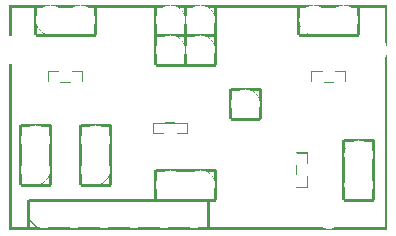
<source format=gto>
G04 MADE WITH FRITZING*
G04 WWW.FRITZING.ORG*
G04 DOUBLE SIDED*
G04 HOLES PLATED*
G04 CONTOUR ON CENTER OF CONTOUR VECTOR*
%ASAXBY*%
%FSLAX23Y23*%
%MOIN*%
%OFA0B0*%
%SFA1.0B1.0*%
%ADD10R,0.001000X0.001000*%
%LNSILK1*%
G90*
G70*
G54D10*
X0Y748D02*
X135Y748D01*
X138Y748D02*
X235Y748D01*
X238Y748D02*
X535Y748D01*
X538Y748D02*
X635Y748D01*
X638Y748D02*
X1012Y748D01*
X1015Y748D02*
X1112Y748D01*
X1115Y748D02*
X1258Y748D01*
X0Y747D02*
X126Y747D01*
X147Y747D02*
X226Y747D01*
X247Y747D02*
X526Y747D01*
X546Y747D02*
X626Y747D01*
X646Y747D02*
X1004Y747D01*
X1024Y747D02*
X1104Y747D01*
X1124Y747D02*
X1258Y747D01*
X0Y746D02*
X122Y746D01*
X151Y746D02*
X222Y746D01*
X251Y746D02*
X522Y746D01*
X550Y746D02*
X622Y746D01*
X650Y746D02*
X1000Y746D01*
X1028Y746D02*
X1100Y746D01*
X1128Y746D02*
X1258Y746D01*
X0Y745D02*
X119Y745D01*
X154Y745D02*
X219Y745D01*
X254Y745D02*
X519Y745D01*
X554Y745D02*
X619Y745D01*
X653Y745D02*
X997Y745D01*
X1031Y745D02*
X1097Y745D01*
X1131Y745D02*
X1258Y745D01*
X0Y744D02*
X117Y744D01*
X156Y744D02*
X217Y744D01*
X256Y744D02*
X517Y744D01*
X556Y744D02*
X616Y744D01*
X656Y744D02*
X994Y744D01*
X1034Y744D02*
X1094Y744D01*
X1134Y744D02*
X1258Y744D01*
X0Y743D02*
X115Y743D01*
X158Y743D02*
X215Y743D01*
X258Y743D02*
X514Y743D01*
X558Y743D02*
X614Y743D01*
X658Y743D02*
X992Y743D01*
X1036Y743D02*
X1092Y743D01*
X1136Y743D02*
X1258Y743D01*
X0Y742D02*
X113Y742D01*
X160Y742D02*
X213Y742D01*
X260Y742D02*
X513Y742D01*
X560Y742D02*
X612Y742D01*
X660Y742D02*
X990Y742D01*
X1038Y742D02*
X1090Y742D01*
X1137Y742D02*
X1258Y742D01*
X0Y741D02*
X111Y741D01*
X162Y741D02*
X211Y741D01*
X262Y741D02*
X511Y741D01*
X562Y741D02*
X611Y741D01*
X662Y741D02*
X988Y741D01*
X1039Y741D02*
X1088Y741D01*
X1139Y741D02*
X1258Y741D01*
X0Y740D02*
X7Y740D01*
X82Y740D02*
X91Y740D01*
X282Y740D02*
X291Y740D01*
X482Y740D02*
X491Y740D01*
X563Y740D02*
X564Y740D01*
X582Y740D02*
X591Y740D01*
X663Y740D02*
X664Y740D01*
X682Y740D02*
X691Y740D01*
X959Y740D02*
X968Y740D01*
X1159Y740D02*
X1168Y740D01*
X1251Y740D02*
X1258Y740D01*
X0Y739D02*
X7Y739D01*
X82Y739D02*
X91Y739D01*
X282Y739D02*
X291Y739D01*
X482Y739D02*
X491Y739D01*
X565Y739D02*
X565Y739D01*
X582Y739D02*
X591Y739D01*
X665Y739D02*
X665Y739D01*
X682Y739D02*
X691Y739D01*
X959Y739D02*
X968Y739D01*
X1159Y739D02*
X1168Y739D01*
X1251Y739D02*
X1258Y739D01*
X0Y738D02*
X7Y738D01*
X82Y738D02*
X91Y738D01*
X282Y738D02*
X291Y738D01*
X482Y738D02*
X491Y738D01*
X566Y738D02*
X566Y738D01*
X582Y738D02*
X591Y738D01*
X666Y738D02*
X666Y738D01*
X682Y738D02*
X691Y738D01*
X959Y738D02*
X968Y738D01*
X1159Y738D02*
X1168Y738D01*
X1251Y738D02*
X1258Y738D01*
X0Y737D02*
X7Y737D01*
X82Y737D02*
X91Y737D01*
X282Y737D02*
X291Y737D01*
X482Y737D02*
X491Y737D01*
X567Y737D02*
X567Y737D01*
X582Y737D02*
X591Y737D01*
X667Y737D02*
X667Y737D01*
X682Y737D02*
X691Y737D01*
X959Y737D02*
X968Y737D01*
X1159Y737D02*
X1168Y737D01*
X1251Y737D02*
X1258Y737D01*
X0Y736D02*
X7Y736D01*
X82Y736D02*
X91Y736D01*
X282Y736D02*
X291Y736D01*
X482Y736D02*
X491Y736D01*
X582Y736D02*
X591Y736D01*
X682Y736D02*
X691Y736D01*
X959Y736D02*
X968Y736D01*
X1159Y736D02*
X1168Y736D01*
X1251Y736D02*
X1258Y736D01*
X0Y735D02*
X7Y735D01*
X82Y735D02*
X91Y735D01*
X282Y735D02*
X291Y735D01*
X482Y735D02*
X491Y735D01*
X582Y735D02*
X591Y735D01*
X682Y735D02*
X691Y735D01*
X959Y735D02*
X968Y735D01*
X1159Y735D02*
X1168Y735D01*
X1251Y735D02*
X1258Y735D01*
X0Y734D02*
X7Y734D01*
X82Y734D02*
X91Y734D01*
X282Y734D02*
X291Y734D01*
X482Y734D02*
X491Y734D01*
X582Y734D02*
X591Y734D01*
X682Y734D02*
X691Y734D01*
X959Y734D02*
X968Y734D01*
X1159Y734D02*
X1168Y734D01*
X1251Y734D02*
X1258Y734D01*
X0Y733D02*
X7Y733D01*
X82Y733D02*
X91Y733D01*
X282Y733D02*
X291Y733D01*
X482Y733D02*
X491Y733D01*
X582Y733D02*
X591Y733D01*
X682Y733D02*
X691Y733D01*
X959Y733D02*
X968Y733D01*
X1159Y733D02*
X1168Y733D01*
X1251Y733D02*
X1258Y733D01*
X0Y732D02*
X7Y732D01*
X82Y732D02*
X91Y732D01*
X282Y732D02*
X291Y732D01*
X482Y732D02*
X491Y732D01*
X582Y732D02*
X591Y732D01*
X682Y732D02*
X691Y732D01*
X959Y732D02*
X968Y732D01*
X1159Y732D02*
X1168Y732D01*
X1251Y732D02*
X1258Y732D01*
X0Y731D02*
X7Y731D01*
X82Y731D02*
X91Y731D01*
X282Y731D02*
X291Y731D01*
X482Y731D02*
X491Y731D01*
X582Y731D02*
X591Y731D01*
X673Y731D02*
X673Y731D01*
X682Y731D02*
X691Y731D01*
X959Y731D02*
X968Y731D01*
X1159Y731D02*
X1168Y731D01*
X1251Y731D02*
X1258Y731D01*
X0Y730D02*
X7Y730D01*
X82Y730D02*
X91Y730D01*
X282Y730D02*
X291Y730D01*
X482Y730D02*
X491Y730D01*
X574Y730D02*
X574Y730D01*
X582Y730D02*
X591Y730D01*
X674Y730D02*
X674Y730D01*
X682Y730D02*
X691Y730D01*
X959Y730D02*
X968Y730D01*
X1159Y730D02*
X1168Y730D01*
X1251Y730D02*
X1258Y730D01*
X0Y729D02*
X7Y729D01*
X82Y729D02*
X91Y729D01*
X282Y729D02*
X291Y729D01*
X482Y729D02*
X491Y729D01*
X575Y729D02*
X575Y729D01*
X582Y729D02*
X591Y729D01*
X675Y729D02*
X675Y729D01*
X682Y729D02*
X691Y729D01*
X959Y729D02*
X968Y729D01*
X1159Y729D02*
X1168Y729D01*
X1251Y729D02*
X1258Y729D01*
X0Y728D02*
X7Y728D01*
X82Y728D02*
X91Y728D01*
X282Y728D02*
X291Y728D01*
X482Y728D02*
X491Y728D01*
X576Y728D02*
X576Y728D01*
X582Y728D02*
X591Y728D01*
X676Y728D02*
X676Y728D01*
X682Y728D02*
X691Y728D01*
X959Y728D02*
X968Y728D01*
X1159Y728D02*
X1168Y728D01*
X1251Y728D02*
X1258Y728D01*
X0Y727D02*
X7Y727D01*
X82Y727D02*
X91Y727D01*
X282Y727D02*
X291Y727D01*
X482Y727D02*
X491Y727D01*
X577Y727D02*
X577Y727D01*
X582Y727D02*
X591Y727D01*
X677Y727D02*
X677Y727D01*
X682Y727D02*
X691Y727D01*
X959Y727D02*
X968Y727D01*
X1159Y727D02*
X1168Y727D01*
X1251Y727D02*
X1258Y727D01*
X0Y726D02*
X7Y726D01*
X82Y726D02*
X91Y726D01*
X282Y726D02*
X291Y726D01*
X482Y726D02*
X491Y726D01*
X577Y726D02*
X578Y726D01*
X582Y726D02*
X591Y726D01*
X677Y726D02*
X678Y726D01*
X682Y726D02*
X691Y726D01*
X959Y726D02*
X968Y726D01*
X1159Y726D02*
X1168Y726D01*
X1251Y726D02*
X1258Y726D01*
X0Y725D02*
X7Y725D01*
X82Y725D02*
X91Y725D01*
X282Y725D02*
X291Y725D01*
X482Y725D02*
X491Y725D01*
X578Y725D02*
X579Y725D01*
X582Y725D02*
X591Y725D01*
X678Y725D02*
X679Y725D01*
X682Y725D02*
X691Y725D01*
X959Y725D02*
X968Y725D01*
X1159Y725D02*
X1168Y725D01*
X1251Y725D02*
X1258Y725D01*
X0Y724D02*
X7Y724D01*
X82Y724D02*
X91Y724D01*
X282Y724D02*
X291Y724D01*
X482Y724D02*
X491Y724D01*
X578Y724D02*
X580Y724D01*
X582Y724D02*
X591Y724D01*
X678Y724D02*
X680Y724D01*
X682Y724D02*
X691Y724D01*
X959Y724D02*
X968Y724D01*
X1159Y724D02*
X1168Y724D01*
X1251Y724D02*
X1258Y724D01*
X0Y723D02*
X7Y723D01*
X82Y723D02*
X91Y723D01*
X282Y723D02*
X291Y723D01*
X482Y723D02*
X491Y723D01*
X579Y723D02*
X591Y723D01*
X679Y723D02*
X691Y723D01*
X959Y723D02*
X968Y723D01*
X1159Y723D02*
X1168Y723D01*
X1251Y723D02*
X1258Y723D01*
X0Y722D02*
X7Y722D01*
X82Y722D02*
X91Y722D01*
X282Y722D02*
X291Y722D01*
X482Y722D02*
X491Y722D01*
X580Y722D02*
X591Y722D01*
X680Y722D02*
X691Y722D01*
X959Y722D02*
X968Y722D01*
X1159Y722D02*
X1168Y722D01*
X1251Y722D02*
X1258Y722D01*
X0Y721D02*
X7Y721D01*
X82Y721D02*
X91Y721D01*
X282Y721D02*
X291Y721D01*
X482Y721D02*
X491Y721D01*
X580Y721D02*
X591Y721D01*
X680Y721D02*
X691Y721D01*
X959Y721D02*
X968Y721D01*
X1159Y721D02*
X1168Y721D01*
X1251Y721D02*
X1258Y721D01*
X0Y720D02*
X7Y720D01*
X82Y720D02*
X91Y720D01*
X282Y720D02*
X291Y720D01*
X482Y720D02*
X491Y720D01*
X581Y720D02*
X591Y720D01*
X681Y720D02*
X691Y720D01*
X959Y720D02*
X968Y720D01*
X1159Y720D02*
X1168Y720D01*
X1251Y720D02*
X1258Y720D01*
X0Y719D02*
X7Y719D01*
X82Y719D02*
X91Y719D01*
X282Y719D02*
X291Y719D01*
X482Y719D02*
X491Y719D01*
X581Y719D02*
X591Y719D01*
X681Y719D02*
X691Y719D01*
X959Y719D02*
X968Y719D01*
X1159Y719D02*
X1168Y719D01*
X1251Y719D02*
X1258Y719D01*
X0Y718D02*
X7Y718D01*
X82Y718D02*
X91Y718D01*
X282Y718D02*
X291Y718D01*
X482Y718D02*
X491Y718D01*
X581Y718D02*
X591Y718D01*
X681Y718D02*
X691Y718D01*
X959Y718D02*
X968Y718D01*
X1159Y718D02*
X1168Y718D01*
X1251Y718D02*
X1258Y718D01*
X0Y717D02*
X7Y717D01*
X82Y717D02*
X91Y717D01*
X282Y717D02*
X291Y717D01*
X482Y717D02*
X491Y717D01*
X582Y717D02*
X591Y717D01*
X682Y717D02*
X691Y717D01*
X959Y717D02*
X968Y717D01*
X1159Y717D02*
X1168Y717D01*
X1251Y717D02*
X1258Y717D01*
X0Y716D02*
X7Y716D01*
X82Y716D02*
X91Y716D01*
X282Y716D02*
X291Y716D01*
X482Y716D02*
X490Y716D01*
X582Y716D02*
X590Y716D01*
X682Y716D02*
X691Y716D01*
X959Y716D02*
X968Y716D01*
X1160Y716D02*
X1168Y716D01*
X1251Y716D02*
X1258Y716D01*
X0Y715D02*
X7Y715D01*
X82Y715D02*
X90Y715D01*
X283Y715D02*
X291Y715D01*
X482Y715D02*
X490Y715D01*
X583Y715D02*
X590Y715D01*
X683Y715D02*
X691Y715D01*
X959Y715D02*
X968Y715D01*
X1160Y715D02*
X1168Y715D01*
X1251Y715D02*
X1258Y715D01*
X0Y714D02*
X7Y714D01*
X82Y714D02*
X90Y714D01*
X283Y714D02*
X291Y714D01*
X482Y714D02*
X490Y714D01*
X583Y714D02*
X590Y714D01*
X683Y714D02*
X691Y714D01*
X959Y714D02*
X967Y714D01*
X1160Y714D02*
X1168Y714D01*
X1251Y714D02*
X1258Y714D01*
X0Y713D02*
X7Y713D01*
X82Y713D02*
X90Y713D01*
X283Y713D02*
X291Y713D01*
X482Y713D02*
X490Y713D01*
X583Y713D02*
X589Y713D01*
X683Y713D02*
X691Y713D01*
X959Y713D02*
X967Y713D01*
X1161Y713D02*
X1168Y713D01*
X1251Y713D02*
X1258Y713D01*
X0Y712D02*
X7Y712D01*
X82Y712D02*
X90Y712D01*
X284Y712D02*
X291Y712D01*
X482Y712D02*
X489Y712D01*
X583Y712D02*
X589Y712D01*
X683Y712D02*
X691Y712D01*
X959Y712D02*
X967Y712D01*
X1161Y712D02*
X1168Y712D01*
X1251Y712D02*
X1258Y712D01*
X0Y711D02*
X7Y711D01*
X82Y711D02*
X89Y711D01*
X284Y711D02*
X291Y711D01*
X482Y711D02*
X489Y711D01*
X584Y711D02*
X589Y711D01*
X684Y711D02*
X691Y711D01*
X959Y711D02*
X966Y711D01*
X1161Y711D02*
X1168Y711D01*
X1251Y711D02*
X1258Y711D01*
X0Y710D02*
X7Y710D01*
X82Y710D02*
X89Y710D01*
X284Y710D02*
X291Y710D01*
X482Y710D02*
X489Y710D01*
X584Y710D02*
X589Y710D01*
X684Y710D02*
X691Y710D01*
X959Y710D02*
X966Y710D01*
X1161Y710D02*
X1168Y710D01*
X1251Y710D02*
X1258Y710D01*
X0Y709D02*
X7Y709D01*
X82Y709D02*
X89Y709D01*
X284Y709D02*
X291Y709D01*
X482Y709D02*
X489Y709D01*
X584Y709D02*
X588Y709D01*
X684Y709D02*
X691Y709D01*
X959Y709D02*
X966Y709D01*
X1161Y709D02*
X1168Y709D01*
X1251Y709D02*
X1258Y709D01*
X0Y708D02*
X7Y708D01*
X82Y708D02*
X89Y708D01*
X284Y708D02*
X291Y708D01*
X482Y708D02*
X488Y708D01*
X584Y708D02*
X588Y708D01*
X684Y708D02*
X691Y708D01*
X959Y708D02*
X966Y708D01*
X1162Y708D02*
X1168Y708D01*
X1251Y708D02*
X1258Y708D01*
X0Y707D02*
X7Y707D01*
X82Y707D02*
X88Y707D01*
X285Y707D02*
X291Y707D01*
X482Y707D02*
X488Y707D01*
X584Y707D02*
X588Y707D01*
X684Y707D02*
X691Y707D01*
X959Y707D02*
X966Y707D01*
X1162Y707D02*
X1168Y707D01*
X1251Y707D02*
X1258Y707D01*
X0Y706D02*
X7Y706D01*
X82Y706D02*
X88Y706D01*
X285Y706D02*
X291Y706D01*
X482Y706D02*
X488Y706D01*
X585Y706D02*
X588Y706D01*
X685Y706D02*
X691Y706D01*
X959Y706D02*
X966Y706D01*
X1162Y706D02*
X1168Y706D01*
X1251Y706D02*
X1258Y706D01*
X0Y705D02*
X7Y705D01*
X82Y705D02*
X88Y705D01*
X285Y705D02*
X291Y705D01*
X482Y705D02*
X488Y705D01*
X585Y705D02*
X588Y705D01*
X685Y705D02*
X691Y705D01*
X959Y705D02*
X965Y705D01*
X1162Y705D02*
X1168Y705D01*
X1251Y705D02*
X1258Y705D01*
X0Y704D02*
X7Y704D01*
X82Y704D02*
X88Y704D01*
X285Y704D02*
X291Y704D01*
X482Y704D02*
X488Y704D01*
X585Y704D02*
X588Y704D01*
X685Y704D02*
X691Y704D01*
X959Y704D02*
X965Y704D01*
X1162Y704D02*
X1168Y704D01*
X1251Y704D02*
X1258Y704D01*
X0Y703D02*
X7Y703D01*
X82Y703D02*
X88Y703D01*
X285Y703D02*
X291Y703D01*
X482Y703D02*
X488Y703D01*
X585Y703D02*
X588Y703D01*
X685Y703D02*
X691Y703D01*
X959Y703D02*
X965Y703D01*
X1162Y703D02*
X1168Y703D01*
X1251Y703D02*
X1258Y703D01*
X0Y702D02*
X7Y702D01*
X82Y702D02*
X88Y702D01*
X285Y702D02*
X291Y702D01*
X482Y702D02*
X488Y702D01*
X585Y702D02*
X588Y702D01*
X685Y702D02*
X691Y702D01*
X959Y702D02*
X965Y702D01*
X1162Y702D02*
X1168Y702D01*
X1251Y702D02*
X1258Y702D01*
X0Y701D02*
X7Y701D01*
X82Y701D02*
X88Y701D01*
X285Y701D02*
X291Y701D01*
X482Y701D02*
X488Y701D01*
X585Y701D02*
X588Y701D01*
X685Y701D02*
X691Y701D01*
X959Y701D02*
X965Y701D01*
X1162Y701D02*
X1168Y701D01*
X1251Y701D02*
X1258Y701D01*
X0Y700D02*
X7Y700D01*
X82Y700D02*
X88Y700D01*
X285Y700D02*
X291Y700D01*
X482Y700D02*
X488Y700D01*
X585Y700D02*
X587Y700D01*
X685Y700D02*
X691Y700D01*
X959Y700D02*
X965Y700D01*
X1162Y700D02*
X1168Y700D01*
X1251Y700D02*
X1258Y700D01*
X0Y699D02*
X7Y699D01*
X82Y699D02*
X88Y699D01*
X285Y699D02*
X291Y699D01*
X482Y699D02*
X488Y699D01*
X585Y699D02*
X588Y699D01*
X685Y699D02*
X691Y699D01*
X959Y699D02*
X965Y699D01*
X1162Y699D02*
X1168Y699D01*
X1251Y699D02*
X1258Y699D01*
X0Y698D02*
X7Y698D01*
X82Y698D02*
X88Y698D01*
X285Y698D02*
X291Y698D01*
X482Y698D02*
X488Y698D01*
X585Y698D02*
X588Y698D01*
X685Y698D02*
X691Y698D01*
X959Y698D02*
X965Y698D01*
X1162Y698D02*
X1168Y698D01*
X1251Y698D02*
X1258Y698D01*
X0Y697D02*
X7Y697D01*
X82Y697D02*
X88Y697D01*
X285Y697D02*
X291Y697D01*
X482Y697D02*
X488Y697D01*
X585Y697D02*
X588Y697D01*
X685Y697D02*
X691Y697D01*
X959Y697D02*
X965Y697D01*
X1162Y697D02*
X1168Y697D01*
X1251Y697D02*
X1258Y697D01*
X0Y696D02*
X7Y696D01*
X82Y696D02*
X88Y696D01*
X285Y696D02*
X291Y696D01*
X482Y696D02*
X488Y696D01*
X585Y696D02*
X588Y696D01*
X685Y696D02*
X691Y696D01*
X959Y696D02*
X965Y696D01*
X1162Y696D02*
X1168Y696D01*
X1251Y696D02*
X1258Y696D01*
X0Y695D02*
X7Y695D01*
X82Y695D02*
X88Y695D01*
X285Y695D02*
X291Y695D01*
X482Y695D02*
X488Y695D01*
X585Y695D02*
X588Y695D01*
X685Y695D02*
X691Y695D01*
X959Y695D02*
X965Y695D01*
X1162Y695D02*
X1168Y695D01*
X1251Y695D02*
X1258Y695D01*
X0Y694D02*
X7Y694D01*
X82Y694D02*
X88Y694D01*
X285Y694D02*
X291Y694D01*
X482Y694D02*
X488Y694D01*
X585Y694D02*
X588Y694D01*
X685Y694D02*
X691Y694D01*
X959Y694D02*
X965Y694D01*
X1162Y694D02*
X1168Y694D01*
X1251Y694D02*
X1258Y694D01*
X0Y693D02*
X7Y693D01*
X82Y693D02*
X88Y693D01*
X285Y693D02*
X291Y693D01*
X482Y693D02*
X488Y693D01*
X585Y693D02*
X588Y693D01*
X684Y693D02*
X691Y693D01*
X959Y693D02*
X966Y693D01*
X1162Y693D02*
X1168Y693D01*
X1251Y693D02*
X1258Y693D01*
X0Y692D02*
X7Y692D01*
X82Y692D02*
X89Y692D01*
X285Y692D02*
X291Y692D01*
X482Y692D02*
X488Y692D01*
X584Y692D02*
X588Y692D01*
X684Y692D02*
X691Y692D01*
X959Y692D02*
X966Y692D01*
X1162Y692D02*
X1168Y692D01*
X1251Y692D02*
X1258Y692D01*
X0Y691D02*
X7Y691D01*
X82Y691D02*
X89Y691D01*
X284Y691D02*
X291Y691D01*
X482Y691D02*
X488Y691D01*
X584Y691D02*
X588Y691D01*
X684Y691D02*
X691Y691D01*
X959Y691D02*
X966Y691D01*
X1162Y691D02*
X1168Y691D01*
X1251Y691D02*
X1258Y691D01*
X0Y690D02*
X7Y690D01*
X82Y690D02*
X89Y690D01*
X284Y690D02*
X291Y690D01*
X482Y690D02*
X489Y690D01*
X584Y690D02*
X589Y690D01*
X684Y690D02*
X691Y690D01*
X959Y690D02*
X966Y690D01*
X1161Y690D02*
X1168Y690D01*
X1251Y690D02*
X1258Y690D01*
X0Y689D02*
X7Y689D01*
X82Y689D02*
X89Y689D01*
X284Y689D02*
X291Y689D01*
X482Y689D02*
X489Y689D01*
X584Y689D02*
X589Y689D01*
X684Y689D02*
X691Y689D01*
X959Y689D02*
X966Y689D01*
X1161Y689D02*
X1168Y689D01*
X1251Y689D02*
X1258Y689D01*
X0Y688D02*
X7Y688D01*
X82Y688D02*
X89Y688D01*
X284Y688D02*
X291Y688D01*
X482Y688D02*
X489Y688D01*
X584Y688D02*
X589Y688D01*
X683Y688D02*
X691Y688D01*
X959Y688D02*
X967Y688D01*
X1161Y688D02*
X1168Y688D01*
X1251Y688D02*
X1258Y688D01*
X0Y687D02*
X7Y687D01*
X82Y687D02*
X90Y687D01*
X283Y687D02*
X291Y687D01*
X482Y687D02*
X489Y687D01*
X583Y687D02*
X589Y687D01*
X683Y687D02*
X691Y687D01*
X959Y687D02*
X967Y687D01*
X1161Y687D02*
X1168Y687D01*
X1251Y687D02*
X1258Y687D01*
X0Y686D02*
X7Y686D01*
X82Y686D02*
X90Y686D01*
X283Y686D02*
X291Y686D01*
X482Y686D02*
X490Y686D01*
X583Y686D02*
X590Y686D01*
X683Y686D02*
X691Y686D01*
X959Y686D02*
X967Y686D01*
X1160Y686D02*
X1168Y686D01*
X1251Y686D02*
X1258Y686D01*
X0Y685D02*
X7Y685D01*
X82Y685D02*
X90Y685D01*
X283Y685D02*
X291Y685D01*
X482Y685D02*
X490Y685D01*
X583Y685D02*
X590Y685D01*
X683Y685D02*
X691Y685D01*
X959Y685D02*
X967Y685D01*
X1160Y685D02*
X1168Y685D01*
X1251Y685D02*
X1258Y685D01*
X0Y684D02*
X7Y684D01*
X82Y684D02*
X91Y684D01*
X283Y684D02*
X291Y684D01*
X482Y684D02*
X490Y684D01*
X582Y684D02*
X590Y684D01*
X682Y684D02*
X691Y684D01*
X959Y684D02*
X968Y684D01*
X1160Y684D02*
X1168Y684D01*
X1251Y684D02*
X1258Y684D01*
X0Y683D02*
X7Y683D01*
X82Y683D02*
X91Y683D01*
X282Y683D02*
X291Y683D01*
X482Y683D02*
X491Y683D01*
X582Y683D02*
X591Y683D01*
X682Y683D02*
X691Y683D01*
X959Y683D02*
X968Y683D01*
X1159Y683D02*
X1168Y683D01*
X1251Y683D02*
X1258Y683D01*
X0Y682D02*
X7Y682D01*
X82Y682D02*
X91Y682D01*
X282Y682D02*
X291Y682D01*
X482Y682D02*
X491Y682D01*
X582Y682D02*
X591Y682D01*
X682Y682D02*
X691Y682D01*
X959Y682D02*
X968Y682D01*
X1159Y682D02*
X1168Y682D01*
X1251Y682D02*
X1258Y682D01*
X0Y681D02*
X7Y681D01*
X82Y681D02*
X92Y681D01*
X282Y681D02*
X291Y681D01*
X482Y681D02*
X491Y681D01*
X582Y681D02*
X591Y681D01*
X682Y681D02*
X691Y681D01*
X959Y681D02*
X969Y681D01*
X1159Y681D02*
X1168Y681D01*
X1251Y681D02*
X1258Y681D01*
X0Y680D02*
X7Y680D01*
X82Y680D02*
X92Y680D01*
X282Y680D02*
X291Y680D01*
X482Y680D02*
X491Y680D01*
X582Y680D02*
X591Y680D01*
X682Y680D02*
X691Y680D01*
X959Y680D02*
X969Y680D01*
X1159Y680D02*
X1168Y680D01*
X1251Y680D02*
X1258Y680D01*
X0Y679D02*
X7Y679D01*
X82Y679D02*
X93Y679D01*
X282Y679D02*
X291Y679D01*
X482Y679D02*
X491Y679D01*
X582Y679D02*
X591Y679D01*
X682Y679D02*
X691Y679D01*
X959Y679D02*
X970Y679D01*
X1159Y679D02*
X1168Y679D01*
X1251Y679D02*
X1258Y679D01*
X0Y678D02*
X7Y678D01*
X82Y678D02*
X93Y678D01*
X282Y678D02*
X291Y678D01*
X482Y678D02*
X491Y678D01*
X582Y678D02*
X591Y678D01*
X682Y678D02*
X691Y678D01*
X959Y678D02*
X970Y678D01*
X1159Y678D02*
X1168Y678D01*
X1251Y678D02*
X1258Y678D01*
X0Y677D02*
X7Y677D01*
X82Y677D02*
X94Y677D01*
X282Y677D02*
X291Y677D01*
X482Y677D02*
X491Y677D01*
X582Y677D02*
X591Y677D01*
X682Y677D02*
X691Y677D01*
X959Y677D02*
X971Y677D01*
X1159Y677D02*
X1168Y677D01*
X1251Y677D02*
X1258Y677D01*
X0Y676D02*
X7Y676D01*
X82Y676D02*
X94Y676D01*
X282Y676D02*
X291Y676D01*
X482Y676D02*
X491Y676D01*
X582Y676D02*
X591Y676D01*
X682Y676D02*
X691Y676D01*
X959Y676D02*
X968Y676D01*
X970Y676D02*
X971Y676D01*
X1159Y676D02*
X1168Y676D01*
X1251Y676D02*
X1258Y676D01*
X0Y675D02*
X7Y675D01*
X82Y675D02*
X91Y675D01*
X93Y675D02*
X95Y675D01*
X282Y675D02*
X291Y675D01*
X482Y675D02*
X491Y675D01*
X582Y675D02*
X591Y675D01*
X682Y675D02*
X691Y675D01*
X959Y675D02*
X968Y675D01*
X971Y675D02*
X972Y675D01*
X1159Y675D02*
X1168Y675D01*
X1251Y675D02*
X1258Y675D01*
X0Y674D02*
X7Y674D01*
X82Y674D02*
X91Y674D01*
X94Y674D02*
X95Y674D01*
X282Y674D02*
X291Y674D01*
X482Y674D02*
X491Y674D01*
X582Y674D02*
X591Y674D01*
X682Y674D02*
X691Y674D01*
X959Y674D02*
X968Y674D01*
X972Y674D02*
X973Y674D01*
X1159Y674D02*
X1168Y674D01*
X1251Y674D02*
X1258Y674D01*
X0Y673D02*
X7Y673D01*
X82Y673D02*
X91Y673D01*
X95Y673D02*
X96Y673D01*
X282Y673D02*
X291Y673D01*
X482Y673D02*
X491Y673D01*
X582Y673D02*
X591Y673D01*
X682Y673D02*
X691Y673D01*
X959Y673D02*
X968Y673D01*
X973Y673D02*
X973Y673D01*
X1159Y673D02*
X1168Y673D01*
X1251Y673D02*
X1258Y673D01*
X0Y672D02*
X7Y672D01*
X82Y672D02*
X91Y672D01*
X96Y672D02*
X97Y672D01*
X282Y672D02*
X291Y672D01*
X482Y672D02*
X491Y672D01*
X582Y672D02*
X591Y672D01*
X682Y672D02*
X691Y672D01*
X959Y672D02*
X968Y672D01*
X974Y672D02*
X974Y672D01*
X1159Y672D02*
X1168Y672D01*
X1251Y672D02*
X1258Y672D01*
X0Y671D02*
X7Y671D01*
X82Y671D02*
X91Y671D01*
X97Y671D02*
X97Y671D01*
X282Y671D02*
X291Y671D01*
X482Y671D02*
X491Y671D01*
X582Y671D02*
X591Y671D01*
X682Y671D02*
X691Y671D01*
X959Y671D02*
X968Y671D01*
X975Y671D02*
X975Y671D01*
X1159Y671D02*
X1168Y671D01*
X1251Y671D02*
X1258Y671D01*
X0Y670D02*
X7Y670D01*
X82Y670D02*
X91Y670D01*
X98Y670D02*
X98Y670D01*
X282Y670D02*
X291Y670D01*
X482Y670D02*
X491Y670D01*
X582Y670D02*
X591Y670D01*
X682Y670D02*
X691Y670D01*
X959Y670D02*
X968Y670D01*
X1159Y670D02*
X1168Y670D01*
X1251Y670D02*
X1258Y670D01*
X0Y669D02*
X7Y669D01*
X82Y669D02*
X91Y669D01*
X99Y669D02*
X99Y669D01*
X282Y669D02*
X291Y669D01*
X482Y669D02*
X491Y669D01*
X582Y669D02*
X591Y669D01*
X682Y669D02*
X691Y669D01*
X959Y669D02*
X968Y669D01*
X1159Y669D02*
X1168Y669D01*
X1251Y669D02*
X1258Y669D01*
X0Y668D02*
X7Y668D01*
X82Y668D02*
X91Y668D01*
X100Y668D02*
X100Y668D01*
X282Y668D02*
X291Y668D01*
X482Y668D02*
X491Y668D01*
X582Y668D02*
X591Y668D01*
X682Y668D02*
X691Y668D01*
X959Y668D02*
X968Y668D01*
X1159Y668D02*
X1168Y668D01*
X1251Y668D02*
X1258Y668D01*
X0Y667D02*
X7Y667D01*
X82Y667D02*
X91Y667D01*
X101Y667D02*
X101Y667D01*
X282Y667D02*
X291Y667D01*
X482Y667D02*
X491Y667D01*
X582Y667D02*
X591Y667D01*
X682Y667D02*
X691Y667D01*
X959Y667D02*
X968Y667D01*
X1159Y667D02*
X1168Y667D01*
X1251Y667D02*
X1258Y667D01*
X0Y666D02*
X7Y666D01*
X82Y666D02*
X91Y666D01*
X102Y666D02*
X102Y666D01*
X282Y666D02*
X291Y666D01*
X482Y666D02*
X491Y666D01*
X582Y666D02*
X591Y666D01*
X682Y666D02*
X691Y666D01*
X959Y666D02*
X968Y666D01*
X1159Y666D02*
X1168Y666D01*
X1251Y666D02*
X1258Y666D01*
X0Y665D02*
X7Y665D01*
X82Y665D02*
X91Y665D01*
X103Y665D02*
X103Y665D01*
X282Y665D02*
X291Y665D01*
X482Y665D02*
X491Y665D01*
X582Y665D02*
X591Y665D01*
X682Y665D02*
X691Y665D01*
X959Y665D02*
X968Y665D01*
X1159Y665D02*
X1168Y665D01*
X1251Y665D02*
X1258Y665D01*
X0Y664D02*
X7Y664D01*
X82Y664D02*
X91Y664D01*
X104Y664D02*
X104Y664D01*
X282Y664D02*
X291Y664D01*
X482Y664D02*
X491Y664D01*
X582Y664D02*
X591Y664D01*
X682Y664D02*
X691Y664D01*
X959Y664D02*
X968Y664D01*
X1159Y664D02*
X1168Y664D01*
X1251Y664D02*
X1258Y664D01*
X0Y663D02*
X7Y663D01*
X82Y663D02*
X91Y663D01*
X105Y663D02*
X105Y663D01*
X282Y663D02*
X291Y663D01*
X482Y663D02*
X491Y663D01*
X582Y663D02*
X591Y663D01*
X682Y663D02*
X691Y663D01*
X959Y663D02*
X968Y663D01*
X1159Y663D02*
X1168Y663D01*
X1251Y663D02*
X1258Y663D01*
X0Y662D02*
X7Y662D01*
X82Y662D02*
X91Y662D01*
X106Y662D02*
X106Y662D01*
X282Y662D02*
X291Y662D01*
X482Y662D02*
X491Y662D01*
X582Y662D02*
X591Y662D01*
X682Y662D02*
X691Y662D01*
X959Y662D02*
X968Y662D01*
X1159Y662D02*
X1168Y662D01*
X1251Y662D02*
X1258Y662D01*
X0Y661D02*
X7Y661D01*
X82Y661D02*
X91Y661D01*
X107Y661D02*
X107Y661D01*
X282Y661D02*
X291Y661D01*
X482Y661D02*
X491Y661D01*
X582Y661D02*
X591Y661D01*
X682Y661D02*
X691Y661D01*
X959Y661D02*
X968Y661D01*
X985Y661D02*
X985Y661D01*
X1159Y661D02*
X1168Y661D01*
X1251Y661D02*
X1258Y661D01*
X0Y660D02*
X7Y660D01*
X82Y660D02*
X91Y660D01*
X108Y660D02*
X109Y660D01*
X282Y660D02*
X291Y660D01*
X482Y660D02*
X491Y660D01*
X582Y660D02*
X591Y660D01*
X682Y660D02*
X691Y660D01*
X959Y660D02*
X968Y660D01*
X986Y660D02*
X986Y660D01*
X1159Y660D02*
X1168Y660D01*
X1251Y660D02*
X1258Y660D01*
X0Y659D02*
X7Y659D01*
X82Y659D02*
X91Y659D01*
X109Y659D02*
X110Y659D01*
X282Y659D02*
X291Y659D01*
X482Y659D02*
X491Y659D01*
X582Y659D02*
X591Y659D01*
X682Y659D02*
X691Y659D01*
X959Y659D02*
X968Y659D01*
X987Y659D02*
X988Y659D01*
X1159Y659D02*
X1168Y659D01*
X1251Y659D02*
X1258Y659D01*
X0Y658D02*
X7Y658D01*
X82Y658D02*
X91Y658D01*
X110Y658D02*
X112Y658D01*
X282Y658D02*
X291Y658D01*
X482Y658D02*
X491Y658D01*
X582Y658D02*
X591Y658D01*
X682Y658D02*
X691Y658D01*
X959Y658D02*
X968Y658D01*
X988Y658D02*
X989Y658D01*
X1159Y658D02*
X1168Y658D01*
X1251Y658D02*
X1258Y658D01*
X0Y657D02*
X7Y657D01*
X82Y657D02*
X91Y657D01*
X111Y657D02*
X114Y657D01*
X282Y657D02*
X291Y657D01*
X482Y657D02*
X491Y657D01*
X582Y657D02*
X591Y657D01*
X682Y657D02*
X691Y657D01*
X959Y657D02*
X968Y657D01*
X989Y657D02*
X991Y657D01*
X1159Y657D02*
X1168Y657D01*
X1251Y657D02*
X1258Y657D01*
X0Y656D02*
X7Y656D01*
X82Y656D02*
X91Y656D01*
X112Y656D02*
X116Y656D01*
X282Y656D02*
X291Y656D01*
X482Y656D02*
X491Y656D01*
X582Y656D02*
X591Y656D01*
X682Y656D02*
X691Y656D01*
X959Y656D02*
X968Y656D01*
X990Y656D02*
X993Y656D01*
X1159Y656D02*
X1168Y656D01*
X1251Y656D02*
X1258Y656D01*
X0Y655D02*
X7Y655D01*
X82Y655D02*
X91Y655D01*
X113Y655D02*
X118Y655D01*
X282Y655D02*
X291Y655D01*
X482Y655D02*
X491Y655D01*
X582Y655D02*
X591Y655D01*
X682Y655D02*
X691Y655D01*
X959Y655D02*
X968Y655D01*
X991Y655D02*
X995Y655D01*
X1159Y655D02*
X1168Y655D01*
X1251Y655D02*
X1258Y655D01*
X0Y654D02*
X7Y654D01*
X82Y654D02*
X121Y654D01*
X152Y654D02*
X221Y654D01*
X252Y654D02*
X291Y654D01*
X482Y654D02*
X521Y654D01*
X552Y654D02*
X620Y654D01*
X652Y654D02*
X691Y654D01*
X959Y654D02*
X998Y654D01*
X1030Y654D02*
X1098Y654D01*
X1130Y654D02*
X1168Y654D01*
X1251Y654D02*
X1258Y654D01*
X0Y653D02*
X7Y653D01*
X82Y653D02*
X124Y653D01*
X149Y653D02*
X224Y653D01*
X249Y653D02*
X291Y653D01*
X482Y653D02*
X524Y653D01*
X548Y653D02*
X624Y653D01*
X648Y653D02*
X691Y653D01*
X959Y653D02*
X1002Y653D01*
X1026Y653D02*
X1102Y653D01*
X1126Y653D02*
X1168Y653D01*
X1251Y653D02*
X1258Y653D01*
X0Y652D02*
X7Y652D01*
X82Y652D02*
X130Y652D01*
X144Y652D02*
X229Y652D01*
X244Y652D02*
X291Y652D01*
X482Y652D02*
X529Y652D01*
X543Y652D02*
X629Y652D01*
X643Y652D02*
X691Y652D01*
X959Y652D02*
X1007Y652D01*
X1021Y652D02*
X1107Y652D01*
X1121Y652D02*
X1168Y652D01*
X1251Y652D02*
X1258Y652D01*
X0Y651D02*
X7Y651D01*
X82Y651D02*
X291Y651D01*
X482Y651D02*
X691Y651D01*
X959Y651D02*
X1168Y651D01*
X1251Y651D02*
X1258Y651D01*
X0Y650D02*
X7Y650D01*
X82Y650D02*
X291Y650D01*
X482Y650D02*
X691Y650D01*
X959Y650D02*
X1168Y650D01*
X1251Y650D02*
X1258Y650D01*
X0Y649D02*
X7Y649D01*
X87Y649D02*
X286Y649D01*
X482Y649D02*
X691Y649D01*
X964Y649D02*
X1163Y649D01*
X1251Y649D02*
X1258Y649D01*
X0Y648D02*
X7Y648D01*
X87Y648D02*
X286Y648D01*
X482Y648D02*
X535Y648D01*
X538Y648D02*
X635Y648D01*
X638Y648D02*
X691Y648D01*
X964Y648D02*
X1163Y648D01*
X1251Y648D02*
X1258Y648D01*
X0Y647D02*
X7Y647D01*
X87Y647D02*
X286Y647D01*
X482Y647D02*
X526Y647D01*
X546Y647D02*
X626Y647D01*
X646Y647D02*
X691Y647D01*
X964Y647D02*
X1163Y647D01*
X1251Y647D02*
X1258Y647D01*
X0Y646D02*
X7Y646D01*
X87Y646D02*
X286Y646D01*
X482Y646D02*
X522Y646D01*
X550Y646D02*
X622Y646D01*
X650Y646D02*
X691Y646D01*
X964Y646D02*
X1163Y646D01*
X1251Y646D02*
X1258Y646D01*
X87Y645D02*
X286Y645D01*
X482Y645D02*
X519Y645D01*
X554Y645D02*
X619Y645D01*
X653Y645D02*
X691Y645D01*
X964Y645D02*
X1163Y645D01*
X1251Y645D02*
X1258Y645D01*
X482Y644D02*
X491Y644D01*
X556Y644D02*
X560Y644D01*
X582Y644D02*
X591Y644D01*
X656Y644D02*
X660Y644D01*
X682Y644D02*
X691Y644D01*
X1251Y644D02*
X1258Y644D01*
X482Y643D02*
X491Y643D01*
X558Y643D02*
X561Y643D01*
X582Y643D02*
X591Y643D01*
X658Y643D02*
X661Y643D01*
X682Y643D02*
X691Y643D01*
X1251Y643D02*
X1258Y643D01*
X482Y642D02*
X491Y642D01*
X560Y642D02*
X562Y642D01*
X582Y642D02*
X591Y642D01*
X660Y642D02*
X662Y642D01*
X682Y642D02*
X691Y642D01*
X1251Y642D02*
X1258Y642D01*
X482Y641D02*
X491Y641D01*
X562Y641D02*
X563Y641D01*
X582Y641D02*
X591Y641D01*
X662Y641D02*
X663Y641D01*
X682Y641D02*
X691Y641D01*
X1251Y641D02*
X1258Y641D01*
X482Y640D02*
X491Y640D01*
X563Y640D02*
X564Y640D01*
X582Y640D02*
X591Y640D01*
X663Y640D02*
X664Y640D01*
X682Y640D02*
X691Y640D01*
X1251Y640D02*
X1258Y640D01*
X482Y639D02*
X491Y639D01*
X565Y639D02*
X565Y639D01*
X582Y639D02*
X591Y639D01*
X665Y639D02*
X665Y639D01*
X682Y639D02*
X691Y639D01*
X1251Y639D02*
X1258Y639D01*
X482Y638D02*
X491Y638D01*
X566Y638D02*
X566Y638D01*
X582Y638D02*
X591Y638D01*
X666Y638D02*
X666Y638D01*
X682Y638D02*
X691Y638D01*
X1251Y638D02*
X1258Y638D01*
X482Y637D02*
X491Y637D01*
X567Y637D02*
X567Y637D01*
X582Y637D02*
X591Y637D01*
X667Y637D02*
X667Y637D01*
X682Y637D02*
X691Y637D01*
X1251Y637D02*
X1258Y637D01*
X482Y636D02*
X491Y636D01*
X582Y636D02*
X591Y636D01*
X682Y636D02*
X691Y636D01*
X1251Y636D02*
X1258Y636D01*
X482Y635D02*
X491Y635D01*
X582Y635D02*
X591Y635D01*
X682Y635D02*
X691Y635D01*
X1251Y635D02*
X1258Y635D01*
X482Y634D02*
X491Y634D01*
X582Y634D02*
X591Y634D01*
X682Y634D02*
X691Y634D01*
X1251Y634D02*
X1258Y634D01*
X482Y633D02*
X491Y633D01*
X582Y633D02*
X591Y633D01*
X682Y633D02*
X691Y633D01*
X1251Y633D02*
X1258Y633D01*
X482Y632D02*
X491Y632D01*
X582Y632D02*
X591Y632D01*
X682Y632D02*
X691Y632D01*
X1251Y632D02*
X1258Y632D01*
X482Y631D02*
X491Y631D01*
X582Y631D02*
X591Y631D01*
X673Y631D02*
X673Y631D01*
X682Y631D02*
X691Y631D01*
X1251Y631D02*
X1258Y631D01*
X482Y630D02*
X491Y630D01*
X574Y630D02*
X574Y630D01*
X582Y630D02*
X591Y630D01*
X674Y630D02*
X674Y630D01*
X682Y630D02*
X691Y630D01*
X1251Y630D02*
X1258Y630D01*
X482Y629D02*
X491Y629D01*
X575Y629D02*
X575Y629D01*
X582Y629D02*
X591Y629D01*
X675Y629D02*
X675Y629D01*
X682Y629D02*
X691Y629D01*
X1251Y629D02*
X1258Y629D01*
X482Y628D02*
X491Y628D01*
X576Y628D02*
X576Y628D01*
X582Y628D02*
X591Y628D01*
X676Y628D02*
X676Y628D01*
X682Y628D02*
X691Y628D01*
X1251Y628D02*
X1258Y628D01*
X482Y627D02*
X491Y627D01*
X577Y627D02*
X577Y627D01*
X582Y627D02*
X591Y627D01*
X677Y627D02*
X677Y627D01*
X682Y627D02*
X691Y627D01*
X1251Y627D02*
X1258Y627D01*
X482Y626D02*
X491Y626D01*
X577Y626D02*
X578Y626D01*
X582Y626D02*
X591Y626D01*
X677Y626D02*
X678Y626D01*
X682Y626D02*
X691Y626D01*
X1251Y626D02*
X1258Y626D01*
X482Y625D02*
X491Y625D01*
X578Y625D02*
X579Y625D01*
X582Y625D02*
X591Y625D01*
X678Y625D02*
X679Y625D01*
X682Y625D02*
X691Y625D01*
X1251Y625D02*
X1258Y625D01*
X482Y624D02*
X491Y624D01*
X578Y624D02*
X580Y624D01*
X582Y624D02*
X591Y624D01*
X678Y624D02*
X680Y624D01*
X682Y624D02*
X691Y624D01*
X1252Y624D02*
X1258Y624D01*
X482Y623D02*
X491Y623D01*
X579Y623D02*
X591Y623D01*
X679Y623D02*
X691Y623D01*
X1253Y623D02*
X1258Y623D01*
X482Y622D02*
X491Y622D01*
X580Y622D02*
X591Y622D01*
X680Y622D02*
X691Y622D01*
X1253Y622D02*
X1258Y622D01*
X482Y621D02*
X491Y621D01*
X580Y621D02*
X591Y621D01*
X680Y621D02*
X691Y621D01*
X1254Y621D02*
X1258Y621D01*
X482Y620D02*
X491Y620D01*
X581Y620D02*
X591Y620D01*
X681Y620D02*
X691Y620D01*
X1254Y620D02*
X1258Y620D01*
X482Y619D02*
X491Y619D01*
X581Y619D02*
X591Y619D01*
X681Y619D02*
X691Y619D01*
X1255Y619D02*
X1258Y619D01*
X482Y618D02*
X491Y618D01*
X581Y618D02*
X591Y618D01*
X681Y618D02*
X691Y618D01*
X1255Y618D02*
X1258Y618D01*
X482Y617D02*
X491Y617D01*
X582Y617D02*
X591Y617D01*
X682Y617D02*
X691Y617D01*
X1256Y617D02*
X1258Y617D01*
X482Y616D02*
X490Y616D01*
X582Y616D02*
X590Y616D01*
X682Y616D02*
X691Y616D01*
X1256Y616D02*
X1258Y616D01*
X482Y615D02*
X490Y615D01*
X583Y615D02*
X590Y615D01*
X683Y615D02*
X691Y615D01*
X1256Y615D02*
X1258Y615D01*
X482Y614D02*
X490Y614D01*
X583Y614D02*
X590Y614D01*
X683Y614D02*
X691Y614D01*
X1257Y614D02*
X1258Y614D01*
X482Y613D02*
X490Y613D01*
X583Y613D02*
X589Y613D01*
X683Y613D02*
X691Y613D01*
X1257Y613D02*
X1258Y613D01*
X482Y612D02*
X489Y612D01*
X583Y612D02*
X589Y612D01*
X683Y612D02*
X691Y612D01*
X1257Y612D02*
X1258Y612D01*
X482Y611D02*
X489Y611D01*
X584Y611D02*
X589Y611D01*
X684Y611D02*
X691Y611D01*
X1258Y611D02*
X1258Y611D01*
X482Y610D02*
X489Y610D01*
X584Y610D02*
X589Y610D01*
X684Y610D02*
X691Y610D01*
X1258Y610D02*
X1258Y610D01*
X482Y609D02*
X489Y609D01*
X584Y609D02*
X588Y609D01*
X684Y609D02*
X691Y609D01*
X1258Y609D02*
X1258Y609D01*
X482Y608D02*
X488Y608D01*
X584Y608D02*
X588Y608D01*
X684Y608D02*
X691Y608D01*
X1258Y608D02*
X1258Y608D01*
X482Y607D02*
X488Y607D01*
X584Y607D02*
X588Y607D01*
X684Y607D02*
X691Y607D01*
X1258Y607D02*
X1258Y607D01*
X482Y606D02*
X488Y606D01*
X585Y606D02*
X588Y606D01*
X685Y606D02*
X691Y606D01*
X482Y605D02*
X488Y605D01*
X585Y605D02*
X588Y605D01*
X685Y605D02*
X691Y605D01*
X482Y604D02*
X488Y604D01*
X585Y604D02*
X588Y604D01*
X685Y604D02*
X691Y604D01*
X482Y603D02*
X488Y603D01*
X585Y603D02*
X588Y603D01*
X685Y603D02*
X691Y603D01*
X482Y602D02*
X488Y602D01*
X585Y602D02*
X588Y602D01*
X685Y602D02*
X691Y602D01*
X482Y601D02*
X488Y601D01*
X585Y601D02*
X588Y601D01*
X685Y601D02*
X691Y601D01*
X482Y600D02*
X488Y600D01*
X585Y600D02*
X587Y600D01*
X685Y600D02*
X691Y600D01*
X482Y599D02*
X488Y599D01*
X585Y599D02*
X588Y599D01*
X685Y599D02*
X691Y599D01*
X482Y598D02*
X488Y598D01*
X585Y598D02*
X588Y598D01*
X685Y598D02*
X691Y598D01*
X482Y597D02*
X488Y597D01*
X585Y597D02*
X588Y597D01*
X685Y597D02*
X691Y597D01*
X482Y596D02*
X488Y596D01*
X585Y596D02*
X588Y596D01*
X685Y596D02*
X691Y596D01*
X482Y595D02*
X488Y595D01*
X585Y595D02*
X588Y595D01*
X685Y595D02*
X691Y595D01*
X482Y594D02*
X488Y594D01*
X585Y594D02*
X588Y594D01*
X685Y594D02*
X691Y594D01*
X482Y593D02*
X488Y593D01*
X585Y593D02*
X588Y593D01*
X684Y593D02*
X691Y593D01*
X482Y592D02*
X488Y592D01*
X584Y592D02*
X588Y592D01*
X684Y592D02*
X691Y592D01*
X1258Y592D02*
X1258Y592D01*
X482Y591D02*
X488Y591D01*
X584Y591D02*
X588Y591D01*
X684Y591D02*
X691Y591D01*
X1258Y591D02*
X1258Y591D01*
X482Y590D02*
X489Y590D01*
X584Y590D02*
X589Y590D01*
X684Y590D02*
X691Y590D01*
X1258Y590D02*
X1258Y590D01*
X482Y589D02*
X489Y589D01*
X584Y589D02*
X589Y589D01*
X684Y589D02*
X691Y589D01*
X1258Y589D02*
X1258Y589D01*
X482Y588D02*
X489Y588D01*
X584Y588D02*
X589Y588D01*
X683Y588D02*
X691Y588D01*
X1257Y588D02*
X1258Y588D01*
X482Y587D02*
X489Y587D01*
X583Y587D02*
X589Y587D01*
X683Y587D02*
X691Y587D01*
X1257Y587D02*
X1258Y587D01*
X482Y586D02*
X490Y586D01*
X583Y586D02*
X590Y586D01*
X683Y586D02*
X691Y586D01*
X1257Y586D02*
X1258Y586D01*
X482Y585D02*
X490Y585D01*
X583Y585D02*
X590Y585D01*
X683Y585D02*
X691Y585D01*
X1257Y585D02*
X1258Y585D01*
X482Y584D02*
X490Y584D01*
X582Y584D02*
X590Y584D01*
X682Y584D02*
X691Y584D01*
X1256Y584D02*
X1258Y584D01*
X482Y583D02*
X491Y583D01*
X582Y583D02*
X591Y583D01*
X682Y583D02*
X691Y583D01*
X1256Y583D02*
X1258Y583D01*
X482Y582D02*
X491Y582D01*
X582Y582D02*
X591Y582D01*
X682Y582D02*
X691Y582D01*
X1256Y582D02*
X1258Y582D01*
X482Y581D02*
X491Y581D01*
X582Y581D02*
X591Y581D01*
X682Y581D02*
X691Y581D01*
X1255Y581D02*
X1258Y581D01*
X482Y580D02*
X491Y580D01*
X582Y580D02*
X591Y580D01*
X682Y580D02*
X691Y580D01*
X1255Y580D02*
X1258Y580D01*
X482Y579D02*
X491Y579D01*
X582Y579D02*
X591Y579D01*
X682Y579D02*
X691Y579D01*
X1254Y579D02*
X1258Y579D01*
X482Y578D02*
X491Y578D01*
X582Y578D02*
X591Y578D01*
X682Y578D02*
X691Y578D01*
X1254Y578D02*
X1258Y578D01*
X482Y577D02*
X491Y577D01*
X582Y577D02*
X591Y577D01*
X682Y577D02*
X691Y577D01*
X1253Y577D02*
X1258Y577D01*
X482Y576D02*
X491Y576D01*
X582Y576D02*
X591Y576D01*
X682Y576D02*
X691Y576D01*
X1252Y576D02*
X1258Y576D01*
X482Y575D02*
X491Y575D01*
X582Y575D02*
X591Y575D01*
X682Y575D02*
X691Y575D01*
X1252Y575D02*
X1258Y575D01*
X482Y574D02*
X491Y574D01*
X582Y574D02*
X591Y574D01*
X682Y574D02*
X691Y574D01*
X1251Y574D02*
X1258Y574D01*
X482Y573D02*
X491Y573D01*
X582Y573D02*
X591Y573D01*
X682Y573D02*
X691Y573D01*
X1251Y573D02*
X1258Y573D01*
X482Y572D02*
X491Y572D01*
X582Y572D02*
X591Y572D01*
X682Y572D02*
X691Y572D01*
X1251Y572D02*
X1258Y572D01*
X482Y571D02*
X491Y571D01*
X582Y571D02*
X591Y571D01*
X682Y571D02*
X691Y571D01*
X1251Y571D02*
X1258Y571D01*
X482Y570D02*
X491Y570D01*
X582Y570D02*
X591Y570D01*
X682Y570D02*
X691Y570D01*
X1251Y570D02*
X1258Y570D01*
X482Y569D02*
X491Y569D01*
X582Y569D02*
X591Y569D01*
X682Y569D02*
X691Y569D01*
X1251Y569D02*
X1258Y569D01*
X482Y568D02*
X491Y568D01*
X582Y568D02*
X591Y568D01*
X682Y568D02*
X691Y568D01*
X1251Y568D02*
X1258Y568D01*
X482Y567D02*
X491Y567D01*
X582Y567D02*
X591Y567D01*
X682Y567D02*
X691Y567D01*
X1251Y567D02*
X1258Y567D01*
X482Y566D02*
X491Y566D01*
X582Y566D02*
X591Y566D01*
X682Y566D02*
X691Y566D01*
X1251Y566D02*
X1258Y566D01*
X482Y565D02*
X491Y565D01*
X582Y565D02*
X591Y565D01*
X682Y565D02*
X691Y565D01*
X1251Y565D02*
X1258Y565D01*
X482Y564D02*
X491Y564D01*
X582Y564D02*
X591Y564D01*
X682Y564D02*
X691Y564D01*
X1251Y564D02*
X1258Y564D01*
X482Y563D02*
X491Y563D01*
X582Y563D02*
X591Y563D01*
X682Y563D02*
X691Y563D01*
X1251Y563D02*
X1258Y563D01*
X482Y562D02*
X491Y562D01*
X582Y562D02*
X591Y562D01*
X682Y562D02*
X691Y562D01*
X1251Y562D02*
X1258Y562D01*
X482Y561D02*
X491Y561D01*
X582Y561D02*
X591Y561D01*
X682Y561D02*
X691Y561D01*
X1251Y561D02*
X1258Y561D01*
X482Y560D02*
X491Y560D01*
X582Y560D02*
X591Y560D01*
X682Y560D02*
X691Y560D01*
X1251Y560D02*
X1258Y560D01*
X482Y559D02*
X491Y559D01*
X582Y559D02*
X591Y559D01*
X682Y559D02*
X691Y559D01*
X1251Y559D02*
X1258Y559D01*
X482Y558D02*
X491Y558D01*
X582Y558D02*
X591Y558D01*
X682Y558D02*
X691Y558D01*
X1251Y558D02*
X1258Y558D01*
X482Y557D02*
X491Y557D01*
X582Y557D02*
X591Y557D01*
X682Y557D02*
X691Y557D01*
X1251Y557D02*
X1258Y557D01*
X482Y556D02*
X491Y556D01*
X582Y556D02*
X591Y556D01*
X682Y556D02*
X691Y556D01*
X1251Y556D02*
X1258Y556D01*
X482Y555D02*
X491Y555D01*
X582Y555D02*
X591Y555D01*
X682Y555D02*
X691Y555D01*
X1251Y555D02*
X1258Y555D01*
X482Y554D02*
X521Y554D01*
X552Y554D02*
X620Y554D01*
X652Y554D02*
X691Y554D01*
X1251Y554D02*
X1258Y554D01*
X0Y553D02*
X7Y553D01*
X482Y553D02*
X524Y553D01*
X548Y553D02*
X624Y553D01*
X648Y553D02*
X691Y553D01*
X1251Y553D02*
X1258Y553D01*
X0Y552D02*
X7Y552D01*
X482Y552D02*
X529Y552D01*
X543Y552D02*
X629Y552D01*
X643Y552D02*
X691Y552D01*
X1251Y552D02*
X1258Y552D01*
X0Y551D02*
X7Y551D01*
X482Y551D02*
X691Y551D01*
X1251Y551D02*
X1258Y551D01*
X0Y550D02*
X7Y550D01*
X482Y550D02*
X691Y550D01*
X1251Y550D02*
X1258Y550D01*
X0Y549D02*
X7Y549D01*
X487Y549D02*
X686Y549D01*
X1251Y549D02*
X1258Y549D01*
X0Y548D02*
X7Y548D01*
X487Y548D02*
X686Y548D01*
X1251Y548D02*
X1258Y548D01*
X0Y547D02*
X7Y547D01*
X487Y547D02*
X686Y547D01*
X1251Y547D02*
X1258Y547D01*
X0Y546D02*
X7Y546D01*
X487Y546D02*
X686Y546D01*
X1251Y546D02*
X1258Y546D01*
X0Y545D02*
X7Y545D01*
X487Y545D02*
X686Y545D01*
X1251Y545D02*
X1258Y545D01*
X0Y544D02*
X7Y544D01*
X1251Y544D02*
X1258Y544D01*
X0Y543D02*
X7Y543D01*
X1251Y543D02*
X1258Y543D01*
X0Y542D02*
X7Y542D01*
X1251Y542D02*
X1258Y542D01*
X0Y541D02*
X7Y541D01*
X1251Y541D02*
X1258Y541D01*
X0Y540D02*
X7Y540D01*
X1251Y540D02*
X1258Y540D01*
X0Y539D02*
X7Y539D01*
X1251Y539D02*
X1258Y539D01*
X0Y538D02*
X7Y538D01*
X1251Y538D02*
X1258Y538D01*
X0Y537D02*
X7Y537D01*
X1251Y537D02*
X1258Y537D01*
X0Y536D02*
X7Y536D01*
X1251Y536D02*
X1258Y536D01*
X0Y535D02*
X7Y535D01*
X1251Y535D02*
X1258Y535D01*
X0Y534D02*
X7Y534D01*
X1251Y534D02*
X1258Y534D01*
X0Y533D02*
X7Y533D01*
X1251Y533D02*
X1258Y533D01*
X0Y532D02*
X7Y532D01*
X1251Y532D02*
X1258Y532D01*
X0Y531D02*
X7Y531D01*
X1251Y531D02*
X1258Y531D01*
X0Y530D02*
X7Y530D01*
X128Y530D02*
X165Y530D01*
X208Y530D02*
X245Y530D01*
X1006Y530D02*
X1043Y530D01*
X1085Y530D02*
X1122Y530D01*
X1251Y530D02*
X1258Y530D01*
X0Y529D02*
X7Y529D01*
X128Y529D02*
X165Y529D01*
X208Y529D02*
X245Y529D01*
X1005Y529D02*
X1043Y529D01*
X1085Y529D02*
X1122Y529D01*
X1251Y529D02*
X1258Y529D01*
X0Y528D02*
X7Y528D01*
X128Y528D02*
X165Y528D01*
X208Y528D02*
X245Y528D01*
X1005Y528D02*
X1043Y528D01*
X1085Y528D02*
X1122Y528D01*
X1251Y528D02*
X1258Y528D01*
X0Y527D02*
X7Y527D01*
X128Y527D02*
X245Y527D01*
X1005Y527D02*
X1122Y527D01*
X1251Y527D02*
X1258Y527D01*
X0Y526D02*
X7Y526D01*
X128Y526D02*
X131Y526D01*
X242Y526D02*
X245Y526D01*
X1005Y526D02*
X1009Y526D01*
X1119Y526D02*
X1122Y526D01*
X1251Y526D02*
X1258Y526D01*
X0Y525D02*
X7Y525D01*
X128Y525D02*
X131Y525D01*
X242Y525D02*
X245Y525D01*
X1005Y525D02*
X1008Y525D01*
X1119Y525D02*
X1122Y525D01*
X1251Y525D02*
X1258Y525D01*
X0Y524D02*
X7Y524D01*
X128Y524D02*
X131Y524D01*
X242Y524D02*
X245Y524D01*
X1005Y524D02*
X1008Y524D01*
X1119Y524D02*
X1122Y524D01*
X1251Y524D02*
X1258Y524D01*
X0Y523D02*
X7Y523D01*
X128Y523D02*
X131Y523D01*
X242Y523D02*
X245Y523D01*
X1005Y523D02*
X1008Y523D01*
X1119Y523D02*
X1122Y523D01*
X1251Y523D02*
X1258Y523D01*
X0Y522D02*
X7Y522D01*
X128Y522D02*
X131Y522D01*
X242Y522D02*
X245Y522D01*
X1005Y522D02*
X1008Y522D01*
X1119Y522D02*
X1122Y522D01*
X1251Y522D02*
X1258Y522D01*
X0Y521D02*
X7Y521D01*
X128Y521D02*
X131Y521D01*
X242Y521D02*
X245Y521D01*
X1005Y521D02*
X1008Y521D01*
X1119Y521D02*
X1122Y521D01*
X1251Y521D02*
X1258Y521D01*
X0Y520D02*
X7Y520D01*
X128Y520D02*
X131Y520D01*
X242Y520D02*
X245Y520D01*
X1005Y520D02*
X1008Y520D01*
X1119Y520D02*
X1122Y520D01*
X1251Y520D02*
X1258Y520D01*
X0Y519D02*
X7Y519D01*
X128Y519D02*
X131Y519D01*
X242Y519D02*
X245Y519D01*
X1005Y519D02*
X1008Y519D01*
X1119Y519D02*
X1122Y519D01*
X1251Y519D02*
X1258Y519D01*
X0Y518D02*
X7Y518D01*
X128Y518D02*
X131Y518D01*
X242Y518D02*
X245Y518D01*
X1005Y518D02*
X1008Y518D01*
X1119Y518D02*
X1122Y518D01*
X1251Y518D02*
X1258Y518D01*
X0Y517D02*
X7Y517D01*
X128Y517D02*
X131Y517D01*
X242Y517D02*
X245Y517D01*
X1005Y517D02*
X1008Y517D01*
X1119Y517D02*
X1122Y517D01*
X1251Y517D02*
X1258Y517D01*
X0Y516D02*
X7Y516D01*
X128Y516D02*
X131Y516D01*
X242Y516D02*
X245Y516D01*
X1005Y516D02*
X1008Y516D01*
X1119Y516D02*
X1122Y516D01*
X1251Y516D02*
X1258Y516D01*
X0Y515D02*
X7Y515D01*
X128Y515D02*
X131Y515D01*
X242Y515D02*
X245Y515D01*
X1005Y515D02*
X1008Y515D01*
X1119Y515D02*
X1122Y515D01*
X1251Y515D02*
X1258Y515D01*
X0Y514D02*
X7Y514D01*
X128Y514D02*
X131Y514D01*
X242Y514D02*
X245Y514D01*
X1005Y514D02*
X1008Y514D01*
X1119Y514D02*
X1122Y514D01*
X1251Y514D02*
X1258Y514D01*
X0Y513D02*
X7Y513D01*
X128Y513D02*
X131Y513D01*
X242Y513D02*
X245Y513D01*
X1005Y513D02*
X1008Y513D01*
X1119Y513D02*
X1122Y513D01*
X1251Y513D02*
X1258Y513D01*
X0Y512D02*
X7Y512D01*
X128Y512D02*
X131Y512D01*
X242Y512D02*
X245Y512D01*
X1005Y512D02*
X1008Y512D01*
X1119Y512D02*
X1122Y512D01*
X1251Y512D02*
X1258Y512D01*
X0Y511D02*
X7Y511D01*
X128Y511D02*
X131Y511D01*
X242Y511D02*
X245Y511D01*
X1005Y511D02*
X1008Y511D01*
X1119Y511D02*
X1122Y511D01*
X1251Y511D02*
X1258Y511D01*
X0Y510D02*
X7Y510D01*
X128Y510D02*
X131Y510D01*
X242Y510D02*
X245Y510D01*
X1005Y510D02*
X1008Y510D01*
X1119Y510D02*
X1122Y510D01*
X1251Y510D02*
X1258Y510D01*
X0Y509D02*
X7Y509D01*
X128Y509D02*
X131Y509D01*
X242Y509D02*
X245Y509D01*
X1005Y509D02*
X1008Y509D01*
X1119Y509D02*
X1122Y509D01*
X1251Y509D02*
X1258Y509D01*
X0Y508D02*
X7Y508D01*
X128Y508D02*
X131Y508D01*
X242Y508D02*
X245Y508D01*
X1005Y508D02*
X1008Y508D01*
X1119Y508D02*
X1122Y508D01*
X1251Y508D02*
X1258Y508D01*
X0Y507D02*
X7Y507D01*
X128Y507D02*
X131Y507D01*
X242Y507D02*
X245Y507D01*
X1005Y507D02*
X1008Y507D01*
X1119Y507D02*
X1122Y507D01*
X1251Y507D02*
X1258Y507D01*
X0Y506D02*
X7Y506D01*
X128Y506D02*
X131Y506D01*
X242Y506D02*
X245Y506D01*
X1005Y506D02*
X1008Y506D01*
X1119Y506D02*
X1122Y506D01*
X1251Y506D02*
X1258Y506D01*
X0Y505D02*
X7Y505D01*
X128Y505D02*
X131Y505D01*
X242Y505D02*
X245Y505D01*
X1005Y505D02*
X1008Y505D01*
X1119Y505D02*
X1122Y505D01*
X1251Y505D02*
X1258Y505D01*
X0Y504D02*
X7Y504D01*
X128Y504D02*
X131Y504D01*
X242Y504D02*
X245Y504D01*
X1005Y504D02*
X1008Y504D01*
X1119Y504D02*
X1122Y504D01*
X1251Y504D02*
X1258Y504D01*
X0Y503D02*
X7Y503D01*
X128Y503D02*
X131Y503D01*
X242Y503D02*
X245Y503D01*
X1005Y503D02*
X1008Y503D01*
X1119Y503D02*
X1122Y503D01*
X1251Y503D02*
X1258Y503D01*
X0Y502D02*
X7Y502D01*
X128Y502D02*
X131Y502D01*
X242Y502D02*
X245Y502D01*
X1005Y502D02*
X1008Y502D01*
X1119Y502D02*
X1122Y502D01*
X1251Y502D02*
X1258Y502D01*
X0Y501D02*
X7Y501D01*
X128Y501D02*
X131Y501D01*
X242Y501D02*
X245Y501D01*
X1005Y501D02*
X1008Y501D01*
X1119Y501D02*
X1122Y501D01*
X1251Y501D02*
X1258Y501D01*
X0Y500D02*
X7Y500D01*
X128Y500D02*
X131Y500D01*
X242Y500D02*
X245Y500D01*
X1005Y500D02*
X1008Y500D01*
X1119Y500D02*
X1122Y500D01*
X1251Y500D02*
X1258Y500D01*
X0Y499D02*
X7Y499D01*
X128Y499D02*
X131Y499D01*
X242Y499D02*
X245Y499D01*
X1005Y499D02*
X1008Y499D01*
X1119Y499D02*
X1122Y499D01*
X1251Y499D02*
X1258Y499D01*
X0Y498D02*
X7Y498D01*
X128Y498D02*
X131Y498D01*
X242Y498D02*
X245Y498D01*
X1005Y498D02*
X1008Y498D01*
X1119Y498D02*
X1122Y498D01*
X1251Y498D02*
X1258Y498D01*
X0Y497D02*
X7Y497D01*
X128Y497D02*
X131Y497D01*
X242Y497D02*
X245Y497D01*
X1005Y497D02*
X1008Y497D01*
X1119Y497D02*
X1122Y497D01*
X1251Y497D02*
X1258Y497D01*
X0Y496D02*
X7Y496D01*
X128Y496D02*
X131Y496D01*
X242Y496D02*
X245Y496D01*
X1005Y496D02*
X1008Y496D01*
X1119Y496D02*
X1122Y496D01*
X1251Y496D02*
X1258Y496D01*
X0Y495D02*
X7Y495D01*
X128Y495D02*
X131Y495D01*
X242Y495D02*
X245Y495D01*
X1005Y495D02*
X1008Y495D01*
X1119Y495D02*
X1122Y495D01*
X1251Y495D02*
X1258Y495D01*
X0Y494D02*
X7Y494D01*
X128Y494D02*
X245Y494D01*
X1005Y494D02*
X1122Y494D01*
X1251Y494D02*
X1258Y494D01*
X0Y493D02*
X7Y493D01*
X128Y493D02*
X128Y493D01*
X170Y493D02*
X203Y493D01*
X245Y493D02*
X245Y493D01*
X1005Y493D02*
X1005Y493D01*
X1048Y493D02*
X1080Y493D01*
X1122Y493D02*
X1122Y493D01*
X1251Y493D02*
X1258Y493D01*
X0Y492D02*
X7Y492D01*
X128Y492D02*
X128Y492D01*
X170Y492D02*
X203Y492D01*
X245Y492D02*
X245Y492D01*
X1005Y492D02*
X1005Y492D01*
X1048Y492D02*
X1080Y492D01*
X1122Y492D02*
X1122Y492D01*
X1251Y492D02*
X1258Y492D01*
X0Y491D02*
X7Y491D01*
X128Y491D02*
X128Y491D01*
X170Y491D02*
X203Y491D01*
X245Y491D02*
X245Y491D01*
X1005Y491D02*
X1005Y491D01*
X1048Y491D02*
X1080Y491D01*
X1122Y491D02*
X1122Y491D01*
X1251Y491D02*
X1258Y491D01*
X0Y490D02*
X7Y490D01*
X1251Y490D02*
X1258Y490D01*
X0Y489D02*
X7Y489D01*
X1251Y489D02*
X1258Y489D01*
X0Y488D02*
X7Y488D01*
X1251Y488D02*
X1258Y488D01*
X0Y487D02*
X7Y487D01*
X1251Y487D02*
X1258Y487D01*
X0Y486D02*
X7Y486D01*
X1251Y486D02*
X1258Y486D01*
X0Y485D02*
X7Y485D01*
X1251Y485D02*
X1258Y485D01*
X0Y484D02*
X7Y484D01*
X1251Y484D02*
X1258Y484D01*
X0Y483D02*
X7Y483D01*
X1251Y483D02*
X1258Y483D01*
X0Y482D02*
X7Y482D01*
X1251Y482D02*
X1258Y482D01*
X0Y481D02*
X7Y481D01*
X1251Y481D02*
X1258Y481D01*
X0Y480D02*
X7Y480D01*
X1251Y480D02*
X1258Y480D01*
X0Y479D02*
X7Y479D01*
X1251Y479D02*
X1258Y479D01*
X0Y478D02*
X7Y478D01*
X1251Y478D02*
X1258Y478D01*
X0Y477D02*
X7Y477D01*
X1251Y477D02*
X1258Y477D01*
X0Y476D02*
X7Y476D01*
X1251Y476D02*
X1258Y476D01*
X0Y475D02*
X7Y475D01*
X1251Y475D02*
X1258Y475D01*
X0Y474D02*
X7Y474D01*
X737Y474D02*
X836Y474D01*
X1251Y474D02*
X1258Y474D01*
X0Y473D02*
X7Y473D01*
X737Y473D02*
X836Y473D01*
X1251Y473D02*
X1258Y473D01*
X0Y472D02*
X7Y472D01*
X737Y472D02*
X836Y472D01*
X1251Y472D02*
X1258Y472D01*
X0Y471D02*
X7Y471D01*
X737Y471D02*
X836Y471D01*
X1251Y471D02*
X1258Y471D01*
X0Y470D02*
X7Y470D01*
X737Y470D02*
X836Y470D01*
X1251Y470D02*
X1258Y470D01*
X0Y469D02*
X7Y469D01*
X732Y469D02*
X841Y469D01*
X1251Y469D02*
X1258Y469D01*
X0Y468D02*
X7Y468D01*
X732Y468D02*
X784Y468D01*
X788Y468D02*
X841Y468D01*
X1251Y468D02*
X1258Y468D01*
X0Y467D02*
X7Y467D01*
X732Y467D02*
X776Y467D01*
X796Y467D02*
X841Y467D01*
X1251Y467D02*
X1258Y467D01*
X0Y466D02*
X7Y466D01*
X732Y466D02*
X772Y466D01*
X800Y466D02*
X841Y466D01*
X1251Y466D02*
X1258Y466D01*
X0Y465D02*
X7Y465D01*
X732Y465D02*
X769Y465D01*
X803Y465D02*
X841Y465D01*
X1251Y465D02*
X1258Y465D01*
X0Y464D02*
X7Y464D01*
X732Y464D02*
X741Y464D01*
X806Y464D02*
X810Y464D01*
X832Y464D02*
X841Y464D01*
X1251Y464D02*
X1258Y464D01*
X0Y463D02*
X7Y463D01*
X732Y463D02*
X741Y463D01*
X808Y463D02*
X811Y463D01*
X832Y463D02*
X841Y463D01*
X1251Y463D02*
X1258Y463D01*
X0Y462D02*
X7Y462D01*
X732Y462D02*
X741Y462D01*
X810Y462D02*
X812Y462D01*
X832Y462D02*
X841Y462D01*
X1251Y462D02*
X1258Y462D01*
X0Y461D02*
X7Y461D01*
X732Y461D02*
X741Y461D01*
X812Y461D02*
X813Y461D01*
X832Y461D02*
X841Y461D01*
X1251Y461D02*
X1258Y461D01*
X0Y460D02*
X7Y460D01*
X732Y460D02*
X741Y460D01*
X813Y460D02*
X814Y460D01*
X832Y460D02*
X841Y460D01*
X1251Y460D02*
X1258Y460D01*
X0Y459D02*
X7Y459D01*
X732Y459D02*
X741Y459D01*
X815Y459D02*
X815Y459D01*
X832Y459D02*
X841Y459D01*
X1251Y459D02*
X1258Y459D01*
X0Y458D02*
X7Y458D01*
X732Y458D02*
X741Y458D01*
X816Y458D02*
X816Y458D01*
X832Y458D02*
X841Y458D01*
X1251Y458D02*
X1258Y458D01*
X0Y457D02*
X7Y457D01*
X732Y457D02*
X741Y457D01*
X817Y457D02*
X817Y457D01*
X832Y457D02*
X841Y457D01*
X1251Y457D02*
X1258Y457D01*
X0Y456D02*
X7Y456D01*
X732Y456D02*
X741Y456D01*
X818Y456D02*
X818Y456D01*
X832Y456D02*
X841Y456D01*
X1251Y456D02*
X1258Y456D01*
X0Y455D02*
X7Y455D01*
X732Y455D02*
X741Y455D01*
X832Y455D02*
X841Y455D01*
X1251Y455D02*
X1258Y455D01*
X0Y454D02*
X7Y454D01*
X732Y454D02*
X741Y454D01*
X832Y454D02*
X841Y454D01*
X1251Y454D02*
X1258Y454D01*
X0Y453D02*
X7Y453D01*
X732Y453D02*
X741Y453D01*
X832Y453D02*
X841Y453D01*
X1251Y453D02*
X1258Y453D01*
X0Y452D02*
X7Y452D01*
X732Y452D02*
X741Y452D01*
X822Y452D02*
X822Y452D01*
X832Y452D02*
X841Y452D01*
X1251Y452D02*
X1258Y452D01*
X0Y451D02*
X7Y451D01*
X732Y451D02*
X741Y451D01*
X823Y451D02*
X823Y451D01*
X832Y451D02*
X841Y451D01*
X1251Y451D02*
X1258Y451D01*
X0Y450D02*
X7Y450D01*
X732Y450D02*
X741Y450D01*
X824Y450D02*
X824Y450D01*
X832Y450D02*
X841Y450D01*
X1251Y450D02*
X1258Y450D01*
X0Y449D02*
X7Y449D01*
X732Y449D02*
X741Y449D01*
X825Y449D02*
X825Y449D01*
X832Y449D02*
X841Y449D01*
X1251Y449D02*
X1258Y449D01*
X0Y448D02*
X7Y448D01*
X732Y448D02*
X741Y448D01*
X826Y448D02*
X826Y448D01*
X832Y448D02*
X841Y448D01*
X1251Y448D02*
X1258Y448D01*
X0Y447D02*
X7Y447D01*
X732Y447D02*
X741Y447D01*
X826Y447D02*
X827Y447D01*
X832Y447D02*
X841Y447D01*
X1251Y447D02*
X1258Y447D01*
X0Y446D02*
X7Y446D01*
X732Y446D02*
X741Y446D01*
X827Y446D02*
X828Y446D01*
X832Y446D02*
X841Y446D01*
X1251Y446D02*
X1258Y446D01*
X0Y445D02*
X7Y445D01*
X732Y445D02*
X741Y445D01*
X828Y445D02*
X829Y445D01*
X832Y445D02*
X841Y445D01*
X1251Y445D02*
X1258Y445D01*
X0Y444D02*
X7Y444D01*
X732Y444D02*
X741Y444D01*
X828Y444D02*
X830Y444D01*
X832Y444D02*
X841Y444D01*
X1251Y444D02*
X1258Y444D01*
X0Y443D02*
X7Y443D01*
X732Y443D02*
X741Y443D01*
X829Y443D02*
X841Y443D01*
X1251Y443D02*
X1258Y443D01*
X0Y442D02*
X7Y442D01*
X732Y442D02*
X741Y442D01*
X829Y442D02*
X841Y442D01*
X1251Y442D02*
X1258Y442D01*
X0Y441D02*
X7Y441D01*
X732Y441D02*
X741Y441D01*
X830Y441D02*
X841Y441D01*
X1251Y441D02*
X1258Y441D01*
X0Y440D02*
X7Y440D01*
X732Y440D02*
X741Y440D01*
X830Y440D02*
X841Y440D01*
X1251Y440D02*
X1258Y440D01*
X0Y439D02*
X7Y439D01*
X732Y439D02*
X741Y439D01*
X831Y439D02*
X841Y439D01*
X1251Y439D02*
X1258Y439D01*
X0Y438D02*
X7Y438D01*
X732Y438D02*
X741Y438D01*
X831Y438D02*
X841Y438D01*
X1251Y438D02*
X1258Y438D01*
X0Y437D02*
X7Y437D01*
X732Y437D02*
X741Y437D01*
X832Y437D02*
X841Y437D01*
X1251Y437D02*
X1258Y437D01*
X0Y436D02*
X7Y436D01*
X732Y436D02*
X740Y436D01*
X832Y436D02*
X841Y436D01*
X1251Y436D02*
X1258Y436D01*
X0Y435D02*
X7Y435D01*
X732Y435D02*
X740Y435D01*
X832Y435D02*
X841Y435D01*
X1251Y435D02*
X1258Y435D01*
X0Y434D02*
X7Y434D01*
X732Y434D02*
X740Y434D01*
X833Y434D02*
X841Y434D01*
X1251Y434D02*
X1258Y434D01*
X0Y433D02*
X7Y433D01*
X732Y433D02*
X739Y433D01*
X833Y433D02*
X841Y433D01*
X1251Y433D02*
X1258Y433D01*
X0Y432D02*
X7Y432D01*
X732Y432D02*
X739Y432D01*
X833Y432D02*
X841Y432D01*
X1251Y432D02*
X1258Y432D01*
X0Y431D02*
X7Y431D01*
X732Y431D02*
X739Y431D01*
X833Y431D02*
X841Y431D01*
X1251Y431D02*
X1258Y431D01*
X0Y430D02*
X7Y430D01*
X732Y430D02*
X739Y430D01*
X834Y430D02*
X841Y430D01*
X1251Y430D02*
X1258Y430D01*
X0Y429D02*
X7Y429D01*
X732Y429D02*
X738Y429D01*
X834Y429D02*
X841Y429D01*
X1251Y429D02*
X1258Y429D01*
X0Y428D02*
X7Y428D01*
X732Y428D02*
X738Y428D01*
X834Y428D02*
X841Y428D01*
X1251Y428D02*
X1258Y428D01*
X0Y427D02*
X7Y427D01*
X732Y427D02*
X738Y427D01*
X834Y427D02*
X841Y427D01*
X1251Y427D02*
X1258Y427D01*
X0Y426D02*
X7Y426D01*
X732Y426D02*
X738Y426D01*
X834Y426D02*
X841Y426D01*
X1251Y426D02*
X1258Y426D01*
X0Y425D02*
X7Y425D01*
X732Y425D02*
X738Y425D01*
X835Y425D02*
X841Y425D01*
X1251Y425D02*
X1258Y425D01*
X0Y424D02*
X7Y424D01*
X732Y424D02*
X738Y424D01*
X835Y424D02*
X841Y424D01*
X1251Y424D02*
X1258Y424D01*
X0Y423D02*
X7Y423D01*
X732Y423D02*
X738Y423D01*
X835Y423D02*
X841Y423D01*
X1251Y423D02*
X1258Y423D01*
X0Y422D02*
X7Y422D01*
X732Y422D02*
X738Y422D01*
X835Y422D02*
X841Y422D01*
X1251Y422D02*
X1258Y422D01*
X0Y421D02*
X7Y421D01*
X732Y421D02*
X737Y421D01*
X835Y421D02*
X841Y421D01*
X1251Y421D02*
X1258Y421D01*
X0Y420D02*
X7Y420D01*
X732Y420D02*
X737Y420D01*
X835Y420D02*
X841Y420D01*
X1251Y420D02*
X1258Y420D01*
X0Y419D02*
X7Y419D01*
X732Y419D02*
X737Y419D01*
X835Y419D02*
X841Y419D01*
X1251Y419D02*
X1258Y419D01*
X0Y418D02*
X7Y418D01*
X732Y418D02*
X737Y418D01*
X835Y418D02*
X841Y418D01*
X1251Y418D02*
X1258Y418D01*
X0Y417D02*
X7Y417D01*
X732Y417D02*
X738Y417D01*
X835Y417D02*
X841Y417D01*
X1251Y417D02*
X1258Y417D01*
X0Y416D02*
X7Y416D01*
X732Y416D02*
X738Y416D01*
X835Y416D02*
X841Y416D01*
X1251Y416D02*
X1258Y416D01*
X0Y415D02*
X7Y415D01*
X732Y415D02*
X738Y415D01*
X835Y415D02*
X841Y415D01*
X1251Y415D02*
X1258Y415D01*
X0Y414D02*
X7Y414D01*
X732Y414D02*
X738Y414D01*
X835Y414D02*
X841Y414D01*
X1251Y414D02*
X1258Y414D01*
X0Y413D02*
X7Y413D01*
X732Y413D02*
X738Y413D01*
X834Y413D02*
X841Y413D01*
X1251Y413D02*
X1258Y413D01*
X0Y412D02*
X7Y412D01*
X732Y412D02*
X738Y412D01*
X834Y412D02*
X841Y412D01*
X1251Y412D02*
X1258Y412D01*
X0Y411D02*
X7Y411D01*
X732Y411D02*
X738Y411D01*
X834Y411D02*
X841Y411D01*
X1251Y411D02*
X1258Y411D01*
X0Y410D02*
X7Y410D01*
X732Y410D02*
X738Y410D01*
X834Y410D02*
X841Y410D01*
X1251Y410D02*
X1258Y410D01*
X0Y409D02*
X7Y409D01*
X732Y409D02*
X739Y409D01*
X834Y409D02*
X841Y409D01*
X1251Y409D02*
X1258Y409D01*
X0Y408D02*
X7Y408D01*
X732Y408D02*
X739Y408D01*
X833Y408D02*
X841Y408D01*
X1251Y408D02*
X1258Y408D01*
X0Y407D02*
X7Y407D01*
X732Y407D02*
X739Y407D01*
X833Y407D02*
X841Y407D01*
X1251Y407D02*
X1258Y407D01*
X0Y406D02*
X7Y406D01*
X732Y406D02*
X739Y406D01*
X833Y406D02*
X841Y406D01*
X1251Y406D02*
X1258Y406D01*
X0Y405D02*
X7Y405D01*
X732Y405D02*
X740Y405D01*
X833Y405D02*
X841Y405D01*
X1251Y405D02*
X1258Y405D01*
X0Y404D02*
X7Y404D01*
X732Y404D02*
X740Y404D01*
X832Y404D02*
X841Y404D01*
X1251Y404D02*
X1258Y404D01*
X0Y403D02*
X7Y403D01*
X732Y403D02*
X740Y403D01*
X832Y403D02*
X841Y403D01*
X1251Y403D02*
X1258Y403D01*
X0Y402D02*
X7Y402D01*
X732Y402D02*
X741Y402D01*
X832Y402D02*
X841Y402D01*
X1251Y402D02*
X1258Y402D01*
X0Y401D02*
X7Y401D01*
X732Y401D02*
X741Y401D01*
X832Y401D02*
X841Y401D01*
X1251Y401D02*
X1258Y401D01*
X0Y400D02*
X7Y400D01*
X732Y400D02*
X741Y400D01*
X832Y400D02*
X841Y400D01*
X1251Y400D02*
X1258Y400D01*
X0Y399D02*
X7Y399D01*
X732Y399D02*
X741Y399D01*
X832Y399D02*
X841Y399D01*
X1251Y399D02*
X1258Y399D01*
X0Y398D02*
X7Y398D01*
X732Y398D02*
X741Y398D01*
X832Y398D02*
X841Y398D01*
X1251Y398D02*
X1258Y398D01*
X0Y397D02*
X7Y397D01*
X732Y397D02*
X741Y397D01*
X832Y397D02*
X841Y397D01*
X1251Y397D02*
X1258Y397D01*
X0Y396D02*
X7Y396D01*
X732Y396D02*
X741Y396D01*
X832Y396D02*
X841Y396D01*
X1251Y396D02*
X1258Y396D01*
X0Y395D02*
X7Y395D01*
X732Y395D02*
X741Y395D01*
X832Y395D02*
X841Y395D01*
X1251Y395D02*
X1258Y395D01*
X0Y394D02*
X7Y394D01*
X732Y394D02*
X741Y394D01*
X832Y394D02*
X841Y394D01*
X1251Y394D02*
X1258Y394D01*
X0Y393D02*
X7Y393D01*
X732Y393D02*
X741Y393D01*
X832Y393D02*
X841Y393D01*
X1251Y393D02*
X1258Y393D01*
X0Y392D02*
X7Y392D01*
X732Y392D02*
X741Y392D01*
X832Y392D02*
X841Y392D01*
X1251Y392D02*
X1258Y392D01*
X0Y391D02*
X7Y391D01*
X732Y391D02*
X741Y391D01*
X832Y391D02*
X841Y391D01*
X1251Y391D02*
X1258Y391D01*
X0Y390D02*
X7Y390D01*
X732Y390D02*
X741Y390D01*
X832Y390D02*
X841Y390D01*
X1251Y390D02*
X1258Y390D01*
X0Y389D02*
X7Y389D01*
X732Y389D02*
X741Y389D01*
X832Y389D02*
X841Y389D01*
X1251Y389D02*
X1258Y389D01*
X0Y388D02*
X7Y388D01*
X732Y388D02*
X741Y388D01*
X832Y388D02*
X841Y388D01*
X1251Y388D02*
X1258Y388D01*
X0Y387D02*
X7Y387D01*
X732Y387D02*
X741Y387D01*
X832Y387D02*
X841Y387D01*
X1251Y387D02*
X1258Y387D01*
X0Y386D02*
X7Y386D01*
X732Y386D02*
X741Y386D01*
X832Y386D02*
X841Y386D01*
X1251Y386D02*
X1258Y386D01*
X0Y385D02*
X7Y385D01*
X732Y385D02*
X741Y385D01*
X832Y385D02*
X841Y385D01*
X1251Y385D02*
X1258Y385D01*
X0Y384D02*
X7Y384D01*
X732Y384D02*
X741Y384D01*
X832Y384D02*
X841Y384D01*
X1251Y384D02*
X1258Y384D01*
X0Y383D02*
X7Y383D01*
X732Y383D02*
X741Y383D01*
X832Y383D02*
X841Y383D01*
X1251Y383D02*
X1258Y383D01*
X0Y382D02*
X7Y382D01*
X732Y382D02*
X741Y382D01*
X832Y382D02*
X841Y382D01*
X1251Y382D02*
X1258Y382D01*
X0Y381D02*
X7Y381D01*
X732Y381D02*
X741Y381D01*
X832Y381D02*
X841Y381D01*
X1251Y381D02*
X1258Y381D01*
X0Y380D02*
X7Y380D01*
X732Y380D02*
X741Y380D01*
X832Y380D02*
X841Y380D01*
X1251Y380D02*
X1258Y380D01*
X0Y379D02*
X7Y379D01*
X732Y379D02*
X741Y379D01*
X832Y379D02*
X841Y379D01*
X1251Y379D02*
X1258Y379D01*
X0Y378D02*
X7Y378D01*
X732Y378D02*
X741Y378D01*
X832Y378D02*
X841Y378D01*
X1251Y378D02*
X1258Y378D01*
X0Y377D02*
X7Y377D01*
X732Y377D02*
X741Y377D01*
X832Y377D02*
X841Y377D01*
X1251Y377D02*
X1258Y377D01*
X0Y376D02*
X7Y376D01*
X732Y376D02*
X741Y376D01*
X832Y376D02*
X841Y376D01*
X1251Y376D02*
X1258Y376D01*
X0Y375D02*
X7Y375D01*
X732Y375D02*
X741Y375D01*
X832Y375D02*
X841Y375D01*
X1251Y375D02*
X1258Y375D01*
X0Y374D02*
X7Y374D01*
X732Y374D02*
X770Y374D01*
X802Y374D02*
X841Y374D01*
X1251Y374D02*
X1258Y374D01*
X0Y373D02*
X7Y373D01*
X732Y373D02*
X774Y373D01*
X798Y373D02*
X841Y373D01*
X1251Y373D02*
X1258Y373D01*
X0Y372D02*
X7Y372D01*
X732Y372D02*
X779Y372D01*
X793Y372D02*
X841Y372D01*
X1251Y372D02*
X1258Y372D01*
X0Y371D02*
X7Y371D01*
X732Y371D02*
X841Y371D01*
X1251Y371D02*
X1258Y371D01*
X0Y370D02*
X7Y370D01*
X732Y370D02*
X840Y370D01*
X1251Y370D02*
X1258Y370D01*
X0Y369D02*
X7Y369D01*
X737Y369D02*
X836Y369D01*
X1251Y369D02*
X1258Y369D01*
X0Y368D02*
X7Y368D01*
X737Y368D02*
X836Y368D01*
X1251Y368D02*
X1258Y368D01*
X0Y367D02*
X7Y367D01*
X737Y367D02*
X836Y367D01*
X1251Y367D02*
X1258Y367D01*
X0Y366D02*
X7Y366D01*
X737Y366D02*
X836Y366D01*
X1251Y366D02*
X1258Y366D01*
X0Y365D02*
X7Y365D01*
X737Y365D02*
X835Y365D01*
X1251Y365D02*
X1258Y365D01*
X0Y364D02*
X7Y364D01*
X1251Y364D02*
X1258Y364D01*
X0Y363D02*
X7Y363D01*
X1251Y363D02*
X1258Y363D01*
X0Y362D02*
X7Y362D01*
X1251Y362D02*
X1258Y362D01*
X0Y361D02*
X7Y361D01*
X1251Y361D02*
X1258Y361D01*
X0Y360D02*
X7Y360D01*
X1251Y360D02*
X1258Y360D01*
X0Y359D02*
X7Y359D01*
X1251Y359D02*
X1258Y359D01*
X0Y358D02*
X7Y358D01*
X478Y358D02*
X478Y358D01*
X520Y358D02*
X552Y358D01*
X595Y358D02*
X595Y358D01*
X1251Y358D02*
X1258Y358D01*
X0Y357D02*
X7Y357D01*
X478Y357D02*
X478Y357D01*
X520Y357D02*
X552Y357D01*
X595Y357D02*
X595Y357D01*
X1251Y357D02*
X1258Y357D01*
X0Y356D02*
X7Y356D01*
X478Y356D02*
X478Y356D01*
X520Y356D02*
X553Y356D01*
X595Y356D02*
X595Y356D01*
X1251Y356D02*
X1258Y356D01*
X0Y355D02*
X7Y355D01*
X478Y355D02*
X595Y355D01*
X1251Y355D02*
X1258Y355D01*
X0Y354D02*
X7Y354D01*
X37Y354D02*
X136Y354D01*
X237Y354D02*
X336Y354D01*
X478Y354D02*
X481Y354D01*
X592Y354D02*
X595Y354D01*
X1251Y354D02*
X1258Y354D01*
X0Y353D02*
X7Y353D01*
X37Y353D02*
X136Y353D01*
X237Y353D02*
X336Y353D01*
X478Y353D02*
X481Y353D01*
X592Y353D02*
X595Y353D01*
X1251Y353D02*
X1258Y353D01*
X0Y352D02*
X7Y352D01*
X37Y352D02*
X136Y352D01*
X237Y352D02*
X336Y352D01*
X478Y352D02*
X481Y352D01*
X592Y352D02*
X595Y352D01*
X1251Y352D02*
X1258Y352D01*
X0Y351D02*
X7Y351D01*
X37Y351D02*
X136Y351D01*
X237Y351D02*
X336Y351D01*
X478Y351D02*
X481Y351D01*
X592Y351D02*
X595Y351D01*
X1251Y351D02*
X1258Y351D01*
X0Y350D02*
X7Y350D01*
X37Y350D02*
X136Y350D01*
X237Y350D02*
X336Y350D01*
X478Y350D02*
X481Y350D01*
X592Y350D02*
X595Y350D01*
X1251Y350D02*
X1258Y350D01*
X0Y349D02*
X7Y349D01*
X32Y349D02*
X141Y349D01*
X232Y349D02*
X341Y349D01*
X478Y349D02*
X481Y349D01*
X592Y349D02*
X595Y349D01*
X1251Y349D02*
X1258Y349D01*
X0Y348D02*
X7Y348D01*
X32Y348D02*
X85Y348D01*
X88Y348D02*
X141Y348D01*
X232Y348D02*
X285Y348D01*
X288Y348D02*
X341Y348D01*
X478Y348D02*
X481Y348D01*
X592Y348D02*
X595Y348D01*
X1251Y348D02*
X1258Y348D01*
X0Y347D02*
X7Y347D01*
X32Y347D02*
X76Y347D01*
X97Y347D02*
X141Y347D01*
X232Y347D02*
X276Y347D01*
X297Y347D02*
X341Y347D01*
X478Y347D02*
X481Y347D01*
X592Y347D02*
X595Y347D01*
X1251Y347D02*
X1258Y347D01*
X0Y346D02*
X7Y346D01*
X32Y346D02*
X72Y346D01*
X101Y346D02*
X141Y346D01*
X232Y346D02*
X272Y346D01*
X301Y346D02*
X341Y346D01*
X478Y346D02*
X481Y346D01*
X592Y346D02*
X595Y346D01*
X1251Y346D02*
X1258Y346D01*
X0Y345D02*
X7Y345D01*
X32Y345D02*
X69Y345D01*
X104Y345D02*
X141Y345D01*
X232Y345D02*
X269Y345D01*
X304Y345D02*
X341Y345D01*
X478Y345D02*
X481Y345D01*
X592Y345D02*
X595Y345D01*
X1251Y345D02*
X1258Y345D01*
X0Y344D02*
X7Y344D01*
X32Y344D02*
X41Y344D01*
X132Y344D02*
X141Y344D01*
X232Y344D02*
X241Y344D01*
X332Y344D02*
X341Y344D01*
X478Y344D02*
X481Y344D01*
X592Y344D02*
X595Y344D01*
X1251Y344D02*
X1258Y344D01*
X0Y343D02*
X7Y343D01*
X32Y343D02*
X41Y343D01*
X132Y343D02*
X141Y343D01*
X232Y343D02*
X241Y343D01*
X332Y343D02*
X341Y343D01*
X478Y343D02*
X481Y343D01*
X592Y343D02*
X595Y343D01*
X1251Y343D02*
X1258Y343D01*
X0Y342D02*
X7Y342D01*
X32Y342D02*
X41Y342D01*
X132Y342D02*
X141Y342D01*
X232Y342D02*
X241Y342D01*
X332Y342D02*
X341Y342D01*
X478Y342D02*
X481Y342D01*
X592Y342D02*
X595Y342D01*
X1251Y342D02*
X1258Y342D01*
X0Y341D02*
X7Y341D01*
X32Y341D02*
X41Y341D01*
X132Y341D02*
X141Y341D01*
X232Y341D02*
X241Y341D01*
X332Y341D02*
X341Y341D01*
X478Y341D02*
X481Y341D01*
X592Y341D02*
X595Y341D01*
X1251Y341D02*
X1258Y341D01*
X0Y340D02*
X7Y340D01*
X32Y340D02*
X41Y340D01*
X132Y340D02*
X141Y340D01*
X232Y340D02*
X241Y340D01*
X332Y340D02*
X341Y340D01*
X478Y340D02*
X481Y340D01*
X592Y340D02*
X595Y340D01*
X1251Y340D02*
X1258Y340D01*
X0Y339D02*
X7Y339D01*
X32Y339D02*
X41Y339D01*
X132Y339D02*
X141Y339D01*
X232Y339D02*
X241Y339D01*
X332Y339D02*
X341Y339D01*
X478Y339D02*
X481Y339D01*
X592Y339D02*
X595Y339D01*
X1251Y339D02*
X1258Y339D01*
X0Y338D02*
X7Y338D01*
X32Y338D02*
X41Y338D01*
X132Y338D02*
X141Y338D01*
X232Y338D02*
X241Y338D01*
X332Y338D02*
X341Y338D01*
X478Y338D02*
X481Y338D01*
X592Y338D02*
X595Y338D01*
X1251Y338D02*
X1258Y338D01*
X0Y337D02*
X7Y337D01*
X32Y337D02*
X41Y337D01*
X132Y337D02*
X141Y337D01*
X232Y337D02*
X241Y337D01*
X332Y337D02*
X341Y337D01*
X478Y337D02*
X481Y337D01*
X592Y337D02*
X595Y337D01*
X1251Y337D02*
X1258Y337D01*
X0Y336D02*
X7Y336D01*
X32Y336D02*
X41Y336D01*
X132Y336D02*
X141Y336D01*
X232Y336D02*
X241Y336D01*
X332Y336D02*
X341Y336D01*
X478Y336D02*
X481Y336D01*
X592Y336D02*
X595Y336D01*
X1251Y336D02*
X1258Y336D01*
X0Y335D02*
X7Y335D01*
X32Y335D02*
X41Y335D01*
X132Y335D02*
X141Y335D01*
X232Y335D02*
X241Y335D01*
X332Y335D02*
X341Y335D01*
X478Y335D02*
X481Y335D01*
X592Y335D02*
X595Y335D01*
X1251Y335D02*
X1258Y335D01*
X0Y334D02*
X7Y334D01*
X32Y334D02*
X41Y334D01*
X132Y334D02*
X141Y334D01*
X232Y334D02*
X241Y334D01*
X332Y334D02*
X341Y334D01*
X478Y334D02*
X481Y334D01*
X592Y334D02*
X595Y334D01*
X1251Y334D02*
X1258Y334D01*
X0Y333D02*
X7Y333D01*
X32Y333D02*
X41Y333D01*
X132Y333D02*
X141Y333D01*
X232Y333D02*
X241Y333D01*
X332Y333D02*
X341Y333D01*
X478Y333D02*
X481Y333D01*
X592Y333D02*
X595Y333D01*
X1251Y333D02*
X1258Y333D01*
X0Y332D02*
X7Y332D01*
X32Y332D02*
X41Y332D01*
X132Y332D02*
X141Y332D01*
X232Y332D02*
X241Y332D01*
X332Y332D02*
X341Y332D01*
X478Y332D02*
X481Y332D01*
X592Y332D02*
X595Y332D01*
X1251Y332D02*
X1258Y332D01*
X0Y331D02*
X7Y331D01*
X32Y331D02*
X41Y331D01*
X132Y331D02*
X141Y331D01*
X232Y331D02*
X241Y331D01*
X332Y331D02*
X341Y331D01*
X478Y331D02*
X481Y331D01*
X592Y331D02*
X595Y331D01*
X1251Y331D02*
X1258Y331D01*
X0Y330D02*
X7Y330D01*
X32Y330D02*
X41Y330D01*
X132Y330D02*
X141Y330D01*
X232Y330D02*
X241Y330D01*
X332Y330D02*
X341Y330D01*
X478Y330D02*
X481Y330D01*
X592Y330D02*
X595Y330D01*
X1251Y330D02*
X1258Y330D01*
X0Y329D02*
X7Y329D01*
X32Y329D02*
X41Y329D01*
X132Y329D02*
X141Y329D01*
X232Y329D02*
X241Y329D01*
X332Y329D02*
X341Y329D01*
X478Y329D02*
X481Y329D01*
X592Y329D02*
X595Y329D01*
X1251Y329D02*
X1258Y329D01*
X0Y328D02*
X7Y328D01*
X32Y328D02*
X41Y328D01*
X132Y328D02*
X141Y328D01*
X232Y328D02*
X241Y328D01*
X332Y328D02*
X341Y328D01*
X478Y328D02*
X481Y328D01*
X592Y328D02*
X595Y328D01*
X1251Y328D02*
X1258Y328D01*
X0Y327D02*
X7Y327D01*
X32Y327D02*
X41Y327D01*
X132Y327D02*
X141Y327D01*
X232Y327D02*
X241Y327D01*
X332Y327D02*
X341Y327D01*
X478Y327D02*
X481Y327D01*
X592Y327D02*
X595Y327D01*
X1251Y327D02*
X1258Y327D01*
X0Y326D02*
X7Y326D01*
X32Y326D02*
X41Y326D01*
X132Y326D02*
X141Y326D01*
X232Y326D02*
X241Y326D01*
X332Y326D02*
X341Y326D01*
X478Y326D02*
X481Y326D01*
X592Y326D02*
X595Y326D01*
X1251Y326D02*
X1258Y326D01*
X0Y325D02*
X7Y325D01*
X32Y325D02*
X41Y325D01*
X132Y325D02*
X141Y325D01*
X232Y325D02*
X241Y325D01*
X332Y325D02*
X341Y325D01*
X478Y325D02*
X481Y325D01*
X592Y325D02*
X595Y325D01*
X1251Y325D02*
X1258Y325D01*
X0Y324D02*
X7Y324D01*
X32Y324D02*
X41Y324D01*
X132Y324D02*
X141Y324D01*
X232Y324D02*
X241Y324D01*
X332Y324D02*
X341Y324D01*
X478Y324D02*
X481Y324D01*
X592Y324D02*
X595Y324D01*
X1251Y324D02*
X1258Y324D01*
X0Y323D02*
X7Y323D01*
X32Y323D02*
X41Y323D01*
X132Y323D02*
X141Y323D01*
X232Y323D02*
X241Y323D01*
X332Y323D02*
X341Y323D01*
X478Y323D02*
X595Y323D01*
X1251Y323D02*
X1258Y323D01*
X0Y322D02*
X7Y322D01*
X32Y322D02*
X41Y322D01*
X132Y322D02*
X141Y322D01*
X232Y322D02*
X241Y322D01*
X332Y322D02*
X341Y322D01*
X478Y322D02*
X515Y322D01*
X558Y322D02*
X595Y322D01*
X1251Y322D02*
X1258Y322D01*
X0Y321D02*
X7Y321D01*
X32Y321D02*
X41Y321D01*
X132Y321D02*
X141Y321D01*
X232Y321D02*
X241Y321D01*
X332Y321D02*
X341Y321D01*
X478Y321D02*
X515Y321D01*
X558Y321D02*
X595Y321D01*
X1251Y321D02*
X1258Y321D01*
X0Y320D02*
X7Y320D01*
X32Y320D02*
X41Y320D01*
X132Y320D02*
X141Y320D01*
X232Y320D02*
X241Y320D01*
X332Y320D02*
X341Y320D01*
X478Y320D02*
X515Y320D01*
X558Y320D02*
X595Y320D01*
X1251Y320D02*
X1258Y320D01*
X0Y319D02*
X7Y319D01*
X32Y319D02*
X41Y319D01*
X132Y319D02*
X141Y319D01*
X232Y319D02*
X241Y319D01*
X332Y319D02*
X341Y319D01*
X1251Y319D02*
X1258Y319D01*
X0Y318D02*
X7Y318D01*
X32Y318D02*
X41Y318D01*
X132Y318D02*
X141Y318D01*
X232Y318D02*
X241Y318D01*
X332Y318D02*
X341Y318D01*
X1251Y318D02*
X1258Y318D01*
X0Y317D02*
X7Y317D01*
X32Y317D02*
X41Y317D01*
X132Y317D02*
X141Y317D01*
X232Y317D02*
X241Y317D01*
X332Y317D02*
X341Y317D01*
X1251Y317D02*
X1258Y317D01*
X0Y316D02*
X7Y316D01*
X32Y316D02*
X41Y316D01*
X133Y316D02*
X141Y316D01*
X232Y316D02*
X241Y316D01*
X332Y316D02*
X341Y316D01*
X1251Y316D02*
X1258Y316D01*
X0Y315D02*
X7Y315D01*
X32Y315D02*
X40Y315D01*
X133Y315D02*
X141Y315D01*
X232Y315D02*
X240Y315D01*
X333Y315D02*
X341Y315D01*
X1251Y315D02*
X1258Y315D01*
X0Y314D02*
X7Y314D01*
X32Y314D02*
X40Y314D01*
X133Y314D02*
X141Y314D01*
X232Y314D02*
X240Y314D01*
X333Y314D02*
X341Y314D01*
X1251Y314D02*
X1258Y314D01*
X0Y313D02*
X7Y313D01*
X32Y313D02*
X40Y313D01*
X133Y313D02*
X141Y313D01*
X232Y313D02*
X240Y313D01*
X333Y313D02*
X341Y313D01*
X1251Y313D02*
X1258Y313D01*
X0Y312D02*
X7Y312D01*
X32Y312D02*
X40Y312D01*
X134Y312D02*
X141Y312D01*
X232Y312D02*
X239Y312D01*
X334Y312D02*
X341Y312D01*
X1251Y312D02*
X1258Y312D01*
X0Y311D02*
X7Y311D01*
X32Y311D02*
X39Y311D01*
X134Y311D02*
X141Y311D01*
X232Y311D02*
X239Y311D01*
X334Y311D02*
X341Y311D01*
X1251Y311D02*
X1258Y311D01*
X0Y310D02*
X7Y310D01*
X32Y310D02*
X39Y310D01*
X134Y310D02*
X141Y310D01*
X232Y310D02*
X239Y310D01*
X334Y310D02*
X341Y310D01*
X1251Y310D02*
X1258Y310D01*
X0Y309D02*
X7Y309D01*
X32Y309D02*
X39Y309D01*
X134Y309D02*
X141Y309D01*
X232Y309D02*
X239Y309D01*
X334Y309D02*
X341Y309D01*
X1251Y309D02*
X1258Y309D01*
X0Y308D02*
X7Y308D01*
X32Y308D02*
X39Y308D01*
X135Y308D02*
X141Y308D01*
X232Y308D02*
X239Y308D01*
X334Y308D02*
X341Y308D01*
X1251Y308D02*
X1258Y308D01*
X0Y307D02*
X7Y307D01*
X32Y307D02*
X39Y307D01*
X135Y307D02*
X141Y307D01*
X232Y307D02*
X238Y307D01*
X335Y307D02*
X341Y307D01*
X1251Y307D02*
X1258Y307D01*
X0Y306D02*
X7Y306D01*
X32Y306D02*
X38Y306D01*
X135Y306D02*
X141Y306D01*
X232Y306D02*
X238Y306D01*
X335Y306D02*
X341Y306D01*
X1251Y306D02*
X1258Y306D01*
X0Y305D02*
X7Y305D01*
X32Y305D02*
X38Y305D01*
X135Y305D02*
X141Y305D01*
X232Y305D02*
X238Y305D01*
X335Y305D02*
X341Y305D01*
X1251Y305D02*
X1258Y305D01*
X0Y304D02*
X7Y304D01*
X32Y304D02*
X38Y304D01*
X135Y304D02*
X141Y304D01*
X232Y304D02*
X238Y304D01*
X335Y304D02*
X341Y304D01*
X1114Y304D02*
X1213Y304D01*
X1251Y304D02*
X1258Y304D01*
X0Y303D02*
X7Y303D01*
X32Y303D02*
X38Y303D01*
X135Y303D02*
X141Y303D01*
X232Y303D02*
X238Y303D01*
X335Y303D02*
X341Y303D01*
X1114Y303D02*
X1213Y303D01*
X1251Y303D02*
X1258Y303D01*
X0Y302D02*
X7Y302D01*
X32Y302D02*
X38Y302D01*
X135Y302D02*
X141Y302D01*
X232Y302D02*
X238Y302D01*
X335Y302D02*
X341Y302D01*
X1114Y302D02*
X1213Y302D01*
X1251Y302D02*
X1258Y302D01*
X0Y301D02*
X7Y301D01*
X32Y301D02*
X38Y301D01*
X135Y301D02*
X141Y301D01*
X232Y301D02*
X238Y301D01*
X335Y301D02*
X341Y301D01*
X1114Y301D02*
X1213Y301D01*
X1251Y301D02*
X1258Y301D01*
X0Y300D02*
X7Y300D01*
X32Y300D02*
X38Y300D01*
X135Y300D02*
X141Y300D01*
X232Y300D02*
X238Y300D01*
X335Y300D02*
X341Y300D01*
X1114Y300D02*
X1213Y300D01*
X1251Y300D02*
X1258Y300D01*
X0Y299D02*
X7Y299D01*
X32Y299D02*
X38Y299D01*
X135Y299D02*
X141Y299D01*
X232Y299D02*
X238Y299D01*
X335Y299D02*
X341Y299D01*
X1109Y299D02*
X1218Y299D01*
X1251Y299D02*
X1258Y299D01*
X0Y298D02*
X7Y298D01*
X32Y298D02*
X38Y298D01*
X135Y298D02*
X141Y298D01*
X232Y298D02*
X238Y298D01*
X335Y298D02*
X341Y298D01*
X1109Y298D02*
X1162Y298D01*
X1165Y298D02*
X1218Y298D01*
X1251Y298D02*
X1258Y298D01*
X0Y297D02*
X7Y297D01*
X32Y297D02*
X38Y297D01*
X135Y297D02*
X141Y297D01*
X232Y297D02*
X238Y297D01*
X335Y297D02*
X341Y297D01*
X1109Y297D02*
X1153Y297D01*
X1174Y297D02*
X1218Y297D01*
X1251Y297D02*
X1258Y297D01*
X0Y296D02*
X7Y296D01*
X32Y296D02*
X38Y296D01*
X135Y296D02*
X141Y296D01*
X232Y296D02*
X238Y296D01*
X335Y296D02*
X341Y296D01*
X1109Y296D02*
X1149Y296D01*
X1178Y296D02*
X1218Y296D01*
X1251Y296D02*
X1258Y296D01*
X0Y295D02*
X7Y295D01*
X32Y295D02*
X38Y295D01*
X135Y295D02*
X141Y295D01*
X232Y295D02*
X238Y295D01*
X335Y295D02*
X341Y295D01*
X1109Y295D02*
X1146Y295D01*
X1181Y295D02*
X1218Y295D01*
X1251Y295D02*
X1258Y295D01*
X0Y294D02*
X7Y294D01*
X32Y294D02*
X38Y294D01*
X135Y294D02*
X141Y294D01*
X232Y294D02*
X238Y294D01*
X335Y294D02*
X341Y294D01*
X1109Y294D02*
X1118Y294D01*
X1140Y294D02*
X1144Y294D01*
X1209Y294D02*
X1218Y294D01*
X1251Y294D02*
X1258Y294D01*
X0Y293D02*
X7Y293D01*
X32Y293D02*
X38Y293D01*
X135Y293D02*
X141Y293D01*
X232Y293D02*
X238Y293D01*
X335Y293D02*
X341Y293D01*
X1109Y293D02*
X1118Y293D01*
X1139Y293D02*
X1142Y293D01*
X1209Y293D02*
X1218Y293D01*
X1251Y293D02*
X1258Y293D01*
X0Y292D02*
X7Y292D01*
X32Y292D02*
X39Y292D01*
X135Y292D02*
X141Y292D01*
X232Y292D02*
X238Y292D01*
X335Y292D02*
X341Y292D01*
X1109Y292D02*
X1118Y292D01*
X1138Y292D02*
X1140Y292D01*
X1209Y292D02*
X1218Y292D01*
X1251Y292D02*
X1258Y292D01*
X0Y291D02*
X7Y291D01*
X32Y291D02*
X39Y291D01*
X134Y291D02*
X141Y291D01*
X232Y291D02*
X239Y291D01*
X334Y291D02*
X341Y291D01*
X1109Y291D02*
X1118Y291D01*
X1137Y291D02*
X1138Y291D01*
X1209Y291D02*
X1218Y291D01*
X1251Y291D02*
X1258Y291D01*
X0Y290D02*
X7Y290D01*
X32Y290D02*
X39Y290D01*
X134Y290D02*
X141Y290D01*
X232Y290D02*
X239Y290D01*
X334Y290D02*
X341Y290D01*
X1109Y290D02*
X1118Y290D01*
X1136Y290D02*
X1137Y290D01*
X1209Y290D02*
X1218Y290D01*
X1251Y290D02*
X1258Y290D01*
X0Y289D02*
X7Y289D01*
X32Y289D02*
X39Y289D01*
X134Y289D02*
X141Y289D01*
X232Y289D02*
X239Y289D01*
X334Y289D02*
X341Y289D01*
X1109Y289D02*
X1118Y289D01*
X1135Y289D02*
X1135Y289D01*
X1209Y289D02*
X1218Y289D01*
X1251Y289D02*
X1258Y289D01*
X0Y288D02*
X7Y288D01*
X32Y288D02*
X39Y288D01*
X134Y288D02*
X141Y288D01*
X232Y288D02*
X239Y288D01*
X334Y288D02*
X341Y288D01*
X1109Y288D02*
X1118Y288D01*
X1134Y288D02*
X1134Y288D01*
X1209Y288D02*
X1218Y288D01*
X1251Y288D02*
X1258Y288D01*
X0Y287D02*
X7Y287D01*
X32Y287D02*
X40Y287D01*
X134Y287D02*
X141Y287D01*
X232Y287D02*
X240Y287D01*
X333Y287D02*
X341Y287D01*
X1109Y287D02*
X1118Y287D01*
X1133Y287D02*
X1133Y287D01*
X1209Y287D02*
X1218Y287D01*
X1251Y287D02*
X1258Y287D01*
X0Y286D02*
X7Y286D01*
X32Y286D02*
X40Y286D01*
X133Y286D02*
X141Y286D01*
X232Y286D02*
X240Y286D01*
X333Y286D02*
X341Y286D01*
X1109Y286D02*
X1118Y286D01*
X1209Y286D02*
X1218Y286D01*
X1251Y286D02*
X1258Y286D01*
X0Y285D02*
X7Y285D01*
X32Y285D02*
X40Y285D01*
X133Y285D02*
X141Y285D01*
X232Y285D02*
X240Y285D01*
X333Y285D02*
X341Y285D01*
X1109Y285D02*
X1118Y285D01*
X1209Y285D02*
X1218Y285D01*
X1251Y285D02*
X1258Y285D01*
X0Y284D02*
X7Y284D01*
X32Y284D02*
X41Y284D01*
X133Y284D02*
X141Y284D01*
X232Y284D02*
X240Y284D01*
X333Y284D02*
X341Y284D01*
X1109Y284D02*
X1118Y284D01*
X1209Y284D02*
X1218Y284D01*
X1251Y284D02*
X1258Y284D01*
X0Y283D02*
X7Y283D01*
X32Y283D02*
X41Y283D01*
X132Y283D02*
X141Y283D01*
X232Y283D02*
X241Y283D01*
X332Y283D02*
X341Y283D01*
X1109Y283D02*
X1118Y283D01*
X1209Y283D02*
X1218Y283D01*
X1251Y283D02*
X1258Y283D01*
X0Y282D02*
X7Y282D01*
X32Y282D02*
X41Y282D01*
X132Y282D02*
X141Y282D01*
X232Y282D02*
X241Y282D01*
X332Y282D02*
X341Y282D01*
X1109Y282D02*
X1118Y282D01*
X1209Y282D02*
X1218Y282D01*
X1251Y282D02*
X1258Y282D01*
X0Y281D02*
X7Y281D01*
X32Y281D02*
X41Y281D01*
X132Y281D02*
X141Y281D01*
X232Y281D02*
X241Y281D01*
X332Y281D02*
X341Y281D01*
X1109Y281D02*
X1118Y281D01*
X1209Y281D02*
X1218Y281D01*
X1251Y281D02*
X1258Y281D01*
X0Y280D02*
X7Y280D01*
X32Y280D02*
X41Y280D01*
X132Y280D02*
X141Y280D01*
X232Y280D02*
X241Y280D01*
X332Y280D02*
X341Y280D01*
X1109Y280D02*
X1118Y280D01*
X1126Y280D02*
X1126Y280D01*
X1209Y280D02*
X1218Y280D01*
X1251Y280D02*
X1258Y280D01*
X0Y279D02*
X7Y279D01*
X32Y279D02*
X41Y279D01*
X132Y279D02*
X141Y279D01*
X232Y279D02*
X241Y279D01*
X332Y279D02*
X341Y279D01*
X1109Y279D02*
X1118Y279D01*
X1125Y279D02*
X1125Y279D01*
X1209Y279D02*
X1218Y279D01*
X1251Y279D02*
X1258Y279D01*
X0Y278D02*
X7Y278D01*
X32Y278D02*
X41Y278D01*
X132Y278D02*
X141Y278D01*
X232Y278D02*
X241Y278D01*
X332Y278D02*
X341Y278D01*
X1109Y278D02*
X1118Y278D01*
X1124Y278D02*
X1124Y278D01*
X1209Y278D02*
X1218Y278D01*
X1251Y278D02*
X1258Y278D01*
X0Y277D02*
X7Y277D01*
X32Y277D02*
X41Y277D01*
X132Y277D02*
X141Y277D01*
X232Y277D02*
X241Y277D01*
X332Y277D02*
X341Y277D01*
X1109Y277D02*
X1118Y277D01*
X1123Y277D02*
X1123Y277D01*
X1209Y277D02*
X1218Y277D01*
X1251Y277D02*
X1258Y277D01*
X0Y276D02*
X7Y276D01*
X32Y276D02*
X41Y276D01*
X132Y276D02*
X141Y276D01*
X232Y276D02*
X241Y276D01*
X332Y276D02*
X341Y276D01*
X1109Y276D02*
X1118Y276D01*
X1122Y276D02*
X1123Y276D01*
X1209Y276D02*
X1218Y276D01*
X1251Y276D02*
X1258Y276D01*
X0Y275D02*
X7Y275D01*
X32Y275D02*
X41Y275D01*
X132Y275D02*
X141Y275D01*
X232Y275D02*
X241Y275D01*
X332Y275D02*
X341Y275D01*
X1109Y275D02*
X1118Y275D01*
X1121Y275D02*
X1122Y275D01*
X1209Y275D02*
X1218Y275D01*
X1251Y275D02*
X1258Y275D01*
X0Y274D02*
X7Y274D01*
X32Y274D02*
X41Y274D01*
X132Y274D02*
X141Y274D01*
X232Y274D02*
X241Y274D01*
X332Y274D02*
X341Y274D01*
X1109Y274D02*
X1118Y274D01*
X1120Y274D02*
X1122Y274D01*
X1209Y274D02*
X1218Y274D01*
X1251Y274D02*
X1258Y274D01*
X0Y273D02*
X7Y273D01*
X32Y273D02*
X41Y273D01*
X132Y273D02*
X141Y273D01*
X232Y273D02*
X241Y273D01*
X332Y273D02*
X341Y273D01*
X1109Y273D02*
X1121Y273D01*
X1209Y273D02*
X1218Y273D01*
X1251Y273D02*
X1258Y273D01*
X0Y272D02*
X7Y272D01*
X32Y272D02*
X41Y272D01*
X132Y272D02*
X141Y272D01*
X232Y272D02*
X241Y272D01*
X332Y272D02*
X341Y272D01*
X1109Y272D02*
X1120Y272D01*
X1209Y272D02*
X1218Y272D01*
X1251Y272D02*
X1258Y272D01*
X0Y271D02*
X7Y271D01*
X32Y271D02*
X41Y271D01*
X132Y271D02*
X141Y271D01*
X232Y271D02*
X241Y271D01*
X332Y271D02*
X341Y271D01*
X1109Y271D02*
X1120Y271D01*
X1209Y271D02*
X1218Y271D01*
X1251Y271D02*
X1258Y271D01*
X0Y270D02*
X7Y270D01*
X32Y270D02*
X41Y270D01*
X132Y270D02*
X141Y270D01*
X232Y270D02*
X241Y270D01*
X332Y270D02*
X341Y270D01*
X1109Y270D02*
X1119Y270D01*
X1209Y270D02*
X1218Y270D01*
X1251Y270D02*
X1258Y270D01*
X0Y269D02*
X7Y269D01*
X32Y269D02*
X41Y269D01*
X132Y269D02*
X141Y269D01*
X232Y269D02*
X241Y269D01*
X332Y269D02*
X341Y269D01*
X1109Y269D02*
X1119Y269D01*
X1209Y269D02*
X1218Y269D01*
X1251Y269D02*
X1258Y269D01*
X0Y268D02*
X7Y268D01*
X32Y268D02*
X41Y268D01*
X132Y268D02*
X141Y268D01*
X232Y268D02*
X241Y268D01*
X332Y268D02*
X341Y268D01*
X1109Y268D02*
X1118Y268D01*
X1209Y268D02*
X1218Y268D01*
X1251Y268D02*
X1258Y268D01*
X0Y267D02*
X7Y267D01*
X32Y267D02*
X41Y267D01*
X132Y267D02*
X141Y267D01*
X232Y267D02*
X241Y267D01*
X332Y267D02*
X341Y267D01*
X1109Y267D02*
X1118Y267D01*
X1209Y267D02*
X1218Y267D01*
X1251Y267D02*
X1258Y267D01*
X0Y266D02*
X7Y266D01*
X32Y266D02*
X41Y266D01*
X132Y266D02*
X141Y266D01*
X232Y266D02*
X241Y266D01*
X332Y266D02*
X341Y266D01*
X1109Y266D02*
X1118Y266D01*
X1210Y266D02*
X1218Y266D01*
X1251Y266D02*
X1258Y266D01*
X0Y265D02*
X7Y265D01*
X32Y265D02*
X41Y265D01*
X132Y265D02*
X141Y265D01*
X232Y265D02*
X241Y265D01*
X332Y265D02*
X341Y265D01*
X1109Y265D02*
X1117Y265D01*
X1210Y265D02*
X1218Y265D01*
X1251Y265D02*
X1258Y265D01*
X0Y264D02*
X7Y264D01*
X32Y264D02*
X41Y264D01*
X132Y264D02*
X141Y264D01*
X232Y264D02*
X241Y264D01*
X332Y264D02*
X341Y264D01*
X1109Y264D02*
X1117Y264D01*
X1210Y264D02*
X1218Y264D01*
X1251Y264D02*
X1258Y264D01*
X0Y263D02*
X7Y263D01*
X32Y263D02*
X41Y263D01*
X132Y263D02*
X141Y263D01*
X232Y263D02*
X241Y263D01*
X332Y263D02*
X341Y263D01*
X1109Y263D02*
X1117Y263D01*
X1211Y263D02*
X1218Y263D01*
X1251Y263D02*
X1258Y263D01*
X0Y262D02*
X7Y262D01*
X32Y262D02*
X41Y262D01*
X132Y262D02*
X141Y262D01*
X232Y262D02*
X241Y262D01*
X332Y262D02*
X341Y262D01*
X1109Y262D02*
X1117Y262D01*
X1211Y262D02*
X1218Y262D01*
X1251Y262D02*
X1258Y262D01*
X0Y261D02*
X7Y261D01*
X32Y261D02*
X41Y261D01*
X132Y261D02*
X141Y261D01*
X232Y261D02*
X241Y261D01*
X332Y261D02*
X341Y261D01*
X1109Y261D02*
X1116Y261D01*
X1211Y261D02*
X1218Y261D01*
X1251Y261D02*
X1258Y261D01*
X0Y260D02*
X7Y260D01*
X32Y260D02*
X41Y260D01*
X132Y260D02*
X141Y260D01*
X232Y260D02*
X241Y260D01*
X332Y260D02*
X341Y260D01*
X1109Y260D02*
X1116Y260D01*
X1211Y260D02*
X1218Y260D01*
X1251Y260D02*
X1258Y260D01*
X0Y259D02*
X7Y259D01*
X32Y259D02*
X41Y259D01*
X132Y259D02*
X141Y259D01*
X232Y259D02*
X241Y259D01*
X332Y259D02*
X341Y259D01*
X1109Y259D02*
X1116Y259D01*
X1211Y259D02*
X1218Y259D01*
X1251Y259D02*
X1258Y259D01*
X0Y258D02*
X7Y258D01*
X32Y258D02*
X41Y258D01*
X132Y258D02*
X141Y258D01*
X232Y258D02*
X241Y258D01*
X332Y258D02*
X341Y258D01*
X955Y258D02*
X994Y258D01*
X1109Y258D02*
X1116Y258D01*
X1212Y258D02*
X1218Y258D01*
X1251Y258D02*
X1258Y258D01*
X0Y257D02*
X7Y257D01*
X32Y257D02*
X41Y257D01*
X132Y257D02*
X141Y257D01*
X232Y257D02*
X241Y257D01*
X332Y257D02*
X341Y257D01*
X958Y257D02*
X994Y257D01*
X1109Y257D02*
X1116Y257D01*
X1212Y257D02*
X1218Y257D01*
X1251Y257D02*
X1258Y257D01*
X0Y256D02*
X7Y256D01*
X32Y256D02*
X41Y256D01*
X132Y256D02*
X141Y256D01*
X232Y256D02*
X241Y256D01*
X332Y256D02*
X341Y256D01*
X958Y256D02*
X994Y256D01*
X1109Y256D02*
X1115Y256D01*
X1212Y256D02*
X1218Y256D01*
X1251Y256D02*
X1258Y256D01*
X0Y255D02*
X7Y255D01*
X32Y255D02*
X41Y255D01*
X132Y255D02*
X141Y255D01*
X232Y255D02*
X241Y255D01*
X332Y255D02*
X341Y255D01*
X958Y255D02*
X994Y255D01*
X1109Y255D02*
X1115Y255D01*
X1212Y255D02*
X1218Y255D01*
X1251Y255D02*
X1258Y255D01*
X0Y254D02*
X7Y254D01*
X32Y254D02*
X41Y254D01*
X132Y254D02*
X141Y254D01*
X232Y254D02*
X241Y254D01*
X332Y254D02*
X341Y254D01*
X958Y254D02*
X958Y254D01*
X991Y254D02*
X994Y254D01*
X1109Y254D02*
X1115Y254D01*
X1212Y254D02*
X1218Y254D01*
X1251Y254D02*
X1258Y254D01*
X0Y253D02*
X7Y253D01*
X32Y253D02*
X41Y253D01*
X132Y253D02*
X141Y253D01*
X232Y253D02*
X241Y253D01*
X332Y253D02*
X341Y253D01*
X958Y253D02*
X958Y253D01*
X991Y253D02*
X994Y253D01*
X1109Y253D02*
X1115Y253D01*
X1212Y253D02*
X1218Y253D01*
X1251Y253D02*
X1258Y253D01*
X0Y252D02*
X7Y252D01*
X32Y252D02*
X41Y252D01*
X132Y252D02*
X141Y252D01*
X232Y252D02*
X241Y252D01*
X332Y252D02*
X341Y252D01*
X958Y252D02*
X958Y252D01*
X991Y252D02*
X994Y252D01*
X1109Y252D02*
X1115Y252D01*
X1212Y252D02*
X1218Y252D01*
X1251Y252D02*
X1258Y252D01*
X0Y251D02*
X7Y251D01*
X32Y251D02*
X41Y251D01*
X132Y251D02*
X141Y251D01*
X232Y251D02*
X241Y251D01*
X332Y251D02*
X341Y251D01*
X958Y251D02*
X958Y251D01*
X991Y251D02*
X994Y251D01*
X1109Y251D02*
X1115Y251D01*
X1212Y251D02*
X1218Y251D01*
X1251Y251D02*
X1258Y251D01*
X0Y250D02*
X7Y250D01*
X32Y250D02*
X41Y250D01*
X132Y250D02*
X141Y250D01*
X232Y250D02*
X241Y250D01*
X332Y250D02*
X341Y250D01*
X958Y250D02*
X958Y250D01*
X991Y250D02*
X994Y250D01*
X1109Y250D02*
X1115Y250D01*
X1212Y250D02*
X1218Y250D01*
X1251Y250D02*
X1258Y250D01*
X0Y249D02*
X7Y249D01*
X32Y249D02*
X41Y249D01*
X132Y249D02*
X141Y249D01*
X232Y249D02*
X241Y249D01*
X332Y249D02*
X341Y249D01*
X958Y249D02*
X958Y249D01*
X991Y249D02*
X994Y249D01*
X1109Y249D02*
X1115Y249D01*
X1212Y249D02*
X1218Y249D01*
X1251Y249D02*
X1258Y249D01*
X0Y248D02*
X7Y248D01*
X32Y248D02*
X41Y248D01*
X132Y248D02*
X141Y248D01*
X232Y248D02*
X241Y248D01*
X332Y248D02*
X341Y248D01*
X958Y248D02*
X958Y248D01*
X991Y248D02*
X994Y248D01*
X1109Y248D02*
X1115Y248D01*
X1212Y248D02*
X1218Y248D01*
X1251Y248D02*
X1258Y248D01*
X0Y247D02*
X7Y247D01*
X32Y247D02*
X41Y247D01*
X132Y247D02*
X141Y247D01*
X232Y247D02*
X241Y247D01*
X332Y247D02*
X341Y247D01*
X958Y247D02*
X958Y247D01*
X991Y247D02*
X994Y247D01*
X1109Y247D02*
X1115Y247D01*
X1212Y247D02*
X1218Y247D01*
X1251Y247D02*
X1258Y247D01*
X0Y246D02*
X7Y246D01*
X32Y246D02*
X41Y246D01*
X132Y246D02*
X141Y246D01*
X232Y246D02*
X241Y246D01*
X332Y246D02*
X341Y246D01*
X958Y246D02*
X958Y246D01*
X991Y246D02*
X994Y246D01*
X1109Y246D02*
X1115Y246D01*
X1212Y246D02*
X1218Y246D01*
X1251Y246D02*
X1258Y246D01*
X0Y245D02*
X7Y245D01*
X32Y245D02*
X41Y245D01*
X132Y245D02*
X141Y245D01*
X232Y245D02*
X241Y245D01*
X332Y245D02*
X341Y245D01*
X958Y245D02*
X958Y245D01*
X991Y245D02*
X994Y245D01*
X1109Y245D02*
X1115Y245D01*
X1212Y245D02*
X1218Y245D01*
X1251Y245D02*
X1258Y245D01*
X0Y244D02*
X7Y244D01*
X32Y244D02*
X41Y244D01*
X132Y244D02*
X141Y244D01*
X232Y244D02*
X241Y244D01*
X332Y244D02*
X341Y244D01*
X958Y244D02*
X958Y244D01*
X991Y244D02*
X994Y244D01*
X1109Y244D02*
X1115Y244D01*
X1212Y244D02*
X1218Y244D01*
X1251Y244D02*
X1258Y244D01*
X0Y243D02*
X7Y243D01*
X32Y243D02*
X41Y243D01*
X132Y243D02*
X141Y243D01*
X232Y243D02*
X241Y243D01*
X332Y243D02*
X341Y243D01*
X958Y243D02*
X958Y243D01*
X991Y243D02*
X994Y243D01*
X1109Y243D02*
X1116Y243D01*
X1212Y243D02*
X1218Y243D01*
X1251Y243D02*
X1258Y243D01*
X0Y242D02*
X7Y242D01*
X32Y242D02*
X41Y242D01*
X132Y242D02*
X141Y242D01*
X232Y242D02*
X241Y242D01*
X332Y242D02*
X341Y242D01*
X958Y242D02*
X958Y242D01*
X991Y242D02*
X994Y242D01*
X1109Y242D02*
X1116Y242D01*
X1212Y242D02*
X1218Y242D01*
X1251Y242D02*
X1258Y242D01*
X0Y241D02*
X7Y241D01*
X32Y241D02*
X41Y241D01*
X132Y241D02*
X141Y241D01*
X232Y241D02*
X241Y241D01*
X332Y241D02*
X341Y241D01*
X958Y241D02*
X958Y241D01*
X991Y241D02*
X994Y241D01*
X1109Y241D02*
X1116Y241D01*
X1212Y241D02*
X1218Y241D01*
X1251Y241D02*
X1258Y241D01*
X0Y240D02*
X7Y240D01*
X32Y240D02*
X41Y240D01*
X132Y240D02*
X141Y240D01*
X232Y240D02*
X241Y240D01*
X332Y240D02*
X341Y240D01*
X958Y240D02*
X958Y240D01*
X991Y240D02*
X994Y240D01*
X1109Y240D02*
X1116Y240D01*
X1211Y240D02*
X1218Y240D01*
X1251Y240D02*
X1258Y240D01*
X0Y239D02*
X7Y239D01*
X32Y239D02*
X41Y239D01*
X132Y239D02*
X141Y239D01*
X232Y239D02*
X241Y239D01*
X332Y239D02*
X341Y239D01*
X958Y239D02*
X958Y239D01*
X991Y239D02*
X994Y239D01*
X1109Y239D02*
X1116Y239D01*
X1211Y239D02*
X1218Y239D01*
X1251Y239D02*
X1258Y239D01*
X0Y238D02*
X7Y238D01*
X32Y238D02*
X41Y238D01*
X132Y238D02*
X141Y238D01*
X232Y238D02*
X241Y238D01*
X332Y238D02*
X341Y238D01*
X958Y238D02*
X958Y238D01*
X991Y238D02*
X994Y238D01*
X1109Y238D02*
X1116Y238D01*
X1211Y238D02*
X1218Y238D01*
X1251Y238D02*
X1258Y238D01*
X0Y237D02*
X7Y237D01*
X32Y237D02*
X41Y237D01*
X132Y237D02*
X141Y237D01*
X232Y237D02*
X241Y237D01*
X332Y237D02*
X341Y237D01*
X958Y237D02*
X958Y237D01*
X991Y237D02*
X994Y237D01*
X1109Y237D02*
X1117Y237D01*
X1211Y237D02*
X1218Y237D01*
X1251Y237D02*
X1258Y237D01*
X0Y236D02*
X7Y236D01*
X32Y236D02*
X41Y236D01*
X132Y236D02*
X141Y236D01*
X232Y236D02*
X241Y236D01*
X332Y236D02*
X341Y236D01*
X958Y236D02*
X958Y236D01*
X991Y236D02*
X994Y236D01*
X1109Y236D02*
X1117Y236D01*
X1210Y236D02*
X1218Y236D01*
X1251Y236D02*
X1258Y236D01*
X0Y235D02*
X7Y235D01*
X32Y235D02*
X41Y235D01*
X132Y235D02*
X141Y235D01*
X232Y235D02*
X241Y235D01*
X332Y235D02*
X341Y235D01*
X958Y235D02*
X958Y235D01*
X991Y235D02*
X994Y235D01*
X1109Y235D02*
X1117Y235D01*
X1210Y235D02*
X1218Y235D01*
X1251Y235D02*
X1258Y235D01*
X0Y234D02*
X7Y234D01*
X32Y234D02*
X41Y234D01*
X132Y234D02*
X141Y234D01*
X232Y234D02*
X241Y234D01*
X332Y234D02*
X341Y234D01*
X958Y234D02*
X958Y234D01*
X991Y234D02*
X994Y234D01*
X1109Y234D02*
X1118Y234D01*
X1210Y234D02*
X1218Y234D01*
X1251Y234D02*
X1258Y234D01*
X0Y233D02*
X7Y233D01*
X32Y233D02*
X41Y233D01*
X132Y233D02*
X141Y233D01*
X232Y233D02*
X241Y233D01*
X332Y233D02*
X341Y233D01*
X958Y233D02*
X958Y233D01*
X991Y233D02*
X994Y233D01*
X1109Y233D02*
X1118Y233D01*
X1209Y233D02*
X1218Y233D01*
X1251Y233D02*
X1258Y233D01*
X0Y232D02*
X7Y232D01*
X32Y232D02*
X41Y232D01*
X132Y232D02*
X141Y232D01*
X232Y232D02*
X241Y232D01*
X332Y232D02*
X341Y232D01*
X958Y232D02*
X958Y232D01*
X991Y232D02*
X994Y232D01*
X1109Y232D02*
X1118Y232D01*
X1209Y232D02*
X1218Y232D01*
X1251Y232D02*
X1258Y232D01*
X0Y231D02*
X7Y231D01*
X32Y231D02*
X41Y231D01*
X132Y231D02*
X141Y231D01*
X232Y231D02*
X241Y231D01*
X332Y231D02*
X341Y231D01*
X958Y231D02*
X958Y231D01*
X991Y231D02*
X994Y231D01*
X1109Y231D02*
X1118Y231D01*
X1209Y231D02*
X1218Y231D01*
X1251Y231D02*
X1258Y231D01*
X0Y230D02*
X7Y230D01*
X32Y230D02*
X41Y230D01*
X132Y230D02*
X141Y230D01*
X232Y230D02*
X241Y230D01*
X332Y230D02*
X341Y230D01*
X958Y230D02*
X958Y230D01*
X991Y230D02*
X994Y230D01*
X1109Y230D02*
X1118Y230D01*
X1209Y230D02*
X1218Y230D01*
X1251Y230D02*
X1258Y230D01*
X0Y229D02*
X7Y229D01*
X32Y229D02*
X41Y229D01*
X132Y229D02*
X141Y229D01*
X232Y229D02*
X241Y229D01*
X332Y229D02*
X341Y229D01*
X958Y229D02*
X958Y229D01*
X991Y229D02*
X994Y229D01*
X1109Y229D02*
X1118Y229D01*
X1209Y229D02*
X1218Y229D01*
X1251Y229D02*
X1258Y229D01*
X0Y228D02*
X7Y228D01*
X32Y228D02*
X41Y228D01*
X132Y228D02*
X141Y228D01*
X232Y228D02*
X241Y228D01*
X332Y228D02*
X341Y228D01*
X958Y228D02*
X958Y228D01*
X991Y228D02*
X994Y228D01*
X1109Y228D02*
X1118Y228D01*
X1209Y228D02*
X1218Y228D01*
X1251Y228D02*
X1258Y228D01*
X0Y227D02*
X7Y227D01*
X32Y227D02*
X41Y227D01*
X132Y227D02*
X141Y227D01*
X232Y227D02*
X241Y227D01*
X332Y227D02*
X341Y227D01*
X958Y227D02*
X958Y227D01*
X991Y227D02*
X994Y227D01*
X1109Y227D02*
X1118Y227D01*
X1209Y227D02*
X1218Y227D01*
X1251Y227D02*
X1258Y227D01*
X0Y226D02*
X7Y226D01*
X32Y226D02*
X41Y226D01*
X132Y226D02*
X141Y226D01*
X232Y226D02*
X241Y226D01*
X332Y226D02*
X341Y226D01*
X958Y226D02*
X958Y226D01*
X991Y226D02*
X994Y226D01*
X1109Y226D02*
X1118Y226D01*
X1209Y226D02*
X1218Y226D01*
X1251Y226D02*
X1258Y226D01*
X0Y225D02*
X7Y225D01*
X32Y225D02*
X41Y225D01*
X132Y225D02*
X141Y225D01*
X232Y225D02*
X241Y225D01*
X332Y225D02*
X341Y225D01*
X958Y225D02*
X958Y225D01*
X991Y225D02*
X994Y225D01*
X1109Y225D02*
X1118Y225D01*
X1209Y225D02*
X1218Y225D01*
X1251Y225D02*
X1258Y225D01*
X0Y224D02*
X7Y224D01*
X32Y224D02*
X41Y224D01*
X132Y224D02*
X141Y224D01*
X232Y224D02*
X241Y224D01*
X332Y224D02*
X341Y224D01*
X958Y224D02*
X958Y224D01*
X991Y224D02*
X994Y224D01*
X1109Y224D02*
X1118Y224D01*
X1209Y224D02*
X1218Y224D01*
X1251Y224D02*
X1258Y224D01*
X0Y223D02*
X7Y223D01*
X32Y223D02*
X41Y223D01*
X132Y223D02*
X141Y223D01*
X232Y223D02*
X241Y223D01*
X332Y223D02*
X341Y223D01*
X958Y223D02*
X958Y223D01*
X991Y223D02*
X994Y223D01*
X1109Y223D02*
X1118Y223D01*
X1209Y223D02*
X1218Y223D01*
X1251Y223D02*
X1258Y223D01*
X0Y222D02*
X7Y222D01*
X32Y222D02*
X41Y222D01*
X132Y222D02*
X141Y222D01*
X232Y222D02*
X241Y222D01*
X332Y222D02*
X341Y222D01*
X958Y222D02*
X958Y222D01*
X991Y222D02*
X994Y222D01*
X1109Y222D02*
X1118Y222D01*
X1209Y222D02*
X1218Y222D01*
X1251Y222D02*
X1258Y222D01*
X0Y221D02*
X7Y221D01*
X32Y221D02*
X41Y221D01*
X132Y221D02*
X141Y221D01*
X232Y221D02*
X241Y221D01*
X332Y221D02*
X341Y221D01*
X958Y221D02*
X958Y221D01*
X991Y221D02*
X994Y221D01*
X1109Y221D02*
X1118Y221D01*
X1209Y221D02*
X1218Y221D01*
X1251Y221D02*
X1258Y221D01*
X0Y220D02*
X7Y220D01*
X32Y220D02*
X41Y220D01*
X132Y220D02*
X141Y220D01*
X232Y220D02*
X241Y220D01*
X332Y220D02*
X341Y220D01*
X958Y220D02*
X958Y220D01*
X991Y220D02*
X991Y220D01*
X1109Y220D02*
X1118Y220D01*
X1209Y220D02*
X1218Y220D01*
X1251Y220D02*
X1258Y220D01*
X0Y219D02*
X7Y219D01*
X32Y219D02*
X41Y219D01*
X132Y219D02*
X141Y219D01*
X232Y219D02*
X241Y219D01*
X332Y219D02*
X341Y219D01*
X958Y219D02*
X958Y219D01*
X991Y219D02*
X991Y219D01*
X1109Y219D02*
X1118Y219D01*
X1209Y219D02*
X1218Y219D01*
X1251Y219D02*
X1258Y219D01*
X0Y218D02*
X7Y218D01*
X32Y218D02*
X41Y218D01*
X132Y218D02*
X141Y218D01*
X232Y218D02*
X241Y218D01*
X332Y218D02*
X341Y218D01*
X958Y218D02*
X958Y218D01*
X991Y218D02*
X991Y218D01*
X1109Y218D02*
X1118Y218D01*
X1209Y218D02*
X1218Y218D01*
X1251Y218D02*
X1258Y218D01*
X0Y217D02*
X7Y217D01*
X32Y217D02*
X41Y217D01*
X132Y217D02*
X141Y217D01*
X232Y217D02*
X241Y217D01*
X332Y217D02*
X341Y217D01*
X958Y217D02*
X958Y217D01*
X991Y217D02*
X991Y217D01*
X1109Y217D02*
X1118Y217D01*
X1209Y217D02*
X1218Y217D01*
X1251Y217D02*
X1258Y217D01*
X0Y216D02*
X7Y216D01*
X32Y216D02*
X41Y216D01*
X133Y216D02*
X141Y216D01*
X232Y216D02*
X241Y216D01*
X332Y216D02*
X341Y216D01*
X955Y216D02*
X958Y216D01*
X991Y216D02*
X991Y216D01*
X1109Y216D02*
X1118Y216D01*
X1209Y216D02*
X1218Y216D01*
X1251Y216D02*
X1258Y216D01*
X0Y215D02*
X7Y215D01*
X32Y215D02*
X40Y215D01*
X133Y215D02*
X141Y215D01*
X232Y215D02*
X240Y215D01*
X333Y215D02*
X341Y215D01*
X955Y215D02*
X958Y215D01*
X991Y215D02*
X991Y215D01*
X1109Y215D02*
X1118Y215D01*
X1209Y215D02*
X1218Y215D01*
X1251Y215D02*
X1258Y215D01*
X0Y214D02*
X7Y214D01*
X32Y214D02*
X40Y214D01*
X133Y214D02*
X141Y214D01*
X232Y214D02*
X240Y214D01*
X333Y214D02*
X341Y214D01*
X955Y214D02*
X958Y214D01*
X991Y214D02*
X991Y214D01*
X1109Y214D02*
X1118Y214D01*
X1209Y214D02*
X1218Y214D01*
X1251Y214D02*
X1258Y214D01*
X0Y213D02*
X7Y213D01*
X32Y213D02*
X40Y213D01*
X133Y213D02*
X141Y213D01*
X232Y213D02*
X240Y213D01*
X333Y213D02*
X341Y213D01*
X955Y213D02*
X958Y213D01*
X991Y213D02*
X991Y213D01*
X1109Y213D02*
X1118Y213D01*
X1209Y213D02*
X1218Y213D01*
X1251Y213D02*
X1258Y213D01*
X0Y212D02*
X7Y212D01*
X32Y212D02*
X40Y212D01*
X134Y212D02*
X141Y212D01*
X232Y212D02*
X239Y212D01*
X334Y212D02*
X341Y212D01*
X955Y212D02*
X958Y212D01*
X991Y212D02*
X991Y212D01*
X1109Y212D02*
X1118Y212D01*
X1209Y212D02*
X1218Y212D01*
X1251Y212D02*
X1258Y212D01*
X0Y211D02*
X7Y211D01*
X32Y211D02*
X39Y211D01*
X134Y211D02*
X141Y211D01*
X232Y211D02*
X239Y211D01*
X334Y211D02*
X341Y211D01*
X955Y211D02*
X958Y211D01*
X991Y211D02*
X991Y211D01*
X1109Y211D02*
X1118Y211D01*
X1209Y211D02*
X1218Y211D01*
X1251Y211D02*
X1258Y211D01*
X0Y210D02*
X7Y210D01*
X32Y210D02*
X39Y210D01*
X134Y210D02*
X141Y210D01*
X232Y210D02*
X239Y210D01*
X334Y210D02*
X341Y210D01*
X955Y210D02*
X958Y210D01*
X991Y210D02*
X991Y210D01*
X1109Y210D02*
X1118Y210D01*
X1209Y210D02*
X1218Y210D01*
X1251Y210D02*
X1258Y210D01*
X0Y209D02*
X7Y209D01*
X32Y209D02*
X39Y209D01*
X134Y209D02*
X141Y209D01*
X232Y209D02*
X239Y209D01*
X334Y209D02*
X341Y209D01*
X955Y209D02*
X958Y209D01*
X991Y209D02*
X991Y209D01*
X1109Y209D02*
X1118Y209D01*
X1209Y209D02*
X1218Y209D01*
X1251Y209D02*
X1258Y209D01*
X0Y208D02*
X7Y208D01*
X32Y208D02*
X39Y208D01*
X135Y208D02*
X141Y208D01*
X232Y208D02*
X239Y208D01*
X334Y208D02*
X341Y208D01*
X955Y208D02*
X958Y208D01*
X991Y208D02*
X991Y208D01*
X1109Y208D02*
X1118Y208D01*
X1209Y208D02*
X1218Y208D01*
X1251Y208D02*
X1258Y208D01*
X0Y207D02*
X7Y207D01*
X32Y207D02*
X39Y207D01*
X135Y207D02*
X141Y207D01*
X232Y207D02*
X238Y207D01*
X335Y207D02*
X341Y207D01*
X955Y207D02*
X958Y207D01*
X991Y207D02*
X991Y207D01*
X1109Y207D02*
X1118Y207D01*
X1209Y207D02*
X1218Y207D01*
X1251Y207D02*
X1258Y207D01*
X0Y206D02*
X7Y206D01*
X32Y206D02*
X38Y206D01*
X135Y206D02*
X141Y206D01*
X232Y206D02*
X238Y206D01*
X335Y206D02*
X341Y206D01*
X955Y206D02*
X958Y206D01*
X991Y206D02*
X991Y206D01*
X1109Y206D02*
X1118Y206D01*
X1209Y206D02*
X1218Y206D01*
X1251Y206D02*
X1258Y206D01*
X0Y205D02*
X7Y205D01*
X32Y205D02*
X38Y205D01*
X135Y205D02*
X141Y205D01*
X232Y205D02*
X238Y205D01*
X335Y205D02*
X341Y205D01*
X955Y205D02*
X958Y205D01*
X991Y205D02*
X991Y205D01*
X1109Y205D02*
X1118Y205D01*
X1209Y205D02*
X1218Y205D01*
X1251Y205D02*
X1258Y205D01*
X0Y204D02*
X7Y204D01*
X32Y204D02*
X38Y204D01*
X135Y204D02*
X141Y204D01*
X232Y204D02*
X238Y204D01*
X335Y204D02*
X341Y204D01*
X487Y204D02*
X686Y204D01*
X955Y204D02*
X958Y204D01*
X991Y204D02*
X991Y204D01*
X1109Y204D02*
X1118Y204D01*
X1209Y204D02*
X1218Y204D01*
X1251Y204D02*
X1258Y204D01*
X0Y203D02*
X7Y203D01*
X32Y203D02*
X38Y203D01*
X135Y203D02*
X141Y203D01*
X232Y203D02*
X238Y203D01*
X335Y203D02*
X341Y203D01*
X487Y203D02*
X686Y203D01*
X955Y203D02*
X958Y203D01*
X991Y203D02*
X991Y203D01*
X1109Y203D02*
X1118Y203D01*
X1209Y203D02*
X1218Y203D01*
X1251Y203D02*
X1258Y203D01*
X0Y202D02*
X7Y202D01*
X32Y202D02*
X38Y202D01*
X135Y202D02*
X141Y202D01*
X232Y202D02*
X238Y202D01*
X335Y202D02*
X341Y202D01*
X487Y202D02*
X686Y202D01*
X955Y202D02*
X958Y202D01*
X991Y202D02*
X991Y202D01*
X1109Y202D02*
X1118Y202D01*
X1209Y202D02*
X1218Y202D01*
X1251Y202D02*
X1258Y202D01*
X0Y201D02*
X7Y201D01*
X32Y201D02*
X38Y201D01*
X135Y201D02*
X141Y201D01*
X232Y201D02*
X238Y201D01*
X335Y201D02*
X341Y201D01*
X487Y201D02*
X686Y201D01*
X955Y201D02*
X958Y201D01*
X991Y201D02*
X991Y201D01*
X1109Y201D02*
X1118Y201D01*
X1209Y201D02*
X1218Y201D01*
X1251Y201D02*
X1258Y201D01*
X0Y200D02*
X7Y200D01*
X32Y200D02*
X38Y200D01*
X135Y200D02*
X141Y200D01*
X232Y200D02*
X238Y200D01*
X335Y200D02*
X341Y200D01*
X487Y200D02*
X686Y200D01*
X955Y200D02*
X958Y200D01*
X991Y200D02*
X991Y200D01*
X1109Y200D02*
X1118Y200D01*
X1209Y200D02*
X1218Y200D01*
X1251Y200D02*
X1258Y200D01*
X0Y199D02*
X7Y199D01*
X32Y199D02*
X38Y199D01*
X135Y199D02*
X141Y199D01*
X232Y199D02*
X238Y199D01*
X335Y199D02*
X341Y199D01*
X482Y199D02*
X691Y199D01*
X955Y199D02*
X958Y199D01*
X991Y199D02*
X991Y199D01*
X1109Y199D02*
X1118Y199D01*
X1209Y199D02*
X1218Y199D01*
X1251Y199D02*
X1258Y199D01*
X0Y198D02*
X7Y198D01*
X32Y198D02*
X38Y198D01*
X135Y198D02*
X141Y198D01*
X232Y198D02*
X238Y198D01*
X335Y198D02*
X341Y198D01*
X482Y198D02*
X534Y198D01*
X538Y198D02*
X634Y198D01*
X638Y198D02*
X691Y198D01*
X955Y198D02*
X958Y198D01*
X991Y198D02*
X991Y198D01*
X1109Y198D02*
X1118Y198D01*
X1209Y198D02*
X1218Y198D01*
X1251Y198D02*
X1258Y198D01*
X0Y197D02*
X7Y197D01*
X32Y197D02*
X38Y197D01*
X135Y197D02*
X141Y197D01*
X232Y197D02*
X238Y197D01*
X335Y197D02*
X341Y197D01*
X482Y197D02*
X526Y197D01*
X547Y197D02*
X626Y197D01*
X646Y197D02*
X691Y197D01*
X955Y197D02*
X958Y197D01*
X991Y197D02*
X991Y197D01*
X1109Y197D02*
X1118Y197D01*
X1209Y197D02*
X1218Y197D01*
X1251Y197D02*
X1258Y197D01*
X0Y196D02*
X7Y196D01*
X32Y196D02*
X38Y196D01*
X135Y196D02*
X141Y196D01*
X232Y196D02*
X238Y196D01*
X335Y196D02*
X341Y196D01*
X482Y196D02*
X522Y196D01*
X551Y196D02*
X622Y196D01*
X650Y196D02*
X691Y196D01*
X955Y196D02*
X958Y196D01*
X991Y196D02*
X991Y196D01*
X1109Y196D02*
X1118Y196D01*
X1209Y196D02*
X1218Y196D01*
X1251Y196D02*
X1258Y196D01*
X0Y195D02*
X7Y195D01*
X32Y195D02*
X38Y195D01*
X135Y195D02*
X141Y195D01*
X232Y195D02*
X238Y195D01*
X335Y195D02*
X341Y195D01*
X482Y195D02*
X519Y195D01*
X554Y195D02*
X619Y195D01*
X654Y195D02*
X691Y195D01*
X955Y195D02*
X958Y195D01*
X991Y195D02*
X991Y195D01*
X1109Y195D02*
X1118Y195D01*
X1209Y195D02*
X1218Y195D01*
X1251Y195D02*
X1258Y195D01*
X0Y194D02*
X7Y194D01*
X32Y194D02*
X38Y194D01*
X135Y194D02*
X141Y194D01*
X232Y194D02*
X238Y194D01*
X335Y194D02*
X341Y194D01*
X482Y194D02*
X491Y194D01*
X656Y194D02*
X660Y194D01*
X682Y194D02*
X691Y194D01*
X955Y194D02*
X958Y194D01*
X991Y194D02*
X991Y194D01*
X1109Y194D02*
X1118Y194D01*
X1209Y194D02*
X1218Y194D01*
X1251Y194D02*
X1258Y194D01*
X0Y193D02*
X7Y193D01*
X32Y193D02*
X38Y193D01*
X135Y193D02*
X141Y193D01*
X232Y193D02*
X238Y193D01*
X335Y193D02*
X341Y193D01*
X482Y193D02*
X491Y193D01*
X658Y193D02*
X661Y193D01*
X682Y193D02*
X691Y193D01*
X955Y193D02*
X958Y193D01*
X991Y193D02*
X991Y193D01*
X1109Y193D02*
X1118Y193D01*
X1209Y193D02*
X1218Y193D01*
X1251Y193D02*
X1258Y193D01*
X0Y192D02*
X7Y192D01*
X32Y192D02*
X39Y192D01*
X135Y192D02*
X141Y192D01*
X232Y192D02*
X238Y192D01*
X335Y192D02*
X341Y192D01*
X482Y192D02*
X491Y192D01*
X660Y192D02*
X662Y192D01*
X682Y192D02*
X691Y192D01*
X955Y192D02*
X958Y192D01*
X991Y192D02*
X991Y192D01*
X1109Y192D02*
X1118Y192D01*
X1209Y192D02*
X1218Y192D01*
X1251Y192D02*
X1258Y192D01*
X0Y191D02*
X7Y191D01*
X32Y191D02*
X39Y191D01*
X134Y191D02*
X141Y191D01*
X232Y191D02*
X239Y191D01*
X334Y191D02*
X341Y191D01*
X482Y191D02*
X491Y191D01*
X662Y191D02*
X663Y191D01*
X682Y191D02*
X691Y191D01*
X955Y191D02*
X958Y191D01*
X991Y191D02*
X991Y191D01*
X1109Y191D02*
X1118Y191D01*
X1209Y191D02*
X1218Y191D01*
X1251Y191D02*
X1258Y191D01*
X0Y190D02*
X7Y190D01*
X32Y190D02*
X39Y190D01*
X134Y190D02*
X141Y190D01*
X232Y190D02*
X239Y190D01*
X334Y190D02*
X341Y190D01*
X482Y190D02*
X491Y190D01*
X663Y190D02*
X664Y190D01*
X682Y190D02*
X691Y190D01*
X955Y190D02*
X958Y190D01*
X991Y190D02*
X991Y190D01*
X1109Y190D02*
X1118Y190D01*
X1209Y190D02*
X1218Y190D01*
X1251Y190D02*
X1258Y190D01*
X0Y189D02*
X7Y189D01*
X32Y189D02*
X39Y189D01*
X134Y189D02*
X141Y189D01*
X232Y189D02*
X239Y189D01*
X334Y189D02*
X341Y189D01*
X482Y189D02*
X491Y189D01*
X665Y189D02*
X665Y189D01*
X682Y189D02*
X691Y189D01*
X955Y189D02*
X958Y189D01*
X991Y189D02*
X991Y189D01*
X1109Y189D02*
X1118Y189D01*
X1209Y189D02*
X1218Y189D01*
X1251Y189D02*
X1258Y189D01*
X0Y188D02*
X7Y188D01*
X32Y188D02*
X39Y188D01*
X134Y188D02*
X141Y188D01*
X232Y188D02*
X239Y188D01*
X334Y188D02*
X341Y188D01*
X482Y188D02*
X491Y188D01*
X666Y188D02*
X666Y188D01*
X682Y188D02*
X691Y188D01*
X955Y188D02*
X958Y188D01*
X991Y188D02*
X991Y188D01*
X1109Y188D02*
X1118Y188D01*
X1209Y188D02*
X1218Y188D01*
X1251Y188D02*
X1258Y188D01*
X0Y187D02*
X7Y187D01*
X32Y187D02*
X40Y187D01*
X134Y187D02*
X141Y187D01*
X232Y187D02*
X240Y187D01*
X333Y187D02*
X341Y187D01*
X482Y187D02*
X491Y187D01*
X667Y187D02*
X667Y187D01*
X682Y187D02*
X691Y187D01*
X955Y187D02*
X958Y187D01*
X991Y187D02*
X991Y187D01*
X1109Y187D02*
X1118Y187D01*
X1209Y187D02*
X1218Y187D01*
X1251Y187D02*
X1258Y187D01*
X0Y186D02*
X7Y186D01*
X32Y186D02*
X40Y186D01*
X133Y186D02*
X141Y186D01*
X232Y186D02*
X240Y186D01*
X333Y186D02*
X341Y186D01*
X482Y186D02*
X491Y186D01*
X682Y186D02*
X691Y186D01*
X955Y186D02*
X958Y186D01*
X991Y186D02*
X991Y186D01*
X1109Y186D02*
X1118Y186D01*
X1209Y186D02*
X1218Y186D01*
X1251Y186D02*
X1258Y186D01*
X0Y185D02*
X7Y185D01*
X32Y185D02*
X40Y185D01*
X133Y185D02*
X141Y185D01*
X232Y185D02*
X240Y185D01*
X333Y185D02*
X341Y185D01*
X482Y185D02*
X491Y185D01*
X682Y185D02*
X691Y185D01*
X955Y185D02*
X958Y185D01*
X991Y185D02*
X991Y185D01*
X1109Y185D02*
X1118Y185D01*
X1209Y185D02*
X1218Y185D01*
X1251Y185D02*
X1258Y185D01*
X0Y184D02*
X7Y184D01*
X32Y184D02*
X41Y184D01*
X133Y184D02*
X141Y184D01*
X232Y184D02*
X240Y184D01*
X333Y184D02*
X341Y184D01*
X482Y184D02*
X491Y184D01*
X682Y184D02*
X691Y184D01*
X955Y184D02*
X958Y184D01*
X991Y184D02*
X991Y184D01*
X1109Y184D02*
X1118Y184D01*
X1209Y184D02*
X1218Y184D01*
X1251Y184D02*
X1258Y184D01*
X0Y183D02*
X7Y183D01*
X32Y183D02*
X41Y183D01*
X132Y183D02*
X141Y183D01*
X232Y183D02*
X241Y183D01*
X332Y183D02*
X341Y183D01*
X482Y183D02*
X491Y183D01*
X682Y183D02*
X691Y183D01*
X958Y183D02*
X958Y183D01*
X991Y183D02*
X991Y183D01*
X1109Y183D02*
X1118Y183D01*
X1209Y183D02*
X1218Y183D01*
X1251Y183D02*
X1258Y183D01*
X0Y182D02*
X7Y182D01*
X32Y182D02*
X41Y182D01*
X132Y182D02*
X141Y182D01*
X232Y182D02*
X241Y182D01*
X332Y182D02*
X341Y182D01*
X482Y182D02*
X491Y182D01*
X682Y182D02*
X691Y182D01*
X958Y182D02*
X958Y182D01*
X991Y182D02*
X991Y182D01*
X1109Y182D02*
X1118Y182D01*
X1209Y182D02*
X1218Y182D01*
X1251Y182D02*
X1258Y182D01*
X0Y181D02*
X7Y181D01*
X32Y181D02*
X41Y181D01*
X132Y181D02*
X141Y181D01*
X232Y181D02*
X241Y181D01*
X331Y181D02*
X341Y181D01*
X482Y181D02*
X491Y181D01*
X682Y181D02*
X691Y181D01*
X958Y181D02*
X958Y181D01*
X991Y181D02*
X991Y181D01*
X1109Y181D02*
X1118Y181D01*
X1209Y181D02*
X1218Y181D01*
X1251Y181D02*
X1258Y181D01*
X0Y180D02*
X7Y180D01*
X32Y180D02*
X41Y180D01*
X131Y180D02*
X141Y180D01*
X232Y180D02*
X241Y180D01*
X331Y180D02*
X341Y180D01*
X482Y180D02*
X491Y180D01*
X674Y180D02*
X674Y180D01*
X682Y180D02*
X691Y180D01*
X958Y180D02*
X958Y180D01*
X991Y180D02*
X991Y180D01*
X1109Y180D02*
X1118Y180D01*
X1209Y180D02*
X1218Y180D01*
X1251Y180D02*
X1258Y180D01*
X0Y179D02*
X7Y179D01*
X32Y179D02*
X41Y179D01*
X131Y179D02*
X141Y179D01*
X232Y179D02*
X241Y179D01*
X331Y179D02*
X341Y179D01*
X482Y179D02*
X491Y179D01*
X675Y179D02*
X675Y179D01*
X682Y179D02*
X691Y179D01*
X958Y179D02*
X958Y179D01*
X991Y179D02*
X994Y179D01*
X1109Y179D02*
X1118Y179D01*
X1209Y179D02*
X1218Y179D01*
X1251Y179D02*
X1258Y179D01*
X0Y178D02*
X7Y178D01*
X32Y178D02*
X41Y178D01*
X130Y178D02*
X141Y178D01*
X232Y178D02*
X241Y178D01*
X330Y178D02*
X341Y178D01*
X482Y178D02*
X491Y178D01*
X676Y178D02*
X676Y178D01*
X682Y178D02*
X691Y178D01*
X958Y178D02*
X958Y178D01*
X991Y178D02*
X994Y178D01*
X1109Y178D02*
X1118Y178D01*
X1209Y178D02*
X1218Y178D01*
X1251Y178D02*
X1258Y178D01*
X0Y177D02*
X7Y177D01*
X32Y177D02*
X41Y177D01*
X130Y177D02*
X141Y177D01*
X232Y177D02*
X241Y177D01*
X330Y177D02*
X341Y177D01*
X482Y177D02*
X491Y177D01*
X677Y177D02*
X677Y177D01*
X682Y177D02*
X691Y177D01*
X958Y177D02*
X958Y177D01*
X991Y177D02*
X994Y177D01*
X1109Y177D02*
X1118Y177D01*
X1209Y177D02*
X1218Y177D01*
X1251Y177D02*
X1258Y177D01*
X0Y176D02*
X7Y176D01*
X32Y176D02*
X41Y176D01*
X129Y176D02*
X141Y176D01*
X232Y176D02*
X241Y176D01*
X329Y176D02*
X341Y176D01*
X482Y176D02*
X491Y176D01*
X677Y176D02*
X678Y176D01*
X682Y176D02*
X691Y176D01*
X958Y176D02*
X958Y176D01*
X991Y176D02*
X994Y176D01*
X1109Y176D02*
X1118Y176D01*
X1209Y176D02*
X1218Y176D01*
X1251Y176D02*
X1258Y176D01*
X0Y175D02*
X7Y175D01*
X32Y175D02*
X41Y175D01*
X128Y175D02*
X130Y175D01*
X132Y175D02*
X141Y175D01*
X232Y175D02*
X241Y175D01*
X328Y175D02*
X330Y175D01*
X332Y175D02*
X341Y175D01*
X482Y175D02*
X491Y175D01*
X678Y175D02*
X679Y175D01*
X682Y175D02*
X691Y175D01*
X958Y175D02*
X958Y175D01*
X991Y175D02*
X994Y175D01*
X1109Y175D02*
X1118Y175D01*
X1209Y175D02*
X1218Y175D01*
X1251Y175D02*
X1258Y175D01*
X0Y174D02*
X7Y174D01*
X32Y174D02*
X41Y174D01*
X128Y174D02*
X129Y174D01*
X132Y174D02*
X141Y174D01*
X232Y174D02*
X241Y174D01*
X328Y174D02*
X329Y174D01*
X332Y174D02*
X341Y174D01*
X482Y174D02*
X491Y174D01*
X678Y174D02*
X680Y174D01*
X682Y174D02*
X691Y174D01*
X958Y174D02*
X958Y174D01*
X991Y174D02*
X994Y174D01*
X1109Y174D02*
X1118Y174D01*
X1209Y174D02*
X1218Y174D01*
X1251Y174D02*
X1258Y174D01*
X0Y173D02*
X7Y173D01*
X32Y173D02*
X41Y173D01*
X127Y173D02*
X128Y173D01*
X132Y173D02*
X141Y173D01*
X232Y173D02*
X241Y173D01*
X327Y173D02*
X328Y173D01*
X332Y173D02*
X341Y173D01*
X482Y173D02*
X491Y173D01*
X679Y173D02*
X691Y173D01*
X958Y173D02*
X958Y173D01*
X991Y173D02*
X994Y173D01*
X1109Y173D02*
X1118Y173D01*
X1209Y173D02*
X1218Y173D01*
X1251Y173D02*
X1258Y173D01*
X0Y172D02*
X7Y172D01*
X32Y172D02*
X41Y172D01*
X127Y172D02*
X127Y172D01*
X132Y172D02*
X141Y172D01*
X232Y172D02*
X241Y172D01*
X326Y172D02*
X327Y172D01*
X332Y172D02*
X341Y172D01*
X482Y172D02*
X491Y172D01*
X680Y172D02*
X691Y172D01*
X958Y172D02*
X958Y172D01*
X991Y172D02*
X994Y172D01*
X1109Y172D02*
X1118Y172D01*
X1209Y172D02*
X1218Y172D01*
X1251Y172D02*
X1258Y172D01*
X0Y171D02*
X7Y171D01*
X32Y171D02*
X41Y171D01*
X126Y171D02*
X126Y171D01*
X132Y171D02*
X141Y171D01*
X232Y171D02*
X241Y171D01*
X326Y171D02*
X326Y171D01*
X332Y171D02*
X341Y171D01*
X482Y171D02*
X491Y171D01*
X680Y171D02*
X691Y171D01*
X958Y171D02*
X958Y171D01*
X991Y171D02*
X994Y171D01*
X1109Y171D02*
X1118Y171D01*
X1209Y171D02*
X1218Y171D01*
X1251Y171D02*
X1258Y171D01*
X0Y170D02*
X7Y170D01*
X32Y170D02*
X41Y170D01*
X125Y170D02*
X125Y170D01*
X132Y170D02*
X141Y170D01*
X232Y170D02*
X241Y170D01*
X325Y170D02*
X325Y170D01*
X332Y170D02*
X341Y170D01*
X482Y170D02*
X491Y170D01*
X681Y170D02*
X691Y170D01*
X958Y170D02*
X958Y170D01*
X991Y170D02*
X994Y170D01*
X1109Y170D02*
X1118Y170D01*
X1209Y170D02*
X1218Y170D01*
X1251Y170D02*
X1258Y170D01*
X0Y169D02*
X7Y169D01*
X32Y169D02*
X41Y169D01*
X124Y169D02*
X124Y169D01*
X132Y169D02*
X141Y169D01*
X232Y169D02*
X241Y169D01*
X324Y169D02*
X324Y169D01*
X332Y169D02*
X341Y169D01*
X482Y169D02*
X491Y169D01*
X681Y169D02*
X691Y169D01*
X958Y169D02*
X958Y169D01*
X991Y169D02*
X994Y169D01*
X1109Y169D02*
X1118Y169D01*
X1209Y169D02*
X1218Y169D01*
X1251Y169D02*
X1258Y169D01*
X0Y168D02*
X7Y168D01*
X32Y168D02*
X41Y168D01*
X123Y168D02*
X123Y168D01*
X132Y168D02*
X141Y168D01*
X232Y168D02*
X241Y168D01*
X323Y168D02*
X323Y168D01*
X332Y168D02*
X341Y168D01*
X482Y168D02*
X491Y168D01*
X681Y168D02*
X691Y168D01*
X958Y168D02*
X958Y168D01*
X991Y168D02*
X994Y168D01*
X1109Y168D02*
X1118Y168D01*
X1209Y168D02*
X1218Y168D01*
X1251Y168D02*
X1258Y168D01*
X0Y167D02*
X7Y167D01*
X32Y167D02*
X41Y167D01*
X132Y167D02*
X141Y167D01*
X232Y167D02*
X241Y167D01*
X322Y167D02*
X322Y167D01*
X332Y167D02*
X341Y167D01*
X482Y167D02*
X491Y167D01*
X682Y167D02*
X691Y167D01*
X958Y167D02*
X958Y167D01*
X991Y167D02*
X994Y167D01*
X1109Y167D02*
X1118Y167D01*
X1209Y167D02*
X1218Y167D01*
X1251Y167D02*
X1258Y167D01*
X0Y166D02*
X7Y166D01*
X32Y166D02*
X41Y166D01*
X132Y166D02*
X141Y166D01*
X232Y166D02*
X241Y166D01*
X321Y166D02*
X321Y166D01*
X332Y166D02*
X341Y166D01*
X482Y166D02*
X490Y166D01*
X682Y166D02*
X691Y166D01*
X958Y166D02*
X958Y166D01*
X991Y166D02*
X994Y166D01*
X1109Y166D02*
X1118Y166D01*
X1210Y166D02*
X1218Y166D01*
X1251Y166D02*
X1258Y166D01*
X0Y165D02*
X7Y165D01*
X32Y165D02*
X41Y165D01*
X132Y165D02*
X141Y165D01*
X232Y165D02*
X241Y165D01*
X320Y165D02*
X320Y165D01*
X332Y165D02*
X341Y165D01*
X482Y165D02*
X490Y165D01*
X683Y165D02*
X691Y165D01*
X958Y165D02*
X958Y165D01*
X991Y165D02*
X994Y165D01*
X1109Y165D02*
X1117Y165D01*
X1210Y165D02*
X1218Y165D01*
X1251Y165D02*
X1258Y165D01*
X0Y164D02*
X7Y164D01*
X32Y164D02*
X41Y164D01*
X119Y164D02*
X119Y164D01*
X132Y164D02*
X141Y164D01*
X232Y164D02*
X241Y164D01*
X319Y164D02*
X319Y164D01*
X332Y164D02*
X341Y164D01*
X482Y164D02*
X490Y164D01*
X683Y164D02*
X691Y164D01*
X958Y164D02*
X958Y164D01*
X991Y164D02*
X994Y164D01*
X1109Y164D02*
X1117Y164D01*
X1210Y164D02*
X1218Y164D01*
X1251Y164D02*
X1258Y164D01*
X0Y163D02*
X7Y163D01*
X32Y163D02*
X41Y163D01*
X118Y163D02*
X118Y163D01*
X132Y163D02*
X141Y163D01*
X232Y163D02*
X241Y163D01*
X318Y163D02*
X318Y163D01*
X332Y163D02*
X341Y163D01*
X482Y163D02*
X490Y163D01*
X683Y163D02*
X691Y163D01*
X958Y163D02*
X958Y163D01*
X991Y163D02*
X994Y163D01*
X1109Y163D02*
X1117Y163D01*
X1211Y163D02*
X1218Y163D01*
X1251Y163D02*
X1258Y163D01*
X0Y162D02*
X7Y162D01*
X32Y162D02*
X41Y162D01*
X117Y162D02*
X117Y162D01*
X132Y162D02*
X141Y162D01*
X232Y162D02*
X241Y162D01*
X317Y162D02*
X317Y162D01*
X332Y162D02*
X341Y162D01*
X482Y162D02*
X489Y162D01*
X683Y162D02*
X691Y162D01*
X958Y162D02*
X958Y162D01*
X991Y162D02*
X994Y162D01*
X1109Y162D02*
X1117Y162D01*
X1211Y162D02*
X1218Y162D01*
X1251Y162D02*
X1258Y162D01*
X0Y161D02*
X7Y161D01*
X32Y161D02*
X41Y161D01*
X116Y161D02*
X116Y161D01*
X132Y161D02*
X141Y161D01*
X232Y161D02*
X241Y161D01*
X316Y161D02*
X316Y161D01*
X332Y161D02*
X341Y161D01*
X482Y161D02*
X489Y161D01*
X684Y161D02*
X691Y161D01*
X958Y161D02*
X958Y161D01*
X991Y161D02*
X994Y161D01*
X1109Y161D02*
X1116Y161D01*
X1211Y161D02*
X1218Y161D01*
X1251Y161D02*
X1258Y161D01*
X0Y160D02*
X7Y160D01*
X32Y160D02*
X41Y160D01*
X114Y160D02*
X115Y160D01*
X132Y160D02*
X141Y160D01*
X232Y160D02*
X241Y160D01*
X314Y160D02*
X315Y160D01*
X332Y160D02*
X341Y160D01*
X482Y160D02*
X489Y160D01*
X684Y160D02*
X691Y160D01*
X958Y160D02*
X958Y160D01*
X991Y160D02*
X994Y160D01*
X1109Y160D02*
X1116Y160D01*
X1211Y160D02*
X1218Y160D01*
X1251Y160D02*
X1258Y160D01*
X0Y159D02*
X7Y159D01*
X32Y159D02*
X41Y159D01*
X113Y159D02*
X114Y159D01*
X132Y159D02*
X141Y159D01*
X232Y159D02*
X241Y159D01*
X313Y159D02*
X314Y159D01*
X332Y159D02*
X341Y159D01*
X482Y159D02*
X489Y159D01*
X684Y159D02*
X691Y159D01*
X958Y159D02*
X958Y159D01*
X991Y159D02*
X994Y159D01*
X1109Y159D02*
X1116Y159D01*
X1211Y159D02*
X1218Y159D01*
X1251Y159D02*
X1258Y159D01*
X0Y158D02*
X7Y158D01*
X32Y158D02*
X41Y158D01*
X111Y158D02*
X113Y158D01*
X132Y158D02*
X141Y158D01*
X232Y158D02*
X241Y158D01*
X311Y158D02*
X313Y158D01*
X332Y158D02*
X341Y158D01*
X482Y158D02*
X488Y158D01*
X684Y158D02*
X691Y158D01*
X958Y158D02*
X958Y158D01*
X991Y158D02*
X994Y158D01*
X1109Y158D02*
X1116Y158D01*
X1212Y158D02*
X1218Y158D01*
X1251Y158D02*
X1258Y158D01*
X0Y157D02*
X7Y157D01*
X32Y157D02*
X41Y157D01*
X109Y157D02*
X112Y157D01*
X132Y157D02*
X141Y157D01*
X232Y157D02*
X241Y157D01*
X309Y157D02*
X312Y157D01*
X332Y157D02*
X341Y157D01*
X482Y157D02*
X488Y157D01*
X684Y157D02*
X691Y157D01*
X958Y157D02*
X958Y157D01*
X991Y157D02*
X994Y157D01*
X1109Y157D02*
X1116Y157D01*
X1212Y157D02*
X1218Y157D01*
X1251Y157D02*
X1258Y157D01*
X0Y156D02*
X7Y156D01*
X32Y156D02*
X41Y156D01*
X107Y156D02*
X111Y156D01*
X132Y156D02*
X141Y156D01*
X232Y156D02*
X241Y156D01*
X307Y156D02*
X311Y156D01*
X332Y156D02*
X341Y156D01*
X482Y156D02*
X488Y156D01*
X685Y156D02*
X691Y156D01*
X958Y156D02*
X958Y156D01*
X991Y156D02*
X994Y156D01*
X1109Y156D02*
X1115Y156D01*
X1212Y156D02*
X1218Y156D01*
X1251Y156D02*
X1258Y156D01*
X0Y155D02*
X7Y155D01*
X32Y155D02*
X41Y155D01*
X105Y155D02*
X110Y155D01*
X132Y155D02*
X141Y155D01*
X232Y155D02*
X241Y155D01*
X305Y155D02*
X310Y155D01*
X332Y155D02*
X341Y155D01*
X482Y155D02*
X488Y155D01*
X685Y155D02*
X691Y155D01*
X958Y155D02*
X958Y155D01*
X991Y155D02*
X994Y155D01*
X1109Y155D02*
X1115Y155D01*
X1212Y155D02*
X1218Y155D01*
X1251Y155D02*
X1258Y155D01*
X0Y154D02*
X7Y154D01*
X32Y154D02*
X71Y154D01*
X102Y154D02*
X141Y154D01*
X232Y154D02*
X271Y154D01*
X302Y154D02*
X341Y154D01*
X482Y154D02*
X488Y154D01*
X685Y154D02*
X691Y154D01*
X958Y154D02*
X958Y154D01*
X991Y154D02*
X994Y154D01*
X1109Y154D02*
X1115Y154D01*
X1212Y154D02*
X1218Y154D01*
X1251Y154D02*
X1258Y154D01*
X0Y153D02*
X7Y153D01*
X32Y153D02*
X75Y153D01*
X99Y153D02*
X141Y153D01*
X232Y153D02*
X274Y153D01*
X299Y153D02*
X341Y153D01*
X482Y153D02*
X488Y153D01*
X685Y153D02*
X691Y153D01*
X958Y153D02*
X958Y153D01*
X991Y153D02*
X994Y153D01*
X1109Y153D02*
X1115Y153D01*
X1212Y153D02*
X1218Y153D01*
X1251Y153D02*
X1258Y153D01*
X0Y152D02*
X7Y152D01*
X32Y152D02*
X80Y152D01*
X94Y152D02*
X141Y152D01*
X232Y152D02*
X280Y152D01*
X293Y152D02*
X341Y152D01*
X482Y152D02*
X488Y152D01*
X685Y152D02*
X691Y152D01*
X958Y152D02*
X958Y152D01*
X991Y152D02*
X994Y152D01*
X1109Y152D02*
X1115Y152D01*
X1212Y152D02*
X1218Y152D01*
X1251Y152D02*
X1258Y152D01*
X0Y151D02*
X7Y151D01*
X32Y151D02*
X141Y151D01*
X232Y151D02*
X341Y151D01*
X482Y151D02*
X488Y151D01*
X685Y151D02*
X691Y151D01*
X958Y151D02*
X958Y151D01*
X991Y151D02*
X994Y151D01*
X1109Y151D02*
X1115Y151D01*
X1212Y151D02*
X1218Y151D01*
X1251Y151D02*
X1258Y151D01*
X0Y150D02*
X7Y150D01*
X32Y150D02*
X141Y150D01*
X232Y150D02*
X341Y150D01*
X482Y150D02*
X488Y150D01*
X685Y150D02*
X691Y150D01*
X958Y150D02*
X958Y150D01*
X991Y150D02*
X994Y150D01*
X1109Y150D02*
X1115Y150D01*
X1212Y150D02*
X1218Y150D01*
X1251Y150D02*
X1258Y150D01*
X0Y149D02*
X7Y149D01*
X37Y149D02*
X136Y149D01*
X237Y149D02*
X336Y149D01*
X482Y149D02*
X488Y149D01*
X685Y149D02*
X691Y149D01*
X958Y149D02*
X958Y149D01*
X991Y149D02*
X994Y149D01*
X1109Y149D02*
X1115Y149D01*
X1212Y149D02*
X1218Y149D01*
X1251Y149D02*
X1258Y149D01*
X0Y148D02*
X7Y148D01*
X37Y148D02*
X136Y148D01*
X237Y148D02*
X336Y148D01*
X482Y148D02*
X488Y148D01*
X685Y148D02*
X691Y148D01*
X958Y148D02*
X958Y148D01*
X991Y148D02*
X994Y148D01*
X1109Y148D02*
X1115Y148D01*
X1212Y148D02*
X1218Y148D01*
X1251Y148D02*
X1258Y148D01*
X0Y147D02*
X7Y147D01*
X37Y147D02*
X136Y147D01*
X237Y147D02*
X336Y147D01*
X482Y147D02*
X488Y147D01*
X685Y147D02*
X691Y147D01*
X958Y147D02*
X958Y147D01*
X991Y147D02*
X994Y147D01*
X1109Y147D02*
X1115Y147D01*
X1212Y147D02*
X1218Y147D01*
X1251Y147D02*
X1258Y147D01*
X0Y146D02*
X7Y146D01*
X37Y146D02*
X136Y146D01*
X237Y146D02*
X336Y146D01*
X482Y146D02*
X488Y146D01*
X685Y146D02*
X691Y146D01*
X958Y146D02*
X958Y146D01*
X991Y146D02*
X994Y146D01*
X1109Y146D02*
X1115Y146D01*
X1212Y146D02*
X1218Y146D01*
X1251Y146D02*
X1258Y146D01*
X0Y145D02*
X7Y145D01*
X37Y145D02*
X136Y145D01*
X237Y145D02*
X336Y145D01*
X482Y145D02*
X488Y145D01*
X685Y145D02*
X691Y145D01*
X958Y145D02*
X958Y145D01*
X991Y145D02*
X994Y145D01*
X1109Y145D02*
X1115Y145D01*
X1212Y145D02*
X1218Y145D01*
X1251Y145D02*
X1258Y145D01*
X0Y144D02*
X7Y144D01*
X482Y144D02*
X488Y144D01*
X685Y144D02*
X691Y144D01*
X958Y144D02*
X994Y144D01*
X1109Y144D02*
X1115Y144D01*
X1212Y144D02*
X1218Y144D01*
X1251Y144D02*
X1258Y144D01*
X0Y143D02*
X7Y143D01*
X482Y143D02*
X488Y143D01*
X684Y143D02*
X691Y143D01*
X958Y143D02*
X994Y143D01*
X1109Y143D02*
X1116Y143D01*
X1212Y143D02*
X1218Y143D01*
X1251Y143D02*
X1258Y143D01*
X0Y142D02*
X7Y142D01*
X482Y142D02*
X488Y142D01*
X684Y142D02*
X691Y142D01*
X958Y142D02*
X994Y142D01*
X1109Y142D02*
X1116Y142D01*
X1212Y142D02*
X1218Y142D01*
X1251Y142D02*
X1258Y142D01*
X0Y141D02*
X7Y141D01*
X482Y141D02*
X488Y141D01*
X684Y141D02*
X691Y141D01*
X955Y141D02*
X993Y141D01*
X1109Y141D02*
X1116Y141D01*
X1212Y141D02*
X1218Y141D01*
X1251Y141D02*
X1258Y141D01*
X0Y140D02*
X7Y140D01*
X482Y140D02*
X489Y140D01*
X684Y140D02*
X691Y140D01*
X1109Y140D02*
X1116Y140D01*
X1211Y140D02*
X1218Y140D01*
X1251Y140D02*
X1258Y140D01*
X0Y139D02*
X7Y139D01*
X482Y139D02*
X489Y139D01*
X684Y139D02*
X691Y139D01*
X1109Y139D02*
X1116Y139D01*
X1211Y139D02*
X1218Y139D01*
X1251Y139D02*
X1258Y139D01*
X0Y138D02*
X7Y138D01*
X482Y138D02*
X489Y138D01*
X683Y138D02*
X691Y138D01*
X1109Y138D02*
X1116Y138D01*
X1211Y138D02*
X1218Y138D01*
X1251Y138D02*
X1258Y138D01*
X0Y137D02*
X7Y137D01*
X482Y137D02*
X489Y137D01*
X683Y137D02*
X691Y137D01*
X1109Y137D02*
X1117Y137D01*
X1211Y137D02*
X1218Y137D01*
X1251Y137D02*
X1258Y137D01*
X0Y136D02*
X7Y136D01*
X482Y136D02*
X490Y136D01*
X683Y136D02*
X691Y136D01*
X1109Y136D02*
X1117Y136D01*
X1210Y136D02*
X1218Y136D01*
X1251Y136D02*
X1258Y136D01*
X0Y135D02*
X7Y135D01*
X482Y135D02*
X490Y135D01*
X683Y135D02*
X691Y135D01*
X1109Y135D02*
X1117Y135D01*
X1210Y135D02*
X1218Y135D01*
X1251Y135D02*
X1258Y135D01*
X0Y134D02*
X7Y134D01*
X482Y134D02*
X490Y134D01*
X682Y134D02*
X691Y134D01*
X1109Y134D02*
X1118Y134D01*
X1210Y134D02*
X1218Y134D01*
X1251Y134D02*
X1258Y134D01*
X0Y133D02*
X7Y133D01*
X482Y133D02*
X491Y133D01*
X682Y133D02*
X691Y133D01*
X1109Y133D02*
X1118Y133D01*
X1209Y133D02*
X1218Y133D01*
X1251Y133D02*
X1258Y133D01*
X0Y132D02*
X7Y132D01*
X482Y132D02*
X491Y132D01*
X682Y132D02*
X691Y132D01*
X1109Y132D02*
X1118Y132D01*
X1209Y132D02*
X1218Y132D01*
X1251Y132D02*
X1258Y132D01*
X0Y131D02*
X7Y131D01*
X482Y131D02*
X491Y131D01*
X682Y131D02*
X691Y131D01*
X1109Y131D02*
X1118Y131D01*
X1209Y131D02*
X1218Y131D01*
X1251Y131D02*
X1258Y131D01*
X0Y130D02*
X7Y130D01*
X482Y130D02*
X491Y130D01*
X682Y130D02*
X691Y130D01*
X1109Y130D02*
X1118Y130D01*
X1209Y130D02*
X1218Y130D01*
X1251Y130D02*
X1258Y130D01*
X0Y129D02*
X7Y129D01*
X482Y129D02*
X491Y129D01*
X682Y129D02*
X691Y129D01*
X1109Y129D02*
X1118Y129D01*
X1209Y129D02*
X1218Y129D01*
X1251Y129D02*
X1258Y129D01*
X0Y128D02*
X7Y128D01*
X482Y128D02*
X491Y128D01*
X682Y128D02*
X691Y128D01*
X1109Y128D02*
X1118Y128D01*
X1209Y128D02*
X1218Y128D01*
X1251Y128D02*
X1258Y128D01*
X0Y127D02*
X7Y127D01*
X482Y127D02*
X491Y127D01*
X682Y127D02*
X691Y127D01*
X1109Y127D02*
X1118Y127D01*
X1209Y127D02*
X1218Y127D01*
X1251Y127D02*
X1258Y127D01*
X0Y126D02*
X7Y126D01*
X482Y126D02*
X491Y126D01*
X682Y126D02*
X691Y126D01*
X1109Y126D02*
X1118Y126D01*
X1209Y126D02*
X1218Y126D01*
X1251Y126D02*
X1258Y126D01*
X0Y125D02*
X7Y125D01*
X482Y125D02*
X491Y125D01*
X682Y125D02*
X691Y125D01*
X1109Y125D02*
X1118Y125D01*
X1209Y125D02*
X1218Y125D01*
X1251Y125D02*
X1258Y125D01*
X0Y124D02*
X7Y124D01*
X482Y124D02*
X491Y124D01*
X682Y124D02*
X691Y124D01*
X1109Y124D02*
X1118Y124D01*
X1209Y124D02*
X1218Y124D01*
X1251Y124D02*
X1258Y124D01*
X0Y123D02*
X7Y123D01*
X482Y123D02*
X491Y123D01*
X682Y123D02*
X691Y123D01*
X1109Y123D02*
X1118Y123D01*
X1209Y123D02*
X1218Y123D01*
X1251Y123D02*
X1258Y123D01*
X0Y122D02*
X7Y122D01*
X482Y122D02*
X491Y122D01*
X682Y122D02*
X691Y122D01*
X1109Y122D02*
X1118Y122D01*
X1209Y122D02*
X1218Y122D01*
X1251Y122D02*
X1258Y122D01*
X0Y121D02*
X7Y121D01*
X482Y121D02*
X491Y121D01*
X682Y121D02*
X691Y121D01*
X1109Y121D02*
X1118Y121D01*
X1209Y121D02*
X1218Y121D01*
X1251Y121D02*
X1258Y121D01*
X0Y120D02*
X7Y120D01*
X482Y120D02*
X491Y120D01*
X682Y120D02*
X691Y120D01*
X1109Y120D02*
X1118Y120D01*
X1209Y120D02*
X1218Y120D01*
X1251Y120D02*
X1258Y120D01*
X0Y119D02*
X7Y119D01*
X482Y119D02*
X491Y119D01*
X682Y119D02*
X691Y119D01*
X1109Y119D02*
X1118Y119D01*
X1209Y119D02*
X1218Y119D01*
X1251Y119D02*
X1258Y119D01*
X0Y118D02*
X7Y118D01*
X482Y118D02*
X491Y118D01*
X682Y118D02*
X691Y118D01*
X1109Y118D02*
X1118Y118D01*
X1209Y118D02*
X1218Y118D01*
X1251Y118D02*
X1258Y118D01*
X0Y117D02*
X7Y117D01*
X482Y117D02*
X491Y117D01*
X682Y117D02*
X691Y117D01*
X1109Y117D02*
X1118Y117D01*
X1209Y117D02*
X1218Y117D01*
X1251Y117D02*
X1258Y117D01*
X0Y116D02*
X7Y116D01*
X482Y116D02*
X491Y116D01*
X682Y116D02*
X691Y116D01*
X1109Y116D02*
X1118Y116D01*
X1209Y116D02*
X1218Y116D01*
X1251Y116D02*
X1258Y116D01*
X0Y115D02*
X7Y115D01*
X482Y115D02*
X491Y115D01*
X682Y115D02*
X691Y115D01*
X1109Y115D02*
X1118Y115D01*
X1209Y115D02*
X1218Y115D01*
X1251Y115D02*
X1258Y115D01*
X0Y114D02*
X7Y114D01*
X482Y114D02*
X491Y114D01*
X682Y114D02*
X691Y114D01*
X1109Y114D02*
X1118Y114D01*
X1209Y114D02*
X1218Y114D01*
X1251Y114D02*
X1258Y114D01*
X0Y113D02*
X7Y113D01*
X482Y113D02*
X491Y113D01*
X682Y113D02*
X691Y113D01*
X1109Y113D02*
X1118Y113D01*
X1209Y113D02*
X1218Y113D01*
X1251Y113D02*
X1258Y113D01*
X0Y112D02*
X7Y112D01*
X482Y112D02*
X491Y112D01*
X682Y112D02*
X691Y112D01*
X1109Y112D02*
X1118Y112D01*
X1209Y112D02*
X1218Y112D01*
X1251Y112D02*
X1258Y112D01*
X0Y111D02*
X7Y111D01*
X482Y111D02*
X491Y111D01*
X682Y111D02*
X691Y111D01*
X1109Y111D02*
X1118Y111D01*
X1209Y111D02*
X1218Y111D01*
X1251Y111D02*
X1258Y111D01*
X0Y110D02*
X7Y110D01*
X482Y110D02*
X491Y110D01*
X682Y110D02*
X691Y110D01*
X1109Y110D02*
X1118Y110D01*
X1209Y110D02*
X1218Y110D01*
X1251Y110D02*
X1258Y110D01*
X0Y109D02*
X7Y109D01*
X482Y109D02*
X491Y109D01*
X682Y109D02*
X691Y109D01*
X1109Y109D02*
X1118Y109D01*
X1209Y109D02*
X1218Y109D01*
X1251Y109D02*
X1258Y109D01*
X0Y108D02*
X7Y108D01*
X482Y108D02*
X491Y108D01*
X682Y108D02*
X691Y108D01*
X1109Y108D02*
X1118Y108D01*
X1209Y108D02*
X1218Y108D01*
X1251Y108D02*
X1258Y108D01*
X0Y107D02*
X7Y107D01*
X482Y107D02*
X491Y107D01*
X682Y107D02*
X691Y107D01*
X1109Y107D02*
X1118Y107D01*
X1209Y107D02*
X1218Y107D01*
X1251Y107D02*
X1258Y107D01*
X0Y106D02*
X7Y106D01*
X482Y106D02*
X491Y106D01*
X682Y106D02*
X691Y106D01*
X1109Y106D02*
X1118Y106D01*
X1209Y106D02*
X1218Y106D01*
X1251Y106D02*
X1258Y106D01*
X0Y105D02*
X7Y105D01*
X482Y105D02*
X491Y105D01*
X682Y105D02*
X691Y105D01*
X1109Y105D02*
X1118Y105D01*
X1209Y105D02*
X1218Y105D01*
X1251Y105D02*
X1258Y105D01*
X0Y104D02*
X7Y104D01*
X65Y104D02*
X521Y104D01*
X552Y104D02*
X621Y104D01*
X652Y104D02*
X691Y104D01*
X1109Y104D02*
X1148Y104D01*
X1179Y104D02*
X1218Y104D01*
X1251Y104D02*
X1258Y104D01*
X0Y103D02*
X7Y103D01*
X65Y103D02*
X524Y103D01*
X548Y103D02*
X624Y103D01*
X648Y103D02*
X691Y103D01*
X1109Y103D02*
X1152Y103D01*
X1176Y103D02*
X1218Y103D01*
X1251Y103D02*
X1258Y103D01*
X0Y102D02*
X7Y102D01*
X65Y102D02*
X529Y102D01*
X543Y102D02*
X629Y102D01*
X643Y102D02*
X691Y102D01*
X1109Y102D02*
X1157Y102D01*
X1171Y102D02*
X1218Y102D01*
X1251Y102D02*
X1258Y102D01*
X0Y101D02*
X7Y101D01*
X65Y101D02*
X691Y101D01*
X1109Y101D02*
X1218Y101D01*
X1251Y101D02*
X1258Y101D01*
X0Y100D02*
X7Y100D01*
X65Y100D02*
X691Y100D01*
X1109Y100D02*
X1218Y100D01*
X1251Y100D02*
X1258Y100D01*
X0Y99D02*
X7Y99D01*
X60Y99D02*
X686Y99D01*
X1114Y99D02*
X1213Y99D01*
X1251Y99D02*
X1258Y99D01*
X0Y98D02*
X7Y98D01*
X60Y98D02*
X686Y98D01*
X1114Y98D02*
X1213Y98D01*
X1251Y98D02*
X1258Y98D01*
X0Y97D02*
X7Y97D01*
X60Y97D02*
X686Y97D01*
X1114Y97D02*
X1213Y97D01*
X1251Y97D02*
X1258Y97D01*
X0Y96D02*
X7Y96D01*
X60Y96D02*
X686Y96D01*
X1114Y96D02*
X1213Y96D01*
X1251Y96D02*
X1258Y96D01*
X0Y95D02*
X7Y95D01*
X60Y95D02*
X686Y95D01*
X1114Y95D02*
X1213Y95D01*
X1251Y95D02*
X1258Y95D01*
X0Y94D02*
X7Y94D01*
X60Y94D02*
X69Y94D01*
X660Y94D02*
X669Y94D01*
X1251Y94D02*
X1258Y94D01*
X0Y93D02*
X7Y93D01*
X60Y93D02*
X69Y93D01*
X660Y93D02*
X669Y93D01*
X1251Y93D02*
X1258Y93D01*
X0Y92D02*
X7Y92D01*
X60Y92D02*
X69Y92D01*
X660Y92D02*
X669Y92D01*
X1251Y92D02*
X1258Y92D01*
X0Y91D02*
X7Y91D01*
X60Y91D02*
X69Y91D01*
X660Y91D02*
X669Y91D01*
X1251Y91D02*
X1258Y91D01*
X0Y90D02*
X7Y90D01*
X60Y90D02*
X69Y90D01*
X660Y90D02*
X669Y90D01*
X1251Y90D02*
X1258Y90D01*
X0Y89D02*
X7Y89D01*
X60Y89D02*
X69Y89D01*
X660Y89D02*
X669Y89D01*
X1251Y89D02*
X1258Y89D01*
X0Y88D02*
X7Y88D01*
X60Y88D02*
X69Y88D01*
X660Y88D02*
X669Y88D01*
X1251Y88D02*
X1258Y88D01*
X0Y87D02*
X7Y87D01*
X60Y87D02*
X69Y87D01*
X660Y87D02*
X669Y87D01*
X1251Y87D02*
X1258Y87D01*
X0Y86D02*
X7Y86D01*
X60Y86D02*
X69Y86D01*
X660Y86D02*
X669Y86D01*
X1251Y86D02*
X1258Y86D01*
X0Y85D02*
X7Y85D01*
X60Y85D02*
X69Y85D01*
X660Y85D02*
X669Y85D01*
X1251Y85D02*
X1258Y85D01*
X0Y84D02*
X7Y84D01*
X60Y84D02*
X69Y84D01*
X660Y84D02*
X669Y84D01*
X1251Y84D02*
X1258Y84D01*
X0Y83D02*
X7Y83D01*
X60Y83D02*
X69Y83D01*
X660Y83D02*
X669Y83D01*
X1251Y83D02*
X1258Y83D01*
X0Y82D02*
X7Y82D01*
X60Y82D02*
X69Y82D01*
X660Y82D02*
X669Y82D01*
X1251Y82D02*
X1258Y82D01*
X0Y81D02*
X7Y81D01*
X60Y81D02*
X69Y81D01*
X660Y81D02*
X669Y81D01*
X1251Y81D02*
X1258Y81D01*
X0Y80D02*
X7Y80D01*
X60Y80D02*
X69Y80D01*
X660Y80D02*
X669Y80D01*
X1251Y80D02*
X1258Y80D01*
X0Y79D02*
X7Y79D01*
X60Y79D02*
X69Y79D01*
X660Y79D02*
X669Y79D01*
X1251Y79D02*
X1258Y79D01*
X0Y78D02*
X7Y78D01*
X60Y78D02*
X69Y78D01*
X660Y78D02*
X669Y78D01*
X1251Y78D02*
X1258Y78D01*
X0Y77D02*
X7Y77D01*
X60Y77D02*
X69Y77D01*
X660Y77D02*
X669Y77D01*
X1251Y77D02*
X1258Y77D01*
X0Y76D02*
X7Y76D01*
X60Y76D02*
X69Y76D01*
X660Y76D02*
X669Y76D01*
X1251Y76D02*
X1258Y76D01*
X0Y75D02*
X7Y75D01*
X60Y75D02*
X69Y75D01*
X660Y75D02*
X669Y75D01*
X1251Y75D02*
X1258Y75D01*
X0Y74D02*
X7Y74D01*
X60Y74D02*
X69Y74D01*
X660Y74D02*
X669Y74D01*
X1251Y74D02*
X1258Y74D01*
X0Y73D02*
X7Y73D01*
X60Y73D02*
X69Y73D01*
X660Y73D02*
X669Y73D01*
X1251Y73D02*
X1258Y73D01*
X0Y72D02*
X7Y72D01*
X60Y72D02*
X69Y72D01*
X660Y72D02*
X669Y72D01*
X1251Y72D02*
X1258Y72D01*
X0Y71D02*
X7Y71D01*
X60Y71D02*
X69Y71D01*
X660Y71D02*
X669Y71D01*
X1251Y71D02*
X1258Y71D01*
X0Y70D02*
X7Y70D01*
X60Y70D02*
X69Y70D01*
X660Y70D02*
X669Y70D01*
X1251Y70D02*
X1258Y70D01*
X0Y69D02*
X7Y69D01*
X60Y69D02*
X69Y69D01*
X660Y69D02*
X669Y69D01*
X1251Y69D02*
X1258Y69D01*
X0Y68D02*
X7Y68D01*
X60Y68D02*
X69Y68D01*
X660Y68D02*
X669Y68D01*
X1251Y68D02*
X1258Y68D01*
X0Y67D02*
X7Y67D01*
X60Y67D02*
X69Y67D01*
X660Y67D02*
X669Y67D01*
X1251Y67D02*
X1258Y67D01*
X0Y66D02*
X7Y66D01*
X60Y66D02*
X69Y66D01*
X660Y66D02*
X669Y66D01*
X1251Y66D02*
X1258Y66D01*
X0Y65D02*
X7Y65D01*
X60Y65D02*
X69Y65D01*
X660Y65D02*
X669Y65D01*
X1251Y65D02*
X1258Y65D01*
X0Y64D02*
X7Y64D01*
X60Y64D02*
X69Y64D01*
X660Y64D02*
X669Y64D01*
X1251Y64D02*
X1258Y64D01*
X0Y63D02*
X7Y63D01*
X60Y63D02*
X69Y63D01*
X660Y63D02*
X669Y63D01*
X1251Y63D02*
X1258Y63D01*
X0Y62D02*
X7Y62D01*
X60Y62D02*
X69Y62D01*
X660Y62D02*
X669Y62D01*
X1251Y62D02*
X1258Y62D01*
X0Y61D02*
X7Y61D01*
X60Y61D02*
X69Y61D01*
X660Y61D02*
X669Y61D01*
X1251Y61D02*
X1258Y61D01*
X0Y60D02*
X7Y60D01*
X60Y60D02*
X69Y60D01*
X660Y60D02*
X669Y60D01*
X1251Y60D02*
X1258Y60D01*
X0Y59D02*
X7Y59D01*
X60Y59D02*
X69Y59D01*
X660Y59D02*
X669Y59D01*
X1251Y59D02*
X1258Y59D01*
X0Y58D02*
X7Y58D01*
X60Y58D02*
X69Y58D01*
X660Y58D02*
X669Y58D01*
X1251Y58D02*
X1258Y58D01*
X0Y57D02*
X7Y57D01*
X60Y57D02*
X69Y57D01*
X660Y57D02*
X669Y57D01*
X1251Y57D02*
X1258Y57D01*
X0Y56D02*
X7Y56D01*
X60Y56D02*
X69Y56D01*
X660Y56D02*
X669Y56D01*
X1251Y56D02*
X1258Y56D01*
X0Y55D02*
X7Y55D01*
X60Y55D02*
X69Y55D01*
X660Y55D02*
X669Y55D01*
X1251Y55D02*
X1258Y55D01*
X0Y54D02*
X7Y54D01*
X60Y54D02*
X69Y54D01*
X660Y54D02*
X669Y54D01*
X1251Y54D02*
X1258Y54D01*
X0Y53D02*
X7Y53D01*
X60Y53D02*
X69Y53D01*
X660Y53D02*
X669Y53D01*
X1251Y53D02*
X1258Y53D01*
X0Y52D02*
X7Y52D01*
X60Y52D02*
X69Y52D01*
X660Y52D02*
X669Y52D01*
X1251Y52D02*
X1258Y52D01*
X0Y51D02*
X7Y51D01*
X60Y51D02*
X69Y51D01*
X660Y51D02*
X669Y51D01*
X1251Y51D02*
X1258Y51D01*
X0Y50D02*
X7Y50D01*
X60Y50D02*
X69Y50D01*
X660Y50D02*
X669Y50D01*
X1251Y50D02*
X1258Y50D01*
X0Y49D02*
X7Y49D01*
X60Y49D02*
X69Y49D01*
X660Y49D02*
X669Y49D01*
X1251Y49D02*
X1258Y49D01*
X0Y48D02*
X7Y48D01*
X60Y48D02*
X69Y48D01*
X660Y48D02*
X669Y48D01*
X1251Y48D02*
X1258Y48D01*
X0Y47D02*
X7Y47D01*
X60Y47D02*
X69Y47D01*
X660Y47D02*
X669Y47D01*
X1251Y47D02*
X1258Y47D01*
X0Y46D02*
X7Y46D01*
X60Y46D02*
X69Y46D01*
X660Y46D02*
X669Y46D01*
X1251Y46D02*
X1258Y46D01*
X0Y45D02*
X7Y45D01*
X60Y45D02*
X69Y45D01*
X660Y45D02*
X669Y45D01*
X1251Y45D02*
X1258Y45D01*
X0Y44D02*
X7Y44D01*
X60Y44D02*
X69Y44D01*
X660Y44D02*
X669Y44D01*
X1251Y44D02*
X1258Y44D01*
X0Y43D02*
X7Y43D01*
X60Y43D02*
X69Y43D01*
X660Y43D02*
X669Y43D01*
X1251Y43D02*
X1258Y43D01*
X0Y42D02*
X7Y42D01*
X60Y42D02*
X69Y42D01*
X660Y42D02*
X669Y42D01*
X1251Y42D02*
X1258Y42D01*
X0Y41D02*
X7Y41D01*
X60Y41D02*
X69Y41D01*
X660Y41D02*
X669Y41D01*
X1251Y41D02*
X1258Y41D01*
X0Y40D02*
X7Y40D01*
X60Y40D02*
X69Y40D01*
X660Y40D02*
X669Y40D01*
X1251Y40D02*
X1258Y40D01*
X0Y39D02*
X7Y39D01*
X60Y39D02*
X69Y39D01*
X660Y39D02*
X669Y39D01*
X1251Y39D02*
X1258Y39D01*
X0Y38D02*
X7Y38D01*
X60Y38D02*
X69Y38D01*
X660Y38D02*
X669Y38D01*
X1251Y38D02*
X1258Y38D01*
X0Y37D02*
X7Y37D01*
X60Y37D02*
X69Y37D01*
X660Y37D02*
X669Y37D01*
X1251Y37D02*
X1258Y37D01*
X0Y36D02*
X7Y36D01*
X60Y36D02*
X69Y36D01*
X660Y36D02*
X669Y36D01*
X1251Y36D02*
X1258Y36D01*
X0Y35D02*
X7Y35D01*
X60Y35D02*
X69Y35D01*
X660Y35D02*
X669Y35D01*
X1251Y35D02*
X1258Y35D01*
X0Y34D02*
X7Y34D01*
X60Y34D02*
X69Y34D01*
X660Y34D02*
X669Y34D01*
X1251Y34D02*
X1258Y34D01*
X0Y33D02*
X7Y33D01*
X60Y33D02*
X69Y33D01*
X660Y33D02*
X669Y33D01*
X1251Y33D02*
X1258Y33D01*
X0Y32D02*
X7Y32D01*
X60Y32D02*
X70Y32D01*
X660Y32D02*
X669Y32D01*
X1251Y32D02*
X1258Y32D01*
X0Y31D02*
X7Y31D01*
X60Y31D02*
X71Y31D01*
X660Y31D02*
X669Y31D01*
X1251Y31D02*
X1258Y31D01*
X0Y30D02*
X7Y30D01*
X60Y30D02*
X72Y30D01*
X660Y30D02*
X669Y30D01*
X1251Y30D02*
X1258Y30D01*
X0Y29D02*
X7Y29D01*
X60Y29D02*
X73Y29D01*
X660Y29D02*
X669Y29D01*
X1251Y29D02*
X1258Y29D01*
X0Y28D02*
X7Y28D01*
X60Y28D02*
X74Y28D01*
X660Y28D02*
X669Y28D01*
X1251Y28D02*
X1258Y28D01*
X0Y27D02*
X7Y27D01*
X60Y27D02*
X75Y27D01*
X660Y27D02*
X669Y27D01*
X1251Y27D02*
X1258Y27D01*
X0Y26D02*
X7Y26D01*
X60Y26D02*
X76Y26D01*
X660Y26D02*
X669Y26D01*
X1251Y26D02*
X1258Y26D01*
X0Y25D02*
X7Y25D01*
X60Y25D02*
X69Y25D01*
X71Y25D02*
X77Y25D01*
X660Y25D02*
X669Y25D01*
X1251Y25D02*
X1258Y25D01*
X0Y24D02*
X7Y24D01*
X60Y24D02*
X69Y24D01*
X72Y24D02*
X78Y24D01*
X660Y24D02*
X669Y24D01*
X1251Y24D02*
X1258Y24D01*
X0Y23D02*
X7Y23D01*
X60Y23D02*
X69Y23D01*
X73Y23D02*
X79Y23D01*
X660Y23D02*
X669Y23D01*
X1251Y23D02*
X1258Y23D01*
X0Y22D02*
X7Y22D01*
X60Y22D02*
X69Y22D01*
X74Y22D02*
X80Y22D01*
X660Y22D02*
X669Y22D01*
X1251Y22D02*
X1258Y22D01*
X0Y21D02*
X7Y21D01*
X60Y21D02*
X69Y21D01*
X75Y21D02*
X81Y21D01*
X660Y21D02*
X669Y21D01*
X1251Y21D02*
X1258Y21D01*
X0Y20D02*
X7Y20D01*
X60Y20D02*
X69Y20D01*
X76Y20D02*
X82Y20D01*
X660Y20D02*
X669Y20D01*
X1251Y20D02*
X1258Y20D01*
X0Y19D02*
X7Y19D01*
X60Y19D02*
X69Y19D01*
X77Y19D02*
X82Y19D01*
X660Y19D02*
X669Y19D01*
X1251Y19D02*
X1258Y19D01*
X0Y18D02*
X7Y18D01*
X60Y18D02*
X69Y18D01*
X78Y18D02*
X84Y18D01*
X660Y18D02*
X669Y18D01*
X1251Y18D02*
X1258Y18D01*
X0Y17D02*
X7Y17D01*
X60Y17D02*
X69Y17D01*
X79Y17D02*
X85Y17D01*
X660Y17D02*
X669Y17D01*
X1251Y17D02*
X1258Y17D01*
X0Y16D02*
X7Y16D01*
X60Y16D02*
X69Y16D01*
X80Y16D02*
X86Y16D01*
X660Y16D02*
X669Y16D01*
X1251Y16D02*
X1258Y16D01*
X0Y15D02*
X7Y15D01*
X60Y15D02*
X69Y15D01*
X81Y15D02*
X87Y15D01*
X660Y15D02*
X669Y15D01*
X1251Y15D02*
X1258Y15D01*
X0Y14D02*
X7Y14D01*
X60Y14D02*
X69Y14D01*
X82Y14D02*
X88Y14D01*
X660Y14D02*
X669Y14D01*
X1251Y14D02*
X1258Y14D01*
X0Y13D02*
X7Y13D01*
X60Y13D02*
X69Y13D01*
X83Y13D02*
X89Y13D01*
X660Y13D02*
X669Y13D01*
X1251Y13D02*
X1258Y13D01*
X0Y12D02*
X7Y12D01*
X60Y12D02*
X69Y12D01*
X84Y12D02*
X90Y12D01*
X660Y12D02*
X669Y12D01*
X1251Y12D02*
X1258Y12D01*
X0Y11D02*
X7Y11D01*
X60Y11D02*
X69Y11D01*
X85Y11D02*
X91Y11D01*
X660Y11D02*
X669Y11D01*
X1251Y11D02*
X1258Y11D01*
X0Y10D02*
X7Y10D01*
X60Y10D02*
X69Y10D01*
X86Y10D02*
X92Y10D01*
X660Y10D02*
X669Y10D01*
X1251Y10D02*
X1258Y10D01*
X0Y9D02*
X7Y9D01*
X60Y9D02*
X69Y9D01*
X87Y9D02*
X93Y9D01*
X660Y9D02*
X669Y9D01*
X1251Y9D02*
X1258Y9D01*
X0Y8D02*
X100Y8D01*
X129Y8D02*
X200Y8D01*
X228Y8D02*
X300Y8D01*
X328Y8D02*
X400Y8D01*
X428Y8D02*
X500Y8D01*
X528Y8D02*
X600Y8D01*
X628Y8D02*
X1044Y8D01*
X1083Y8D02*
X1258Y8D01*
X0Y7D02*
X104Y7D01*
X125Y7D02*
X204Y7D01*
X225Y7D02*
X304Y7D01*
X325Y7D02*
X404Y7D01*
X425Y7D02*
X504Y7D01*
X524Y7D02*
X604Y7D01*
X624Y7D02*
X1046Y7D01*
X1081Y7D02*
X1258Y7D01*
X0Y6D02*
X110Y6D01*
X119Y6D02*
X210Y6D01*
X219Y6D02*
X310Y6D01*
X319Y6D02*
X410Y6D01*
X419Y6D02*
X510Y6D01*
X519Y6D02*
X610Y6D01*
X618Y6D02*
X1049Y6D01*
X1078Y6D02*
X1258Y6D01*
X0Y5D02*
X1053Y5D01*
X1074Y5D02*
X1258Y5D01*
X0Y4D02*
X1059Y4D01*
X1068Y4D02*
X1258Y4D01*
X0Y3D02*
X1258Y3D01*
X0Y2D02*
X1258Y2D01*
X0Y1D02*
X1258Y1D01*
X60Y0D02*
X668Y0D01*
X65Y-1D02*
X664Y-1D01*
D02*
G04 End of Silk1*
M02*
</source>
